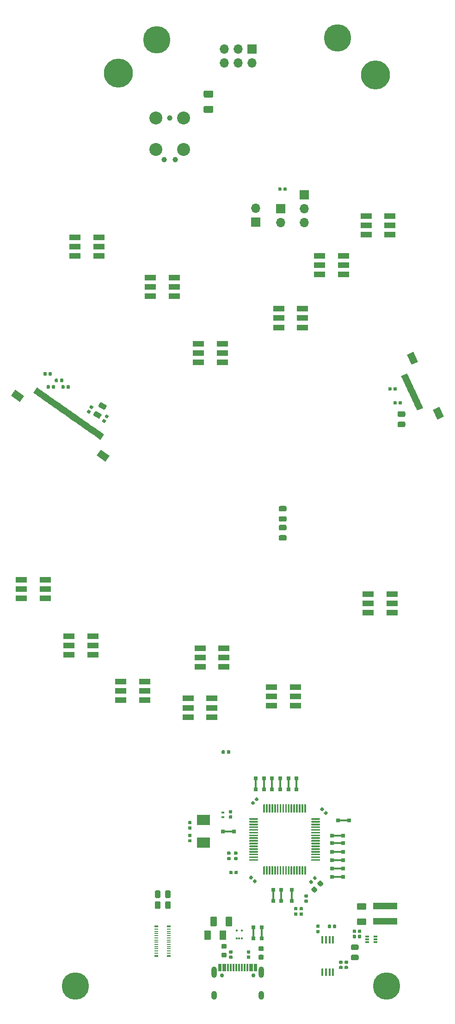
<source format=gts>
G04 #@! TF.GenerationSoftware,KiCad,Pcbnew,5.1.5-52549c5~84~ubuntu19.10.1*
G04 #@! TF.CreationDate,2020-03-20T23:31:44-07:00*
G04 #@! TF.ProjectId,hw3-jason_bourne,6877332d-6a61-4736-9f6e-5f626f75726e,rev?*
G04 #@! TF.SameCoordinates,Original*
G04 #@! TF.FileFunction,Soldermask,Top*
G04 #@! TF.FilePolarity,Negative*
%FSLAX46Y46*%
G04 Gerber Fmt 4.6, Leading zero omitted, Abs format (unit mm)*
G04 Created by KiCad (PCBNEW 5.1.5-52549c5~84~ubuntu19.10.1) date 2020-03-20 23:31:44*
%MOMM*%
%LPD*%
G04 APERTURE LIST*
%ADD10C,0.304800*%
%ADD11O,1.700000X1.700000*%
%ADD12R,1.700000X1.700000*%
%ADD13C,0.100000*%
%ADD14R,0.600000X0.400000*%
%ADD15R,0.800000X0.800000*%
%ADD16O,1.000000X1.600000*%
%ADD17C,0.750000*%
%ADD18O,1.000000X2.100000*%
%ADD19R,0.300000X1.450000*%
%ADD20R,2.150000X1.100000*%
%ADD21R,0.700000X0.400000*%
%ADD22R,0.450000X1.450000*%
%ADD23R,4.400000X1.300000*%
%ADD24C,5.000000*%
%ADD25R,2.400000X1.900000*%
%ADD26R,0.300000X0.450000*%
%ADD27R,0.800000X0.200000*%
%ADD28R,0.800000X0.400000*%
%ADD29C,2.375000*%
%ADD30C,0.990600*%
%ADD31C,5.300000*%
G04 APERTURE END LIST*
D10*
X92950000Y-202950000D02*
X92950000Y-200950000D01*
X91350000Y-202950000D02*
X91350000Y-200950000D01*
X96454000Y-196080000D02*
X96454000Y-194080000D01*
X105800000Y-185550000D02*
X107800000Y-185550000D01*
X95054000Y-196080000D02*
X95054000Y-194080000D01*
X97800000Y-173650000D02*
X97800000Y-175650000D01*
X107800000Y-187150000D02*
X105800000Y-187150000D01*
X107800000Y-188650000D02*
X105800000Y-188650000D01*
X107800000Y-190150000D02*
X105800000Y-190150000D01*
X107800000Y-191650000D02*
X105800000Y-191650000D01*
X91800000Y-173650000D02*
X91800000Y-175650000D01*
X93300000Y-173650000D02*
X93300000Y-175650000D01*
X94800000Y-173650000D02*
X94800000Y-175650000D01*
X96300000Y-173650000D02*
X96300000Y-175650000D01*
X99300000Y-173650000D02*
X99300000Y-175650000D01*
X98450000Y-196050000D02*
X98450000Y-194050000D01*
X108900000Y-181350000D02*
X106900000Y-181350000D01*
X107800000Y-184150000D02*
X105800000Y-184150000D01*
X87800000Y-183350000D02*
X85800000Y-183350000D01*
D11*
X91850000Y-69360000D03*
D12*
X91850000Y-71900000D03*
D11*
X96350000Y-71940000D03*
D12*
X96350000Y-69400000D03*
D13*
G36*
X118980142Y-108401174D02*
G01*
X119003803Y-108404684D01*
X119027007Y-108410496D01*
X119049529Y-108418554D01*
X119071153Y-108428782D01*
X119091670Y-108441079D01*
X119110883Y-108455329D01*
X119128607Y-108471393D01*
X119144671Y-108489117D01*
X119158921Y-108508330D01*
X119171218Y-108528847D01*
X119181446Y-108550471D01*
X119189504Y-108572993D01*
X119195316Y-108596197D01*
X119198826Y-108619858D01*
X119200000Y-108643750D01*
X119200000Y-109131250D01*
X119198826Y-109155142D01*
X119195316Y-109178803D01*
X119189504Y-109202007D01*
X119181446Y-109224529D01*
X119171218Y-109246153D01*
X119158921Y-109266670D01*
X119144671Y-109285883D01*
X119128607Y-109303607D01*
X119110883Y-109319671D01*
X119091670Y-109333921D01*
X119071153Y-109346218D01*
X119049529Y-109356446D01*
X119027007Y-109364504D01*
X119003803Y-109370316D01*
X118980142Y-109373826D01*
X118956250Y-109375000D01*
X118043750Y-109375000D01*
X118019858Y-109373826D01*
X117996197Y-109370316D01*
X117972993Y-109364504D01*
X117950471Y-109356446D01*
X117928847Y-109346218D01*
X117908330Y-109333921D01*
X117889117Y-109319671D01*
X117871393Y-109303607D01*
X117855329Y-109285883D01*
X117841079Y-109266670D01*
X117828782Y-109246153D01*
X117818554Y-109224529D01*
X117810496Y-109202007D01*
X117804684Y-109178803D01*
X117801174Y-109155142D01*
X117800000Y-109131250D01*
X117800000Y-108643750D01*
X117801174Y-108619858D01*
X117804684Y-108596197D01*
X117810496Y-108572993D01*
X117818554Y-108550471D01*
X117828782Y-108528847D01*
X117841079Y-108508330D01*
X117855329Y-108489117D01*
X117871393Y-108471393D01*
X117889117Y-108455329D01*
X117908330Y-108441079D01*
X117928847Y-108428782D01*
X117950471Y-108418554D01*
X117972993Y-108410496D01*
X117996197Y-108404684D01*
X118019858Y-108401174D01*
X118043750Y-108400000D01*
X118956250Y-108400000D01*
X118980142Y-108401174D01*
G37*
G36*
X118980142Y-106526174D02*
G01*
X119003803Y-106529684D01*
X119027007Y-106535496D01*
X119049529Y-106543554D01*
X119071153Y-106553782D01*
X119091670Y-106566079D01*
X119110883Y-106580329D01*
X119128607Y-106596393D01*
X119144671Y-106614117D01*
X119158921Y-106633330D01*
X119171218Y-106653847D01*
X119181446Y-106675471D01*
X119189504Y-106697993D01*
X119195316Y-106721197D01*
X119198826Y-106744858D01*
X119200000Y-106768750D01*
X119200000Y-107256250D01*
X119198826Y-107280142D01*
X119195316Y-107303803D01*
X119189504Y-107327007D01*
X119181446Y-107349529D01*
X119171218Y-107371153D01*
X119158921Y-107391670D01*
X119144671Y-107410883D01*
X119128607Y-107428607D01*
X119110883Y-107444671D01*
X119091670Y-107458921D01*
X119071153Y-107471218D01*
X119049529Y-107481446D01*
X119027007Y-107489504D01*
X119003803Y-107495316D01*
X118980142Y-107498826D01*
X118956250Y-107500000D01*
X118043750Y-107500000D01*
X118019858Y-107498826D01*
X117996197Y-107495316D01*
X117972993Y-107489504D01*
X117950471Y-107481446D01*
X117928847Y-107471218D01*
X117908330Y-107458921D01*
X117889117Y-107444671D01*
X117871393Y-107428607D01*
X117855329Y-107410883D01*
X117841079Y-107391670D01*
X117828782Y-107371153D01*
X117818554Y-107349529D01*
X117810496Y-107327007D01*
X117804684Y-107303803D01*
X117801174Y-107280142D01*
X117800000Y-107256250D01*
X117800000Y-106768750D01*
X117801174Y-106744858D01*
X117804684Y-106721197D01*
X117810496Y-106697993D01*
X117818554Y-106675471D01*
X117828782Y-106653847D01*
X117841079Y-106633330D01*
X117855329Y-106614117D01*
X117871393Y-106596393D01*
X117889117Y-106580329D01*
X117908330Y-106566079D01*
X117928847Y-106553782D01*
X117950471Y-106543554D01*
X117972993Y-106535496D01*
X117996197Y-106529684D01*
X118019858Y-106526174D01*
X118043750Y-106525000D01*
X118956250Y-106525000D01*
X118980142Y-106526174D01*
G37*
D14*
X85800000Y-180800000D03*
X85800000Y-179900000D03*
D13*
G36*
X87386958Y-179470710D02*
G01*
X87401276Y-179472834D01*
X87415317Y-179476351D01*
X87428946Y-179481228D01*
X87442031Y-179487417D01*
X87454447Y-179494858D01*
X87466073Y-179503481D01*
X87476798Y-179513202D01*
X87486519Y-179523927D01*
X87495142Y-179535553D01*
X87502583Y-179547969D01*
X87508772Y-179561054D01*
X87513649Y-179574683D01*
X87517166Y-179588724D01*
X87519290Y-179603042D01*
X87520000Y-179617500D01*
X87520000Y-179912500D01*
X87519290Y-179926958D01*
X87517166Y-179941276D01*
X87513649Y-179955317D01*
X87508772Y-179968946D01*
X87502583Y-179982031D01*
X87495142Y-179994447D01*
X87486519Y-180006073D01*
X87476798Y-180016798D01*
X87466073Y-180026519D01*
X87454447Y-180035142D01*
X87442031Y-180042583D01*
X87428946Y-180048772D01*
X87415317Y-180053649D01*
X87401276Y-180057166D01*
X87386958Y-180059290D01*
X87372500Y-180060000D01*
X87027500Y-180060000D01*
X87013042Y-180059290D01*
X86998724Y-180057166D01*
X86984683Y-180053649D01*
X86971054Y-180048772D01*
X86957969Y-180042583D01*
X86945553Y-180035142D01*
X86933927Y-180026519D01*
X86923202Y-180016798D01*
X86913481Y-180006073D01*
X86904858Y-179994447D01*
X86897417Y-179982031D01*
X86891228Y-179968946D01*
X86886351Y-179955317D01*
X86882834Y-179941276D01*
X86880710Y-179926958D01*
X86880000Y-179912500D01*
X86880000Y-179617500D01*
X86880710Y-179603042D01*
X86882834Y-179588724D01*
X86886351Y-179574683D01*
X86891228Y-179561054D01*
X86897417Y-179547969D01*
X86904858Y-179535553D01*
X86913481Y-179523927D01*
X86923202Y-179513202D01*
X86933927Y-179503481D01*
X86945553Y-179494858D01*
X86957969Y-179487417D01*
X86971054Y-179481228D01*
X86984683Y-179476351D01*
X86998724Y-179472834D01*
X87013042Y-179470710D01*
X87027500Y-179470000D01*
X87372500Y-179470000D01*
X87386958Y-179470710D01*
G37*
G36*
X87386958Y-180440710D02*
G01*
X87401276Y-180442834D01*
X87415317Y-180446351D01*
X87428946Y-180451228D01*
X87442031Y-180457417D01*
X87454447Y-180464858D01*
X87466073Y-180473481D01*
X87476798Y-180483202D01*
X87486519Y-180493927D01*
X87495142Y-180505553D01*
X87502583Y-180517969D01*
X87508772Y-180531054D01*
X87513649Y-180544683D01*
X87517166Y-180558724D01*
X87519290Y-180573042D01*
X87520000Y-180587500D01*
X87520000Y-180882500D01*
X87519290Y-180896958D01*
X87517166Y-180911276D01*
X87513649Y-180925317D01*
X87508772Y-180938946D01*
X87502583Y-180952031D01*
X87495142Y-180964447D01*
X87486519Y-180976073D01*
X87476798Y-180986798D01*
X87466073Y-180996519D01*
X87454447Y-181005142D01*
X87442031Y-181012583D01*
X87428946Y-181018772D01*
X87415317Y-181023649D01*
X87401276Y-181027166D01*
X87386958Y-181029290D01*
X87372500Y-181030000D01*
X87027500Y-181030000D01*
X87013042Y-181029290D01*
X86998724Y-181027166D01*
X86984683Y-181023649D01*
X86971054Y-181018772D01*
X86957969Y-181012583D01*
X86945553Y-181005142D01*
X86933927Y-180996519D01*
X86923202Y-180986798D01*
X86913481Y-180976073D01*
X86904858Y-180964447D01*
X86897417Y-180952031D01*
X86891228Y-180938946D01*
X86886351Y-180925317D01*
X86882834Y-180911276D01*
X86880710Y-180896958D01*
X86880000Y-180882500D01*
X86880000Y-180587500D01*
X86880710Y-180573042D01*
X86882834Y-180558724D01*
X86886351Y-180544683D01*
X86891228Y-180531054D01*
X86897417Y-180517969D01*
X86904858Y-180505553D01*
X86913481Y-180493927D01*
X86923202Y-180483202D01*
X86933927Y-180473481D01*
X86945553Y-180464858D01*
X86957969Y-180457417D01*
X86971054Y-180451228D01*
X86984683Y-180446351D01*
X86998724Y-180442834D01*
X87013042Y-180440710D01*
X87027500Y-180440000D01*
X87372500Y-180440000D01*
X87386958Y-180440710D01*
G37*
D11*
X100700000Y-71930000D03*
X100700000Y-69390000D03*
D12*
X100700000Y-66850000D03*
D13*
G36*
X83799504Y-50626204D02*
G01*
X83823773Y-50629804D01*
X83847571Y-50635765D01*
X83870671Y-50644030D01*
X83892849Y-50654520D01*
X83913893Y-50667133D01*
X83933598Y-50681747D01*
X83951777Y-50698223D01*
X83968253Y-50716402D01*
X83982867Y-50736107D01*
X83995480Y-50757151D01*
X84005970Y-50779329D01*
X84014235Y-50802429D01*
X84020196Y-50826227D01*
X84023796Y-50850496D01*
X84025000Y-50875000D01*
X84025000Y-51625000D01*
X84023796Y-51649504D01*
X84020196Y-51673773D01*
X84014235Y-51697571D01*
X84005970Y-51720671D01*
X83995480Y-51742849D01*
X83982867Y-51763893D01*
X83968253Y-51783598D01*
X83951777Y-51801777D01*
X83933598Y-51818253D01*
X83913893Y-51832867D01*
X83892849Y-51845480D01*
X83870671Y-51855970D01*
X83847571Y-51864235D01*
X83823773Y-51870196D01*
X83799504Y-51873796D01*
X83775000Y-51875000D01*
X82525000Y-51875000D01*
X82500496Y-51873796D01*
X82476227Y-51870196D01*
X82452429Y-51864235D01*
X82429329Y-51855970D01*
X82407151Y-51845480D01*
X82386107Y-51832867D01*
X82366402Y-51818253D01*
X82348223Y-51801777D01*
X82331747Y-51783598D01*
X82317133Y-51763893D01*
X82304520Y-51742849D01*
X82294030Y-51720671D01*
X82285765Y-51697571D01*
X82279804Y-51673773D01*
X82276204Y-51649504D01*
X82275000Y-51625000D01*
X82275000Y-50875000D01*
X82276204Y-50850496D01*
X82279804Y-50826227D01*
X82285765Y-50802429D01*
X82294030Y-50779329D01*
X82304520Y-50757151D01*
X82317133Y-50736107D01*
X82331747Y-50716402D01*
X82348223Y-50698223D01*
X82366402Y-50681747D01*
X82386107Y-50667133D01*
X82407151Y-50654520D01*
X82429329Y-50644030D01*
X82452429Y-50635765D01*
X82476227Y-50629804D01*
X82500496Y-50626204D01*
X82525000Y-50625000D01*
X83775000Y-50625000D01*
X83799504Y-50626204D01*
G37*
G36*
X83799504Y-47826204D02*
G01*
X83823773Y-47829804D01*
X83847571Y-47835765D01*
X83870671Y-47844030D01*
X83892849Y-47854520D01*
X83913893Y-47867133D01*
X83933598Y-47881747D01*
X83951777Y-47898223D01*
X83968253Y-47916402D01*
X83982867Y-47936107D01*
X83995480Y-47957151D01*
X84005970Y-47979329D01*
X84014235Y-48002429D01*
X84020196Y-48026227D01*
X84023796Y-48050496D01*
X84025000Y-48075000D01*
X84025000Y-48825000D01*
X84023796Y-48849504D01*
X84020196Y-48873773D01*
X84014235Y-48897571D01*
X84005970Y-48920671D01*
X83995480Y-48942849D01*
X83982867Y-48963893D01*
X83968253Y-48983598D01*
X83951777Y-49001777D01*
X83933598Y-49018253D01*
X83913893Y-49032867D01*
X83892849Y-49045480D01*
X83870671Y-49055970D01*
X83847571Y-49064235D01*
X83823773Y-49070196D01*
X83799504Y-49073796D01*
X83775000Y-49075000D01*
X82525000Y-49075000D01*
X82500496Y-49073796D01*
X82476227Y-49070196D01*
X82452429Y-49064235D01*
X82429329Y-49055970D01*
X82407151Y-49045480D01*
X82386107Y-49032867D01*
X82366402Y-49018253D01*
X82348223Y-49001777D01*
X82331747Y-48983598D01*
X82317133Y-48963893D01*
X82304520Y-48942849D01*
X82294030Y-48920671D01*
X82285765Y-48897571D01*
X82279804Y-48873773D01*
X82276204Y-48849504D01*
X82275000Y-48825000D01*
X82275000Y-48075000D01*
X82276204Y-48050496D01*
X82279804Y-48026227D01*
X82285765Y-48002429D01*
X82294030Y-47979329D01*
X82304520Y-47957151D01*
X82317133Y-47936107D01*
X82331747Y-47916402D01*
X82348223Y-47898223D01*
X82366402Y-47881747D01*
X82386107Y-47867133D01*
X82407151Y-47854520D01*
X82429329Y-47844030D01*
X82452429Y-47835765D01*
X82476227Y-47829804D01*
X82500496Y-47826204D01*
X82525000Y-47825000D01*
X83775000Y-47825000D01*
X83799504Y-47826204D01*
G37*
D15*
X92950000Y-202950000D03*
X92950000Y-200950000D03*
X91350000Y-202950000D03*
X91350000Y-200950000D03*
D13*
G36*
X62976707Y-111446950D02*
G01*
X63664999Y-110463968D01*
X64074575Y-110750756D01*
X63386283Y-111733738D01*
X62976707Y-111446950D01*
G37*
G36*
X62567131Y-111160162D02*
G01*
X63255423Y-110177180D01*
X63664999Y-110463968D01*
X62976707Y-111446950D01*
X62567131Y-111160162D01*
G37*
G36*
X62157554Y-110873374D02*
G01*
X62845846Y-109890392D01*
X63255422Y-110177180D01*
X62567130Y-111160162D01*
X62157554Y-110873374D01*
G37*
G36*
X61747978Y-110586585D02*
G01*
X62436270Y-109603603D01*
X62845846Y-109890391D01*
X62157554Y-110873373D01*
X61747978Y-110586585D01*
G37*
G36*
X61338402Y-110299797D02*
G01*
X62026694Y-109316815D01*
X62436270Y-109603603D01*
X61747978Y-110586585D01*
X61338402Y-110299797D01*
G37*
G36*
X60928826Y-110013009D02*
G01*
X61617118Y-109030027D01*
X62026694Y-109316815D01*
X61338402Y-110299797D01*
X60928826Y-110013009D01*
G37*
G36*
X60519250Y-109726221D02*
G01*
X61207542Y-108743239D01*
X61617118Y-109030027D01*
X60928826Y-110013009D01*
X60519250Y-109726221D01*
G37*
G36*
X60109674Y-109439433D02*
G01*
X60797966Y-108456451D01*
X61207542Y-108743239D01*
X60519250Y-109726221D01*
X60109674Y-109439433D01*
G37*
G36*
X59700098Y-109152644D02*
G01*
X60388390Y-108169662D01*
X60797966Y-108456450D01*
X60109674Y-109439432D01*
X59700098Y-109152644D01*
G37*
G36*
X59290522Y-108865856D02*
G01*
X59978814Y-107882874D01*
X60388390Y-108169662D01*
X59700098Y-109152644D01*
X59290522Y-108865856D01*
G37*
G36*
X58880946Y-108579068D02*
G01*
X59569238Y-107596086D01*
X59978814Y-107882874D01*
X59290522Y-108865856D01*
X58880946Y-108579068D01*
G37*
G36*
X58471370Y-108292280D02*
G01*
X59159662Y-107309298D01*
X59569238Y-107596086D01*
X58880946Y-108579068D01*
X58471370Y-108292280D01*
G37*
G36*
X58061794Y-108005492D02*
G01*
X58750086Y-107022510D01*
X59159662Y-107309298D01*
X58471370Y-108292280D01*
X58061794Y-108005492D01*
G37*
G36*
X57652218Y-107718703D02*
G01*
X58340510Y-106735721D01*
X58750086Y-107022509D01*
X58061794Y-108005491D01*
X57652218Y-107718703D01*
G37*
G36*
X57242642Y-107431915D02*
G01*
X57930934Y-106448933D01*
X58340510Y-106735721D01*
X57652218Y-107718703D01*
X57242642Y-107431915D01*
G37*
G36*
X56833066Y-107145127D02*
G01*
X57521358Y-106162145D01*
X57930934Y-106448933D01*
X57242642Y-107431915D01*
X56833066Y-107145127D01*
G37*
G36*
X56423490Y-106858339D02*
G01*
X57111782Y-105875357D01*
X57521358Y-106162145D01*
X56833066Y-107145127D01*
X56423490Y-106858339D01*
G37*
G36*
X56013914Y-106571550D02*
G01*
X56702206Y-105588568D01*
X57111782Y-105875356D01*
X56423490Y-106858338D01*
X56013914Y-106571550D01*
G37*
G36*
X55604338Y-106284762D02*
G01*
X56292630Y-105301780D01*
X56702206Y-105588568D01*
X56013914Y-106571550D01*
X55604338Y-106284762D01*
G37*
G36*
X55194762Y-105997974D02*
G01*
X55883054Y-105014992D01*
X56292630Y-105301780D01*
X55604338Y-106284762D01*
X55194762Y-105997974D01*
G37*
G36*
X54785186Y-105711186D02*
G01*
X55473478Y-104728204D01*
X55883054Y-105014992D01*
X55194762Y-105997974D01*
X54785186Y-105711186D01*
G37*
G36*
X54375610Y-105424398D02*
G01*
X55063902Y-104441416D01*
X55473478Y-104728204D01*
X54785186Y-105711186D01*
X54375610Y-105424398D01*
G37*
G36*
X53966034Y-105137609D02*
G01*
X54654326Y-104154627D01*
X55063902Y-104441415D01*
X54375610Y-105424397D01*
X53966034Y-105137609D01*
G37*
G36*
X53556458Y-104850821D02*
G01*
X54244750Y-103867839D01*
X54654326Y-104154627D01*
X53966034Y-105137609D01*
X53556458Y-104850821D01*
G37*
G36*
X53146882Y-104564033D02*
G01*
X53835174Y-103581051D01*
X54244750Y-103867839D01*
X53556458Y-104850821D01*
X53146882Y-104564033D01*
G37*
G36*
X52737306Y-104277245D02*
G01*
X53425598Y-103294263D01*
X53835174Y-103581051D01*
X53146882Y-104564033D01*
X52737306Y-104277245D01*
G37*
G36*
X52327730Y-103990456D02*
G01*
X53016022Y-103007474D01*
X53425598Y-103294262D01*
X52737306Y-104277244D01*
X52327730Y-103990456D01*
G37*
G36*
X51918154Y-103703668D02*
G01*
X52606446Y-102720686D01*
X53016022Y-103007474D01*
X52327730Y-103990456D01*
X51918154Y-103703668D01*
G37*
G36*
X51508578Y-103416880D02*
G01*
X52196870Y-102433898D01*
X52606446Y-102720686D01*
X51918154Y-103703668D01*
X51508578Y-103416880D01*
G37*
G36*
X51099002Y-103130092D02*
G01*
X51787294Y-102147110D01*
X52196870Y-102433898D01*
X51508578Y-103416880D01*
X51099002Y-103130092D01*
G37*
G36*
X47023253Y-103633352D02*
G01*
X47768903Y-102568455D01*
X49407207Y-103715608D01*
X48661557Y-104780505D01*
X47023253Y-103633352D01*
G37*
G36*
X62669057Y-114588661D02*
G01*
X63414707Y-113523764D01*
X65053011Y-114670917D01*
X64307361Y-115735814D01*
X62669057Y-114588661D01*
G37*
G36*
X111849505Y-199276205D02*
G01*
X111873774Y-199279805D01*
X111897572Y-199285766D01*
X111920672Y-199294031D01*
X111942850Y-199304521D01*
X111963894Y-199317134D01*
X111983599Y-199331748D01*
X112001778Y-199348224D01*
X112018254Y-199366403D01*
X112032868Y-199386108D01*
X112045481Y-199407152D01*
X112055971Y-199429330D01*
X112064236Y-199452430D01*
X112070197Y-199476228D01*
X112073797Y-199500497D01*
X112075001Y-199525001D01*
X112075001Y-200275001D01*
X112073797Y-200299505D01*
X112070197Y-200323774D01*
X112064236Y-200347572D01*
X112055971Y-200370672D01*
X112045481Y-200392850D01*
X112032868Y-200413894D01*
X112018254Y-200433599D01*
X112001778Y-200451778D01*
X111983599Y-200468254D01*
X111963894Y-200482868D01*
X111942850Y-200495481D01*
X111920672Y-200505971D01*
X111897572Y-200514236D01*
X111873774Y-200520197D01*
X111849505Y-200523797D01*
X111825001Y-200525001D01*
X110575001Y-200525001D01*
X110550497Y-200523797D01*
X110526228Y-200520197D01*
X110502430Y-200514236D01*
X110479330Y-200505971D01*
X110457152Y-200495481D01*
X110436108Y-200482868D01*
X110416403Y-200468254D01*
X110398224Y-200451778D01*
X110381748Y-200433599D01*
X110367134Y-200413894D01*
X110354521Y-200392850D01*
X110344031Y-200370672D01*
X110335766Y-200347572D01*
X110329805Y-200323774D01*
X110326205Y-200299505D01*
X110325001Y-200275001D01*
X110325001Y-199525001D01*
X110326205Y-199500497D01*
X110329805Y-199476228D01*
X110335766Y-199452430D01*
X110344031Y-199429330D01*
X110354521Y-199407152D01*
X110367134Y-199386108D01*
X110381748Y-199366403D01*
X110398224Y-199348224D01*
X110416403Y-199331748D01*
X110436108Y-199317134D01*
X110457152Y-199304521D01*
X110479330Y-199294031D01*
X110502430Y-199285766D01*
X110526228Y-199279805D01*
X110550497Y-199276205D01*
X110575001Y-199275001D01*
X111825001Y-199275001D01*
X111849505Y-199276205D01*
G37*
G36*
X111849505Y-196476205D02*
G01*
X111873774Y-196479805D01*
X111897572Y-196485766D01*
X111920672Y-196494031D01*
X111942850Y-196504521D01*
X111963894Y-196517134D01*
X111983599Y-196531748D01*
X112001778Y-196548224D01*
X112018254Y-196566403D01*
X112032868Y-196586108D01*
X112045481Y-196607152D01*
X112055971Y-196629330D01*
X112064236Y-196652430D01*
X112070197Y-196676228D01*
X112073797Y-196700497D01*
X112075001Y-196725001D01*
X112075001Y-197475001D01*
X112073797Y-197499505D01*
X112070197Y-197523774D01*
X112064236Y-197547572D01*
X112055971Y-197570672D01*
X112045481Y-197592850D01*
X112032868Y-197613894D01*
X112018254Y-197633599D01*
X112001778Y-197651778D01*
X111983599Y-197668254D01*
X111963894Y-197682868D01*
X111942850Y-197695481D01*
X111920672Y-197705971D01*
X111897572Y-197714236D01*
X111873774Y-197720197D01*
X111849505Y-197723797D01*
X111825001Y-197725001D01*
X110575001Y-197725001D01*
X110550497Y-197723797D01*
X110526228Y-197720197D01*
X110502430Y-197714236D01*
X110479330Y-197705971D01*
X110457152Y-197695481D01*
X110436108Y-197682868D01*
X110416403Y-197668254D01*
X110398224Y-197651778D01*
X110381748Y-197633599D01*
X110367134Y-197613894D01*
X110354521Y-197592850D01*
X110344031Y-197570672D01*
X110335766Y-197547572D01*
X110329805Y-197523774D01*
X110326205Y-197499505D01*
X110325001Y-197475001D01*
X110325001Y-196725001D01*
X110326205Y-196700497D01*
X110329805Y-196676228D01*
X110335766Y-196652430D01*
X110344031Y-196629330D01*
X110354521Y-196607152D01*
X110367134Y-196586108D01*
X110381748Y-196566403D01*
X110398224Y-196548224D01*
X110416403Y-196531748D01*
X110436108Y-196517134D01*
X110457152Y-196504521D01*
X110479330Y-196494031D01*
X110502430Y-196485766D01*
X110526228Y-196479805D01*
X110550497Y-196476205D01*
X110575001Y-196475001D01*
X111825001Y-196475001D01*
X111849505Y-196476205D01*
G37*
G36*
X110026958Y-202280710D02*
G01*
X110041276Y-202282834D01*
X110055317Y-202286351D01*
X110068946Y-202291228D01*
X110082031Y-202297417D01*
X110094447Y-202304858D01*
X110106073Y-202313481D01*
X110116798Y-202323202D01*
X110126519Y-202333927D01*
X110135142Y-202345553D01*
X110142583Y-202357969D01*
X110148772Y-202371054D01*
X110153649Y-202384683D01*
X110157166Y-202398724D01*
X110159290Y-202413042D01*
X110160000Y-202427500D01*
X110160000Y-202772500D01*
X110159290Y-202786958D01*
X110157166Y-202801276D01*
X110153649Y-202815317D01*
X110148772Y-202828946D01*
X110142583Y-202842031D01*
X110135142Y-202854447D01*
X110126519Y-202866073D01*
X110116798Y-202876798D01*
X110106073Y-202886519D01*
X110094447Y-202895142D01*
X110082031Y-202902583D01*
X110068946Y-202908772D01*
X110055317Y-202913649D01*
X110041276Y-202917166D01*
X110026958Y-202919290D01*
X110012500Y-202920000D01*
X109717500Y-202920000D01*
X109703042Y-202919290D01*
X109688724Y-202917166D01*
X109674683Y-202913649D01*
X109661054Y-202908772D01*
X109647969Y-202902583D01*
X109635553Y-202895142D01*
X109623927Y-202886519D01*
X109613202Y-202876798D01*
X109603481Y-202866073D01*
X109594858Y-202854447D01*
X109587417Y-202842031D01*
X109581228Y-202828946D01*
X109576351Y-202815317D01*
X109572834Y-202801276D01*
X109570710Y-202786958D01*
X109570000Y-202772500D01*
X109570000Y-202427500D01*
X109570710Y-202413042D01*
X109572834Y-202398724D01*
X109576351Y-202384683D01*
X109581228Y-202371054D01*
X109587417Y-202357969D01*
X109594858Y-202345553D01*
X109603481Y-202333927D01*
X109613202Y-202323202D01*
X109623927Y-202313481D01*
X109635553Y-202304858D01*
X109647969Y-202297417D01*
X109661054Y-202291228D01*
X109674683Y-202286351D01*
X109688724Y-202282834D01*
X109703042Y-202280710D01*
X109717500Y-202280000D01*
X110012500Y-202280000D01*
X110026958Y-202280710D01*
G37*
G36*
X110996958Y-202280710D02*
G01*
X111011276Y-202282834D01*
X111025317Y-202286351D01*
X111038946Y-202291228D01*
X111052031Y-202297417D01*
X111064447Y-202304858D01*
X111076073Y-202313481D01*
X111086798Y-202323202D01*
X111096519Y-202333927D01*
X111105142Y-202345553D01*
X111112583Y-202357969D01*
X111118772Y-202371054D01*
X111123649Y-202384683D01*
X111127166Y-202398724D01*
X111129290Y-202413042D01*
X111130000Y-202427500D01*
X111130000Y-202772500D01*
X111129290Y-202786958D01*
X111127166Y-202801276D01*
X111123649Y-202815317D01*
X111118772Y-202828946D01*
X111112583Y-202842031D01*
X111105142Y-202854447D01*
X111096519Y-202866073D01*
X111086798Y-202876798D01*
X111076073Y-202886519D01*
X111064447Y-202895142D01*
X111052031Y-202902583D01*
X111038946Y-202908772D01*
X111025317Y-202913649D01*
X111011276Y-202917166D01*
X110996958Y-202919290D01*
X110982500Y-202920000D01*
X110687500Y-202920000D01*
X110673042Y-202919290D01*
X110658724Y-202917166D01*
X110644683Y-202913649D01*
X110631054Y-202908772D01*
X110617969Y-202902583D01*
X110605553Y-202895142D01*
X110593927Y-202886519D01*
X110583202Y-202876798D01*
X110573481Y-202866073D01*
X110564858Y-202854447D01*
X110557417Y-202842031D01*
X110551228Y-202828946D01*
X110546351Y-202815317D01*
X110542834Y-202801276D01*
X110540710Y-202786958D01*
X110540000Y-202772500D01*
X110540000Y-202427500D01*
X110540710Y-202413042D01*
X110542834Y-202398724D01*
X110546351Y-202384683D01*
X110551228Y-202371054D01*
X110557417Y-202357969D01*
X110564858Y-202345553D01*
X110573481Y-202333927D01*
X110583202Y-202323202D01*
X110593927Y-202313481D01*
X110605553Y-202304858D01*
X110617969Y-202297417D01*
X110631054Y-202291228D01*
X110644683Y-202286351D01*
X110658724Y-202282834D01*
X110673042Y-202280710D01*
X110687500Y-202280000D01*
X110982500Y-202280000D01*
X110996958Y-202280710D01*
G37*
G36*
X110996958Y-201330710D02*
G01*
X111011276Y-201332834D01*
X111025317Y-201336351D01*
X111038946Y-201341228D01*
X111052031Y-201347417D01*
X111064447Y-201354858D01*
X111076073Y-201363481D01*
X111086798Y-201373202D01*
X111096519Y-201383927D01*
X111105142Y-201395553D01*
X111112583Y-201407969D01*
X111118772Y-201421054D01*
X111123649Y-201434683D01*
X111127166Y-201448724D01*
X111129290Y-201463042D01*
X111130000Y-201477500D01*
X111130000Y-201822500D01*
X111129290Y-201836958D01*
X111127166Y-201851276D01*
X111123649Y-201865317D01*
X111118772Y-201878946D01*
X111112583Y-201892031D01*
X111105142Y-201904447D01*
X111096519Y-201916073D01*
X111086798Y-201926798D01*
X111076073Y-201936519D01*
X111064447Y-201945142D01*
X111052031Y-201952583D01*
X111038946Y-201958772D01*
X111025317Y-201963649D01*
X111011276Y-201967166D01*
X110996958Y-201969290D01*
X110982500Y-201970000D01*
X110687500Y-201970000D01*
X110673042Y-201969290D01*
X110658724Y-201967166D01*
X110644683Y-201963649D01*
X110631054Y-201958772D01*
X110617969Y-201952583D01*
X110605553Y-201945142D01*
X110593927Y-201936519D01*
X110583202Y-201926798D01*
X110573481Y-201916073D01*
X110564858Y-201904447D01*
X110557417Y-201892031D01*
X110551228Y-201878946D01*
X110546351Y-201865317D01*
X110542834Y-201851276D01*
X110540710Y-201836958D01*
X110540000Y-201822500D01*
X110540000Y-201477500D01*
X110540710Y-201463042D01*
X110542834Y-201448724D01*
X110546351Y-201434683D01*
X110551228Y-201421054D01*
X110557417Y-201407969D01*
X110564858Y-201395553D01*
X110573481Y-201383927D01*
X110583202Y-201373202D01*
X110593927Y-201363481D01*
X110605553Y-201354858D01*
X110617969Y-201347417D01*
X110631054Y-201341228D01*
X110644683Y-201336351D01*
X110658724Y-201332834D01*
X110673042Y-201330710D01*
X110687500Y-201330000D01*
X110982500Y-201330000D01*
X110996958Y-201330710D01*
G37*
G36*
X110026958Y-201330710D02*
G01*
X110041276Y-201332834D01*
X110055317Y-201336351D01*
X110068946Y-201341228D01*
X110082031Y-201347417D01*
X110094447Y-201354858D01*
X110106073Y-201363481D01*
X110116798Y-201373202D01*
X110126519Y-201383927D01*
X110135142Y-201395553D01*
X110142583Y-201407969D01*
X110148772Y-201421054D01*
X110153649Y-201434683D01*
X110157166Y-201448724D01*
X110159290Y-201463042D01*
X110160000Y-201477500D01*
X110160000Y-201822500D01*
X110159290Y-201836958D01*
X110157166Y-201851276D01*
X110153649Y-201865317D01*
X110148772Y-201878946D01*
X110142583Y-201892031D01*
X110135142Y-201904447D01*
X110126519Y-201916073D01*
X110116798Y-201926798D01*
X110106073Y-201936519D01*
X110094447Y-201945142D01*
X110082031Y-201952583D01*
X110068946Y-201958772D01*
X110055317Y-201963649D01*
X110041276Y-201967166D01*
X110026958Y-201969290D01*
X110012500Y-201970000D01*
X109717500Y-201970000D01*
X109703042Y-201969290D01*
X109688724Y-201967166D01*
X109674683Y-201963649D01*
X109661054Y-201958772D01*
X109647969Y-201952583D01*
X109635553Y-201945142D01*
X109623927Y-201936519D01*
X109613202Y-201926798D01*
X109603481Y-201916073D01*
X109594858Y-201904447D01*
X109587417Y-201892031D01*
X109581228Y-201878946D01*
X109576351Y-201865317D01*
X109572834Y-201851276D01*
X109570710Y-201836958D01*
X109570000Y-201822500D01*
X109570000Y-201477500D01*
X109570710Y-201463042D01*
X109572834Y-201448724D01*
X109576351Y-201434683D01*
X109581228Y-201421054D01*
X109587417Y-201407969D01*
X109594858Y-201395553D01*
X109603481Y-201383927D01*
X109613202Y-201373202D01*
X109623927Y-201363481D01*
X109635553Y-201354858D01*
X109647969Y-201347417D01*
X109661054Y-201341228D01*
X109674683Y-201336351D01*
X109688724Y-201332834D01*
X109703042Y-201330710D01*
X109717500Y-201330000D01*
X110012500Y-201330000D01*
X110026958Y-201330710D01*
G37*
G36*
X107578238Y-207987235D02*
G01*
X107592556Y-207989359D01*
X107606597Y-207992876D01*
X107620226Y-207997753D01*
X107633311Y-208003942D01*
X107645727Y-208011383D01*
X107657353Y-208020006D01*
X107668078Y-208029727D01*
X107677799Y-208040452D01*
X107686422Y-208052078D01*
X107693863Y-208064494D01*
X107700052Y-208077579D01*
X107704929Y-208091208D01*
X107708446Y-208105249D01*
X107710570Y-208119567D01*
X107711280Y-208134025D01*
X107711280Y-208429025D01*
X107710570Y-208443483D01*
X107708446Y-208457801D01*
X107704929Y-208471842D01*
X107700052Y-208485471D01*
X107693863Y-208498556D01*
X107686422Y-208510972D01*
X107677799Y-208522598D01*
X107668078Y-208533323D01*
X107657353Y-208543044D01*
X107645727Y-208551667D01*
X107633311Y-208559108D01*
X107620226Y-208565297D01*
X107606597Y-208570174D01*
X107592556Y-208573691D01*
X107578238Y-208575815D01*
X107563780Y-208576525D01*
X107218780Y-208576525D01*
X107204322Y-208575815D01*
X107190004Y-208573691D01*
X107175963Y-208570174D01*
X107162334Y-208565297D01*
X107149249Y-208559108D01*
X107136833Y-208551667D01*
X107125207Y-208543044D01*
X107114482Y-208533323D01*
X107104761Y-208522598D01*
X107096138Y-208510972D01*
X107088697Y-208498556D01*
X107082508Y-208485471D01*
X107077631Y-208471842D01*
X107074114Y-208457801D01*
X107071990Y-208443483D01*
X107071280Y-208429025D01*
X107071280Y-208134025D01*
X107071990Y-208119567D01*
X107074114Y-208105249D01*
X107077631Y-208091208D01*
X107082508Y-208077579D01*
X107088697Y-208064494D01*
X107096138Y-208052078D01*
X107104761Y-208040452D01*
X107114482Y-208029727D01*
X107125207Y-208020006D01*
X107136833Y-208011383D01*
X107149249Y-208003942D01*
X107162334Y-207997753D01*
X107175963Y-207992876D01*
X107190004Y-207989359D01*
X107204322Y-207987235D01*
X107218780Y-207986525D01*
X107563780Y-207986525D01*
X107578238Y-207987235D01*
G37*
G36*
X107578238Y-207017235D02*
G01*
X107592556Y-207019359D01*
X107606597Y-207022876D01*
X107620226Y-207027753D01*
X107633311Y-207033942D01*
X107645727Y-207041383D01*
X107657353Y-207050006D01*
X107668078Y-207059727D01*
X107677799Y-207070452D01*
X107686422Y-207082078D01*
X107693863Y-207094494D01*
X107700052Y-207107579D01*
X107704929Y-207121208D01*
X107708446Y-207135249D01*
X107710570Y-207149567D01*
X107711280Y-207164025D01*
X107711280Y-207459025D01*
X107710570Y-207473483D01*
X107708446Y-207487801D01*
X107704929Y-207501842D01*
X107700052Y-207515471D01*
X107693863Y-207528556D01*
X107686422Y-207540972D01*
X107677799Y-207552598D01*
X107668078Y-207563323D01*
X107657353Y-207573044D01*
X107645727Y-207581667D01*
X107633311Y-207589108D01*
X107620226Y-207595297D01*
X107606597Y-207600174D01*
X107592556Y-207603691D01*
X107578238Y-207605815D01*
X107563780Y-207606525D01*
X107218780Y-207606525D01*
X107204322Y-207605815D01*
X107190004Y-207603691D01*
X107175963Y-207600174D01*
X107162334Y-207595297D01*
X107149249Y-207589108D01*
X107136833Y-207581667D01*
X107125207Y-207573044D01*
X107114482Y-207563323D01*
X107104761Y-207552598D01*
X107096138Y-207540972D01*
X107088697Y-207528556D01*
X107082508Y-207515471D01*
X107077631Y-207501842D01*
X107074114Y-207487801D01*
X107071990Y-207473483D01*
X107071280Y-207459025D01*
X107071280Y-207164025D01*
X107071990Y-207149567D01*
X107074114Y-207135249D01*
X107077631Y-207121208D01*
X107082508Y-207107579D01*
X107088697Y-207094494D01*
X107096138Y-207082078D01*
X107104761Y-207070452D01*
X107114482Y-207059727D01*
X107125207Y-207050006D01*
X107136833Y-207041383D01*
X107149249Y-207033942D01*
X107162334Y-207027753D01*
X107175963Y-207022876D01*
X107190004Y-207019359D01*
X107204322Y-207017235D01*
X107218780Y-207016525D01*
X107563780Y-207016525D01*
X107578238Y-207017235D01*
G37*
G36*
X108578239Y-207987238D02*
G01*
X108592557Y-207989362D01*
X108606598Y-207992879D01*
X108620227Y-207997756D01*
X108633312Y-208003945D01*
X108645728Y-208011386D01*
X108657354Y-208020009D01*
X108668079Y-208029730D01*
X108677800Y-208040455D01*
X108686423Y-208052081D01*
X108693864Y-208064497D01*
X108700053Y-208077582D01*
X108704930Y-208091211D01*
X108708447Y-208105252D01*
X108710571Y-208119570D01*
X108711281Y-208134028D01*
X108711281Y-208429028D01*
X108710571Y-208443486D01*
X108708447Y-208457804D01*
X108704930Y-208471845D01*
X108700053Y-208485474D01*
X108693864Y-208498559D01*
X108686423Y-208510975D01*
X108677800Y-208522601D01*
X108668079Y-208533326D01*
X108657354Y-208543047D01*
X108645728Y-208551670D01*
X108633312Y-208559111D01*
X108620227Y-208565300D01*
X108606598Y-208570177D01*
X108592557Y-208573694D01*
X108578239Y-208575818D01*
X108563781Y-208576528D01*
X108218781Y-208576528D01*
X108204323Y-208575818D01*
X108190005Y-208573694D01*
X108175964Y-208570177D01*
X108162335Y-208565300D01*
X108149250Y-208559111D01*
X108136834Y-208551670D01*
X108125208Y-208543047D01*
X108114483Y-208533326D01*
X108104762Y-208522601D01*
X108096139Y-208510975D01*
X108088698Y-208498559D01*
X108082509Y-208485474D01*
X108077632Y-208471845D01*
X108074115Y-208457804D01*
X108071991Y-208443486D01*
X108071281Y-208429028D01*
X108071281Y-208134028D01*
X108071991Y-208119570D01*
X108074115Y-208105252D01*
X108077632Y-208091211D01*
X108082509Y-208077582D01*
X108088698Y-208064497D01*
X108096139Y-208052081D01*
X108104762Y-208040455D01*
X108114483Y-208029730D01*
X108125208Y-208020009D01*
X108136834Y-208011386D01*
X108149250Y-208003945D01*
X108162335Y-207997756D01*
X108175964Y-207992879D01*
X108190005Y-207989362D01*
X108204323Y-207987238D01*
X108218781Y-207986528D01*
X108563781Y-207986528D01*
X108578239Y-207987238D01*
G37*
G36*
X108578239Y-207017238D02*
G01*
X108592557Y-207019362D01*
X108606598Y-207022879D01*
X108620227Y-207027756D01*
X108633312Y-207033945D01*
X108645728Y-207041386D01*
X108657354Y-207050009D01*
X108668079Y-207059730D01*
X108677800Y-207070455D01*
X108686423Y-207082081D01*
X108693864Y-207094497D01*
X108700053Y-207107582D01*
X108704930Y-207121211D01*
X108708447Y-207135252D01*
X108710571Y-207149570D01*
X108711281Y-207164028D01*
X108711281Y-207459028D01*
X108710571Y-207473486D01*
X108708447Y-207487804D01*
X108704930Y-207501845D01*
X108700053Y-207515474D01*
X108693864Y-207528559D01*
X108686423Y-207540975D01*
X108677800Y-207552601D01*
X108668079Y-207563326D01*
X108657354Y-207573047D01*
X108645728Y-207581670D01*
X108633312Y-207589111D01*
X108620227Y-207595300D01*
X108606598Y-207600177D01*
X108592557Y-207603694D01*
X108578239Y-207605818D01*
X108563781Y-207606528D01*
X108218781Y-207606528D01*
X108204323Y-207605818D01*
X108190005Y-207603694D01*
X108175964Y-207600177D01*
X108162335Y-207595300D01*
X108149250Y-207589111D01*
X108136834Y-207581670D01*
X108125208Y-207573047D01*
X108114483Y-207563326D01*
X108104762Y-207552601D01*
X108096139Y-207540975D01*
X108088698Y-207528559D01*
X108082509Y-207515474D01*
X108077632Y-207501845D01*
X108074115Y-207487804D01*
X108071991Y-207473486D01*
X108071281Y-207459028D01*
X108071281Y-207164028D01*
X108071991Y-207149570D01*
X108074115Y-207135252D01*
X108077632Y-207121211D01*
X108082509Y-207107582D01*
X108088698Y-207094497D01*
X108096139Y-207082081D01*
X108104762Y-207070455D01*
X108114483Y-207059730D01*
X108125208Y-207050009D01*
X108136834Y-207041386D01*
X108149250Y-207033945D01*
X108162335Y-207027756D01*
X108175964Y-207022879D01*
X108190005Y-207019362D01*
X108204323Y-207017238D01*
X108218781Y-207016528D01*
X108563781Y-207016528D01*
X108578239Y-207017238D01*
G37*
G36*
X61201113Y-106209795D02*
G01*
X61215355Y-106212386D01*
X61229273Y-106216361D01*
X61242735Y-106221681D01*
X61255611Y-106228294D01*
X61554389Y-106400794D01*
X61566555Y-106408638D01*
X61577893Y-106417637D01*
X61588294Y-106427703D01*
X61597659Y-106438741D01*
X61605896Y-106450643D01*
X61612928Y-106463296D01*
X61618685Y-106476576D01*
X61623113Y-106490357D01*
X61626169Y-106504506D01*
X61627823Y-106518886D01*
X61628060Y-106533359D01*
X61626877Y-106547786D01*
X61624286Y-106562027D01*
X61620311Y-106575945D01*
X61614991Y-106589407D01*
X61608378Y-106602283D01*
X61460878Y-106857761D01*
X61453034Y-106869926D01*
X61444035Y-106881264D01*
X61433969Y-106891666D01*
X61422931Y-106901031D01*
X61411029Y-106909268D01*
X61398377Y-106916300D01*
X61385096Y-106922057D01*
X61371315Y-106926485D01*
X61357166Y-106929541D01*
X61342786Y-106931195D01*
X61328313Y-106931432D01*
X61313887Y-106930249D01*
X61299645Y-106927658D01*
X61285727Y-106923683D01*
X61272265Y-106918363D01*
X61259389Y-106911750D01*
X60960611Y-106739250D01*
X60948445Y-106731406D01*
X60937107Y-106722407D01*
X60926706Y-106712341D01*
X60917341Y-106701303D01*
X60909104Y-106689401D01*
X60902072Y-106676748D01*
X60896315Y-106663468D01*
X60891887Y-106649687D01*
X60888831Y-106635538D01*
X60887177Y-106621158D01*
X60886940Y-106606685D01*
X60888123Y-106592258D01*
X60890714Y-106578017D01*
X60894689Y-106564099D01*
X60900009Y-106550637D01*
X60906622Y-106537761D01*
X61054122Y-106282283D01*
X61061966Y-106270118D01*
X61070965Y-106258780D01*
X61081031Y-106248378D01*
X61092069Y-106239013D01*
X61103971Y-106230776D01*
X61116623Y-106223744D01*
X61129904Y-106217987D01*
X61143685Y-106213559D01*
X61157834Y-106210503D01*
X61172214Y-106208849D01*
X61186687Y-106208612D01*
X61201113Y-106209795D01*
G37*
G36*
X61686113Y-105369751D02*
G01*
X61700355Y-105372342D01*
X61714273Y-105376317D01*
X61727735Y-105381637D01*
X61740611Y-105388250D01*
X62039389Y-105560750D01*
X62051555Y-105568594D01*
X62062893Y-105577593D01*
X62073294Y-105587659D01*
X62082659Y-105598697D01*
X62090896Y-105610599D01*
X62097928Y-105623252D01*
X62103685Y-105636532D01*
X62108113Y-105650313D01*
X62111169Y-105664462D01*
X62112823Y-105678842D01*
X62113060Y-105693315D01*
X62111877Y-105707742D01*
X62109286Y-105721983D01*
X62105311Y-105735901D01*
X62099991Y-105749363D01*
X62093378Y-105762239D01*
X61945878Y-106017717D01*
X61938034Y-106029882D01*
X61929035Y-106041220D01*
X61918969Y-106051622D01*
X61907931Y-106060987D01*
X61896029Y-106069224D01*
X61883377Y-106076256D01*
X61870096Y-106082013D01*
X61856315Y-106086441D01*
X61842166Y-106089497D01*
X61827786Y-106091151D01*
X61813313Y-106091388D01*
X61798887Y-106090205D01*
X61784645Y-106087614D01*
X61770727Y-106083639D01*
X61757265Y-106078319D01*
X61744389Y-106071706D01*
X61445611Y-105899206D01*
X61433445Y-105891362D01*
X61422107Y-105882363D01*
X61411706Y-105872297D01*
X61402341Y-105861259D01*
X61394104Y-105849357D01*
X61387072Y-105836704D01*
X61381315Y-105823424D01*
X61376887Y-105809643D01*
X61373831Y-105795494D01*
X61372177Y-105781114D01*
X61371940Y-105766641D01*
X61373123Y-105752214D01*
X61375714Y-105737973D01*
X61379689Y-105724055D01*
X61385009Y-105710593D01*
X61391622Y-105697717D01*
X61539122Y-105442239D01*
X61546966Y-105430074D01*
X61555965Y-105418736D01*
X61566031Y-105408334D01*
X61577069Y-105398969D01*
X61588971Y-105390732D01*
X61601623Y-105383700D01*
X61614904Y-105377943D01*
X61628685Y-105373515D01*
X61642834Y-105370459D01*
X61657214Y-105368805D01*
X61671687Y-105368568D01*
X61686113Y-105369751D01*
G37*
G36*
X97346958Y-65530710D02*
G01*
X97361276Y-65532834D01*
X97375317Y-65536351D01*
X97388946Y-65541228D01*
X97402031Y-65547417D01*
X97414447Y-65554858D01*
X97426073Y-65563481D01*
X97436798Y-65573202D01*
X97446519Y-65583927D01*
X97455142Y-65595553D01*
X97462583Y-65607969D01*
X97468772Y-65621054D01*
X97473649Y-65634683D01*
X97477166Y-65648724D01*
X97479290Y-65663042D01*
X97480000Y-65677500D01*
X97480000Y-66022500D01*
X97479290Y-66036958D01*
X97477166Y-66051276D01*
X97473649Y-66065317D01*
X97468772Y-66078946D01*
X97462583Y-66092031D01*
X97455142Y-66104447D01*
X97446519Y-66116073D01*
X97436798Y-66126798D01*
X97426073Y-66136519D01*
X97414447Y-66145142D01*
X97402031Y-66152583D01*
X97388946Y-66158772D01*
X97375317Y-66163649D01*
X97361276Y-66167166D01*
X97346958Y-66169290D01*
X97332500Y-66170000D01*
X97037500Y-66170000D01*
X97023042Y-66169290D01*
X97008724Y-66167166D01*
X96994683Y-66163649D01*
X96981054Y-66158772D01*
X96967969Y-66152583D01*
X96955553Y-66145142D01*
X96943927Y-66136519D01*
X96933202Y-66126798D01*
X96923481Y-66116073D01*
X96914858Y-66104447D01*
X96907417Y-66092031D01*
X96901228Y-66078946D01*
X96896351Y-66065317D01*
X96892834Y-66051276D01*
X96890710Y-66036958D01*
X96890000Y-66022500D01*
X96890000Y-65677500D01*
X96890710Y-65663042D01*
X96892834Y-65648724D01*
X96896351Y-65634683D01*
X96901228Y-65621054D01*
X96907417Y-65607969D01*
X96914858Y-65595553D01*
X96923481Y-65583927D01*
X96933202Y-65573202D01*
X96943927Y-65563481D01*
X96955553Y-65554858D01*
X96967969Y-65547417D01*
X96981054Y-65541228D01*
X96994683Y-65536351D01*
X97008724Y-65532834D01*
X97023042Y-65530710D01*
X97037500Y-65530000D01*
X97332500Y-65530000D01*
X97346958Y-65530710D01*
G37*
G36*
X96376958Y-65530710D02*
G01*
X96391276Y-65532834D01*
X96405317Y-65536351D01*
X96418946Y-65541228D01*
X96432031Y-65547417D01*
X96444447Y-65554858D01*
X96456073Y-65563481D01*
X96466798Y-65573202D01*
X96476519Y-65583927D01*
X96485142Y-65595553D01*
X96492583Y-65607969D01*
X96498772Y-65621054D01*
X96503649Y-65634683D01*
X96507166Y-65648724D01*
X96509290Y-65663042D01*
X96510000Y-65677500D01*
X96510000Y-66022500D01*
X96509290Y-66036958D01*
X96507166Y-66051276D01*
X96503649Y-66065317D01*
X96498772Y-66078946D01*
X96492583Y-66092031D01*
X96485142Y-66104447D01*
X96476519Y-66116073D01*
X96466798Y-66126798D01*
X96456073Y-66136519D01*
X96444447Y-66145142D01*
X96432031Y-66152583D01*
X96418946Y-66158772D01*
X96405317Y-66163649D01*
X96391276Y-66167166D01*
X96376958Y-66169290D01*
X96362500Y-66170000D01*
X96067500Y-66170000D01*
X96053042Y-66169290D01*
X96038724Y-66167166D01*
X96024683Y-66163649D01*
X96011054Y-66158772D01*
X95997969Y-66152583D01*
X95985553Y-66145142D01*
X95973927Y-66136519D01*
X95963202Y-66126798D01*
X95953481Y-66116073D01*
X95944858Y-66104447D01*
X95937417Y-66092031D01*
X95931228Y-66078946D01*
X95926351Y-66065317D01*
X95922834Y-66051276D01*
X95920710Y-66036958D01*
X95920000Y-66022500D01*
X95920000Y-65677500D01*
X95920710Y-65663042D01*
X95922834Y-65648724D01*
X95926351Y-65634683D01*
X95931228Y-65621054D01*
X95937417Y-65607969D01*
X95944858Y-65595553D01*
X95953481Y-65583927D01*
X95963202Y-65573202D01*
X95973927Y-65563481D01*
X95985553Y-65554858D01*
X95997969Y-65547417D01*
X96011054Y-65541228D01*
X96024683Y-65536351D01*
X96038724Y-65532834D01*
X96053042Y-65530710D01*
X96067500Y-65530000D01*
X96362500Y-65530000D01*
X96376958Y-65530710D01*
G37*
G36*
X100336958Y-197220710D02*
G01*
X100351276Y-197222834D01*
X100365317Y-197226351D01*
X100378946Y-197231228D01*
X100392031Y-197237417D01*
X100404447Y-197244858D01*
X100416073Y-197253481D01*
X100426798Y-197263202D01*
X100436519Y-197273927D01*
X100445142Y-197285553D01*
X100452583Y-197297969D01*
X100458772Y-197311054D01*
X100463649Y-197324683D01*
X100467166Y-197338724D01*
X100469290Y-197353042D01*
X100470000Y-197367500D01*
X100470000Y-197662500D01*
X100469290Y-197676958D01*
X100467166Y-197691276D01*
X100463649Y-197705317D01*
X100458772Y-197718946D01*
X100452583Y-197732031D01*
X100445142Y-197744447D01*
X100436519Y-197756073D01*
X100426798Y-197766798D01*
X100416073Y-197776519D01*
X100404447Y-197785142D01*
X100392031Y-197792583D01*
X100378946Y-197798772D01*
X100365317Y-197803649D01*
X100351276Y-197807166D01*
X100336958Y-197809290D01*
X100322500Y-197810000D01*
X99977500Y-197810000D01*
X99963042Y-197809290D01*
X99948724Y-197807166D01*
X99934683Y-197803649D01*
X99921054Y-197798772D01*
X99907969Y-197792583D01*
X99895553Y-197785142D01*
X99883927Y-197776519D01*
X99873202Y-197766798D01*
X99863481Y-197756073D01*
X99854858Y-197744447D01*
X99847417Y-197732031D01*
X99841228Y-197718946D01*
X99836351Y-197705317D01*
X99832834Y-197691276D01*
X99830710Y-197676958D01*
X99830000Y-197662500D01*
X99830000Y-197367500D01*
X99830710Y-197353042D01*
X99832834Y-197338724D01*
X99836351Y-197324683D01*
X99841228Y-197311054D01*
X99847417Y-197297969D01*
X99854858Y-197285553D01*
X99863481Y-197273927D01*
X99873202Y-197263202D01*
X99883927Y-197253481D01*
X99895553Y-197244858D01*
X99907969Y-197237417D01*
X99921054Y-197231228D01*
X99934683Y-197226351D01*
X99948724Y-197222834D01*
X99963042Y-197220710D01*
X99977500Y-197220000D01*
X100322500Y-197220000D01*
X100336958Y-197220710D01*
G37*
G36*
X100336958Y-198190710D02*
G01*
X100351276Y-198192834D01*
X100365317Y-198196351D01*
X100378946Y-198201228D01*
X100392031Y-198207417D01*
X100404447Y-198214858D01*
X100416073Y-198223481D01*
X100426798Y-198233202D01*
X100436519Y-198243927D01*
X100445142Y-198255553D01*
X100452583Y-198267969D01*
X100458772Y-198281054D01*
X100463649Y-198294683D01*
X100467166Y-198308724D01*
X100469290Y-198323042D01*
X100470000Y-198337500D01*
X100470000Y-198632500D01*
X100469290Y-198646958D01*
X100467166Y-198661276D01*
X100463649Y-198675317D01*
X100458772Y-198688946D01*
X100452583Y-198702031D01*
X100445142Y-198714447D01*
X100436519Y-198726073D01*
X100426798Y-198736798D01*
X100416073Y-198746519D01*
X100404447Y-198755142D01*
X100392031Y-198762583D01*
X100378946Y-198768772D01*
X100365317Y-198773649D01*
X100351276Y-198777166D01*
X100336958Y-198779290D01*
X100322500Y-198780000D01*
X99977500Y-198780000D01*
X99963042Y-198779290D01*
X99948724Y-198777166D01*
X99934683Y-198773649D01*
X99921054Y-198768772D01*
X99907969Y-198762583D01*
X99895553Y-198755142D01*
X99883927Y-198746519D01*
X99873202Y-198736798D01*
X99863481Y-198726073D01*
X99854858Y-198714447D01*
X99847417Y-198702031D01*
X99841228Y-198688946D01*
X99836351Y-198675317D01*
X99832834Y-198661276D01*
X99830710Y-198646958D01*
X99830000Y-198632500D01*
X99830000Y-198337500D01*
X99830710Y-198323042D01*
X99832834Y-198308724D01*
X99836351Y-198294683D01*
X99841228Y-198281054D01*
X99847417Y-198267969D01*
X99854858Y-198255553D01*
X99863481Y-198243927D01*
X99873202Y-198233202D01*
X99883927Y-198223481D01*
X99895553Y-198214858D01*
X99907969Y-198207417D01*
X99921054Y-198201228D01*
X99934683Y-198196351D01*
X99948724Y-198192834D01*
X99963042Y-198190710D01*
X99977500Y-198190000D01*
X100322500Y-198190000D01*
X100336958Y-198190710D01*
G37*
G36*
X99336961Y-198190710D02*
G01*
X99351279Y-198192834D01*
X99365320Y-198196351D01*
X99378949Y-198201228D01*
X99392034Y-198207417D01*
X99404450Y-198214858D01*
X99416076Y-198223481D01*
X99426801Y-198233202D01*
X99436522Y-198243927D01*
X99445145Y-198255553D01*
X99452586Y-198267969D01*
X99458775Y-198281054D01*
X99463652Y-198294683D01*
X99467169Y-198308724D01*
X99469293Y-198323042D01*
X99470003Y-198337500D01*
X99470003Y-198632500D01*
X99469293Y-198646958D01*
X99467169Y-198661276D01*
X99463652Y-198675317D01*
X99458775Y-198688946D01*
X99452586Y-198702031D01*
X99445145Y-198714447D01*
X99436522Y-198726073D01*
X99426801Y-198736798D01*
X99416076Y-198746519D01*
X99404450Y-198755142D01*
X99392034Y-198762583D01*
X99378949Y-198768772D01*
X99365320Y-198773649D01*
X99351279Y-198777166D01*
X99336961Y-198779290D01*
X99322503Y-198780000D01*
X98977503Y-198780000D01*
X98963045Y-198779290D01*
X98948727Y-198777166D01*
X98934686Y-198773649D01*
X98921057Y-198768772D01*
X98907972Y-198762583D01*
X98895556Y-198755142D01*
X98883930Y-198746519D01*
X98873205Y-198736798D01*
X98863484Y-198726073D01*
X98854861Y-198714447D01*
X98847420Y-198702031D01*
X98841231Y-198688946D01*
X98836354Y-198675317D01*
X98832837Y-198661276D01*
X98830713Y-198646958D01*
X98830003Y-198632500D01*
X98830003Y-198337500D01*
X98830713Y-198323042D01*
X98832837Y-198308724D01*
X98836354Y-198294683D01*
X98841231Y-198281054D01*
X98847420Y-198267969D01*
X98854861Y-198255553D01*
X98863484Y-198243927D01*
X98873205Y-198233202D01*
X98883930Y-198223481D01*
X98895556Y-198214858D01*
X98907972Y-198207417D01*
X98921057Y-198201228D01*
X98934686Y-198196351D01*
X98948727Y-198192834D01*
X98963045Y-198190710D01*
X98977503Y-198190000D01*
X99322503Y-198190000D01*
X99336961Y-198190710D01*
G37*
G36*
X99336961Y-197220710D02*
G01*
X99351279Y-197222834D01*
X99365320Y-197226351D01*
X99378949Y-197231228D01*
X99392034Y-197237417D01*
X99404450Y-197244858D01*
X99416076Y-197253481D01*
X99426801Y-197263202D01*
X99436522Y-197273927D01*
X99445145Y-197285553D01*
X99452586Y-197297969D01*
X99458775Y-197311054D01*
X99463652Y-197324683D01*
X99467169Y-197338724D01*
X99469293Y-197353042D01*
X99470003Y-197367500D01*
X99470003Y-197662500D01*
X99469293Y-197676958D01*
X99467169Y-197691276D01*
X99463652Y-197705317D01*
X99458775Y-197718946D01*
X99452586Y-197732031D01*
X99445145Y-197744447D01*
X99436522Y-197756073D01*
X99426801Y-197766798D01*
X99416076Y-197776519D01*
X99404450Y-197785142D01*
X99392034Y-197792583D01*
X99378949Y-197798772D01*
X99365320Y-197803649D01*
X99351279Y-197807166D01*
X99336961Y-197809290D01*
X99322503Y-197810000D01*
X98977503Y-197810000D01*
X98963045Y-197809290D01*
X98948727Y-197807166D01*
X98934686Y-197803649D01*
X98921057Y-197798772D01*
X98907972Y-197792583D01*
X98895556Y-197785142D01*
X98883930Y-197776519D01*
X98873205Y-197766798D01*
X98863484Y-197756073D01*
X98854861Y-197744447D01*
X98847420Y-197732031D01*
X98841231Y-197718946D01*
X98836354Y-197705317D01*
X98832837Y-197691276D01*
X98830713Y-197676958D01*
X98830003Y-197662500D01*
X98830003Y-197367500D01*
X98830713Y-197353042D01*
X98832837Y-197338724D01*
X98836354Y-197324683D01*
X98841231Y-197311054D01*
X98847420Y-197297969D01*
X98854861Y-197285553D01*
X98863484Y-197273927D01*
X98873205Y-197263202D01*
X98883930Y-197253481D01*
X98895556Y-197244858D01*
X98907972Y-197237417D01*
X98921057Y-197231228D01*
X98934686Y-197226351D01*
X98948727Y-197222834D01*
X98963045Y-197220710D01*
X98977503Y-197220000D01*
X99322503Y-197220000D01*
X99336961Y-197220710D01*
G37*
G36*
X90686958Y-206090710D02*
G01*
X90701276Y-206092834D01*
X90715317Y-206096351D01*
X90728946Y-206101228D01*
X90742031Y-206107417D01*
X90754447Y-206114858D01*
X90766073Y-206123481D01*
X90776798Y-206133202D01*
X90786519Y-206143927D01*
X90795142Y-206155553D01*
X90802583Y-206167969D01*
X90808772Y-206181054D01*
X90813649Y-206194683D01*
X90817166Y-206208724D01*
X90819290Y-206223042D01*
X90820000Y-206237500D01*
X90820000Y-206532500D01*
X90819290Y-206546958D01*
X90817166Y-206561276D01*
X90813649Y-206575317D01*
X90808772Y-206588946D01*
X90802583Y-206602031D01*
X90795142Y-206614447D01*
X90786519Y-206626073D01*
X90776798Y-206636798D01*
X90766073Y-206646519D01*
X90754447Y-206655142D01*
X90742031Y-206662583D01*
X90728946Y-206668772D01*
X90715317Y-206673649D01*
X90701276Y-206677166D01*
X90686958Y-206679290D01*
X90672500Y-206680000D01*
X90327500Y-206680000D01*
X90313042Y-206679290D01*
X90298724Y-206677166D01*
X90284683Y-206673649D01*
X90271054Y-206668772D01*
X90257969Y-206662583D01*
X90245553Y-206655142D01*
X90233927Y-206646519D01*
X90223202Y-206636798D01*
X90213481Y-206626073D01*
X90204858Y-206614447D01*
X90197417Y-206602031D01*
X90191228Y-206588946D01*
X90186351Y-206575317D01*
X90182834Y-206561276D01*
X90180710Y-206546958D01*
X90180000Y-206532500D01*
X90180000Y-206237500D01*
X90180710Y-206223042D01*
X90182834Y-206208724D01*
X90186351Y-206194683D01*
X90191228Y-206181054D01*
X90197417Y-206167969D01*
X90204858Y-206155553D01*
X90213481Y-206143927D01*
X90223202Y-206133202D01*
X90233927Y-206123481D01*
X90245553Y-206114858D01*
X90257969Y-206107417D01*
X90271054Y-206101228D01*
X90284683Y-206096351D01*
X90298724Y-206092834D01*
X90313042Y-206090710D01*
X90327500Y-206090000D01*
X90672500Y-206090000D01*
X90686958Y-206090710D01*
G37*
G36*
X90686958Y-205120710D02*
G01*
X90701276Y-205122834D01*
X90715317Y-205126351D01*
X90728946Y-205131228D01*
X90742031Y-205137417D01*
X90754447Y-205144858D01*
X90766073Y-205153481D01*
X90776798Y-205163202D01*
X90786519Y-205173927D01*
X90795142Y-205185553D01*
X90802583Y-205197969D01*
X90808772Y-205211054D01*
X90813649Y-205224683D01*
X90817166Y-205238724D01*
X90819290Y-205253042D01*
X90820000Y-205267500D01*
X90820000Y-205562500D01*
X90819290Y-205576958D01*
X90817166Y-205591276D01*
X90813649Y-205605317D01*
X90808772Y-205618946D01*
X90802583Y-205632031D01*
X90795142Y-205644447D01*
X90786519Y-205656073D01*
X90776798Y-205666798D01*
X90766073Y-205676519D01*
X90754447Y-205685142D01*
X90742031Y-205692583D01*
X90728946Y-205698772D01*
X90715317Y-205703649D01*
X90701276Y-205707166D01*
X90686958Y-205709290D01*
X90672500Y-205710000D01*
X90327500Y-205710000D01*
X90313042Y-205709290D01*
X90298724Y-205707166D01*
X90284683Y-205703649D01*
X90271054Y-205698772D01*
X90257969Y-205692583D01*
X90245553Y-205685142D01*
X90233927Y-205676519D01*
X90223202Y-205666798D01*
X90213481Y-205656073D01*
X90204858Y-205644447D01*
X90197417Y-205632031D01*
X90191228Y-205618946D01*
X90186351Y-205605317D01*
X90182834Y-205591276D01*
X90180710Y-205576958D01*
X90180000Y-205562500D01*
X90180000Y-205267500D01*
X90180710Y-205253042D01*
X90182834Y-205238724D01*
X90186351Y-205224683D01*
X90191228Y-205211054D01*
X90197417Y-205197969D01*
X90204858Y-205185553D01*
X90213481Y-205173927D01*
X90223202Y-205163202D01*
X90233927Y-205153481D01*
X90245553Y-205144858D01*
X90257969Y-205137417D01*
X90271054Y-205131228D01*
X90284683Y-205126351D01*
X90298724Y-205122834D01*
X90313042Y-205120710D01*
X90327500Y-205120000D01*
X90672500Y-205120000D01*
X90686958Y-205120710D01*
G37*
G36*
X87436958Y-206090710D02*
G01*
X87451276Y-206092834D01*
X87465317Y-206096351D01*
X87478946Y-206101228D01*
X87492031Y-206107417D01*
X87504447Y-206114858D01*
X87516073Y-206123481D01*
X87526798Y-206133202D01*
X87536519Y-206143927D01*
X87545142Y-206155553D01*
X87552583Y-206167969D01*
X87558772Y-206181054D01*
X87563649Y-206194683D01*
X87567166Y-206208724D01*
X87569290Y-206223042D01*
X87570000Y-206237500D01*
X87570000Y-206532500D01*
X87569290Y-206546958D01*
X87567166Y-206561276D01*
X87563649Y-206575317D01*
X87558772Y-206588946D01*
X87552583Y-206602031D01*
X87545142Y-206614447D01*
X87536519Y-206626073D01*
X87526798Y-206636798D01*
X87516073Y-206646519D01*
X87504447Y-206655142D01*
X87492031Y-206662583D01*
X87478946Y-206668772D01*
X87465317Y-206673649D01*
X87451276Y-206677166D01*
X87436958Y-206679290D01*
X87422500Y-206680000D01*
X87077500Y-206680000D01*
X87063042Y-206679290D01*
X87048724Y-206677166D01*
X87034683Y-206673649D01*
X87021054Y-206668772D01*
X87007969Y-206662583D01*
X86995553Y-206655142D01*
X86983927Y-206646519D01*
X86973202Y-206636798D01*
X86963481Y-206626073D01*
X86954858Y-206614447D01*
X86947417Y-206602031D01*
X86941228Y-206588946D01*
X86936351Y-206575317D01*
X86932834Y-206561276D01*
X86930710Y-206546958D01*
X86930000Y-206532500D01*
X86930000Y-206237500D01*
X86930710Y-206223042D01*
X86932834Y-206208724D01*
X86936351Y-206194683D01*
X86941228Y-206181054D01*
X86947417Y-206167969D01*
X86954858Y-206155553D01*
X86963481Y-206143927D01*
X86973202Y-206133202D01*
X86983927Y-206123481D01*
X86995553Y-206114858D01*
X87007969Y-206107417D01*
X87021054Y-206101228D01*
X87034683Y-206096351D01*
X87048724Y-206092834D01*
X87063042Y-206090710D01*
X87077500Y-206090000D01*
X87422500Y-206090000D01*
X87436958Y-206090710D01*
G37*
G36*
X87436958Y-205120710D02*
G01*
X87451276Y-205122834D01*
X87465317Y-205126351D01*
X87478946Y-205131228D01*
X87492031Y-205137417D01*
X87504447Y-205144858D01*
X87516073Y-205153481D01*
X87526798Y-205163202D01*
X87536519Y-205173927D01*
X87545142Y-205185553D01*
X87552583Y-205197969D01*
X87558772Y-205211054D01*
X87563649Y-205224683D01*
X87567166Y-205238724D01*
X87569290Y-205253042D01*
X87570000Y-205267500D01*
X87570000Y-205562500D01*
X87569290Y-205576958D01*
X87567166Y-205591276D01*
X87563649Y-205605317D01*
X87558772Y-205618946D01*
X87552583Y-205632031D01*
X87545142Y-205644447D01*
X87536519Y-205656073D01*
X87526798Y-205666798D01*
X87516073Y-205676519D01*
X87504447Y-205685142D01*
X87492031Y-205692583D01*
X87478946Y-205698772D01*
X87465317Y-205703649D01*
X87451276Y-205707166D01*
X87436958Y-205709290D01*
X87422500Y-205710000D01*
X87077500Y-205710000D01*
X87063042Y-205709290D01*
X87048724Y-205707166D01*
X87034683Y-205703649D01*
X87021054Y-205698772D01*
X87007969Y-205692583D01*
X86995553Y-205685142D01*
X86983927Y-205676519D01*
X86973202Y-205666798D01*
X86963481Y-205656073D01*
X86954858Y-205644447D01*
X86947417Y-205632031D01*
X86941228Y-205618946D01*
X86936351Y-205605317D01*
X86932834Y-205591276D01*
X86930710Y-205576958D01*
X86930000Y-205562500D01*
X86930000Y-205267500D01*
X86930710Y-205253042D01*
X86932834Y-205238724D01*
X86936351Y-205224683D01*
X86941228Y-205211054D01*
X86947417Y-205197969D01*
X86954858Y-205185553D01*
X86963481Y-205173927D01*
X86973202Y-205163202D01*
X86983927Y-205153481D01*
X86995553Y-205144858D01*
X87007969Y-205137417D01*
X87021054Y-205131228D01*
X87034683Y-205126351D01*
X87048724Y-205122834D01*
X87063042Y-205120710D01*
X87077500Y-205120000D01*
X87422500Y-205120000D01*
X87436958Y-205120710D01*
G37*
G36*
X88396958Y-190580710D02*
G01*
X88411276Y-190582834D01*
X88425317Y-190586351D01*
X88438946Y-190591228D01*
X88452031Y-190597417D01*
X88464447Y-190604858D01*
X88476073Y-190613481D01*
X88486798Y-190623202D01*
X88496519Y-190633927D01*
X88505142Y-190645553D01*
X88512583Y-190657969D01*
X88518772Y-190671054D01*
X88523649Y-190684683D01*
X88527166Y-190698724D01*
X88529290Y-190713042D01*
X88530000Y-190727500D01*
X88530000Y-191072500D01*
X88529290Y-191086958D01*
X88527166Y-191101276D01*
X88523649Y-191115317D01*
X88518772Y-191128946D01*
X88512583Y-191142031D01*
X88505142Y-191154447D01*
X88496519Y-191166073D01*
X88486798Y-191176798D01*
X88476073Y-191186519D01*
X88464447Y-191195142D01*
X88452031Y-191202583D01*
X88438946Y-191208772D01*
X88425317Y-191213649D01*
X88411276Y-191217166D01*
X88396958Y-191219290D01*
X88382500Y-191220000D01*
X88087500Y-191220000D01*
X88073042Y-191219290D01*
X88058724Y-191217166D01*
X88044683Y-191213649D01*
X88031054Y-191208772D01*
X88017969Y-191202583D01*
X88005553Y-191195142D01*
X87993927Y-191186519D01*
X87983202Y-191176798D01*
X87973481Y-191166073D01*
X87964858Y-191154447D01*
X87957417Y-191142031D01*
X87951228Y-191128946D01*
X87946351Y-191115317D01*
X87942834Y-191101276D01*
X87940710Y-191086958D01*
X87940000Y-191072500D01*
X87940000Y-190727500D01*
X87940710Y-190713042D01*
X87942834Y-190698724D01*
X87946351Y-190684683D01*
X87951228Y-190671054D01*
X87957417Y-190657969D01*
X87964858Y-190645553D01*
X87973481Y-190633927D01*
X87983202Y-190623202D01*
X87993927Y-190613481D01*
X88005553Y-190604858D01*
X88017969Y-190597417D01*
X88031054Y-190591228D01*
X88044683Y-190586351D01*
X88058724Y-190582834D01*
X88073042Y-190580710D01*
X88087500Y-190580000D01*
X88382500Y-190580000D01*
X88396958Y-190580710D01*
G37*
G36*
X87426958Y-190580710D02*
G01*
X87441276Y-190582834D01*
X87455317Y-190586351D01*
X87468946Y-190591228D01*
X87482031Y-190597417D01*
X87494447Y-190604858D01*
X87506073Y-190613481D01*
X87516798Y-190623202D01*
X87526519Y-190633927D01*
X87535142Y-190645553D01*
X87542583Y-190657969D01*
X87548772Y-190671054D01*
X87553649Y-190684683D01*
X87557166Y-190698724D01*
X87559290Y-190713042D01*
X87560000Y-190727500D01*
X87560000Y-191072500D01*
X87559290Y-191086958D01*
X87557166Y-191101276D01*
X87553649Y-191115317D01*
X87548772Y-191128946D01*
X87542583Y-191142031D01*
X87535142Y-191154447D01*
X87526519Y-191166073D01*
X87516798Y-191176798D01*
X87506073Y-191186519D01*
X87494447Y-191195142D01*
X87482031Y-191202583D01*
X87468946Y-191208772D01*
X87455317Y-191213649D01*
X87441276Y-191217166D01*
X87426958Y-191219290D01*
X87412500Y-191220000D01*
X87117500Y-191220000D01*
X87103042Y-191219290D01*
X87088724Y-191217166D01*
X87074683Y-191213649D01*
X87061054Y-191208772D01*
X87047969Y-191202583D01*
X87035553Y-191195142D01*
X87023927Y-191186519D01*
X87013202Y-191176798D01*
X87003481Y-191166073D01*
X86994858Y-191154447D01*
X86987417Y-191142031D01*
X86981228Y-191128946D01*
X86976351Y-191115317D01*
X86972834Y-191101276D01*
X86970710Y-191086958D01*
X86970000Y-191072500D01*
X86970000Y-190727500D01*
X86970710Y-190713042D01*
X86972834Y-190698724D01*
X86976351Y-190684683D01*
X86981228Y-190671054D01*
X86987417Y-190657969D01*
X86994858Y-190645553D01*
X87003481Y-190633927D01*
X87013202Y-190623202D01*
X87023927Y-190613481D01*
X87035553Y-190604858D01*
X87047969Y-190597417D01*
X87061054Y-190591228D01*
X87074683Y-190586351D01*
X87088724Y-190582834D01*
X87103042Y-190580710D01*
X87117500Y-190580000D01*
X87412500Y-190580000D01*
X87426958Y-190580710D01*
G37*
G36*
X117476958Y-104630710D02*
G01*
X117491276Y-104632834D01*
X117505317Y-104636351D01*
X117518946Y-104641228D01*
X117532031Y-104647417D01*
X117544447Y-104654858D01*
X117556073Y-104663481D01*
X117566798Y-104673202D01*
X117576519Y-104683927D01*
X117585142Y-104695553D01*
X117592583Y-104707969D01*
X117598772Y-104721054D01*
X117603649Y-104734683D01*
X117607166Y-104748724D01*
X117609290Y-104763042D01*
X117610000Y-104777500D01*
X117610000Y-105122500D01*
X117609290Y-105136958D01*
X117607166Y-105151276D01*
X117603649Y-105165317D01*
X117598772Y-105178946D01*
X117592583Y-105192031D01*
X117585142Y-105204447D01*
X117576519Y-105216073D01*
X117566798Y-105226798D01*
X117556073Y-105236519D01*
X117544447Y-105245142D01*
X117532031Y-105252583D01*
X117518946Y-105258772D01*
X117505317Y-105263649D01*
X117491276Y-105267166D01*
X117476958Y-105269290D01*
X117462500Y-105270000D01*
X117167500Y-105270000D01*
X117153042Y-105269290D01*
X117138724Y-105267166D01*
X117124683Y-105263649D01*
X117111054Y-105258772D01*
X117097969Y-105252583D01*
X117085553Y-105245142D01*
X117073927Y-105236519D01*
X117063202Y-105226798D01*
X117053481Y-105216073D01*
X117044858Y-105204447D01*
X117037417Y-105192031D01*
X117031228Y-105178946D01*
X117026351Y-105165317D01*
X117022834Y-105151276D01*
X117020710Y-105136958D01*
X117020000Y-105122500D01*
X117020000Y-104777500D01*
X117020710Y-104763042D01*
X117022834Y-104748724D01*
X117026351Y-104734683D01*
X117031228Y-104721054D01*
X117037417Y-104707969D01*
X117044858Y-104695553D01*
X117053481Y-104683927D01*
X117063202Y-104673202D01*
X117073927Y-104663481D01*
X117085553Y-104654858D01*
X117097969Y-104647417D01*
X117111054Y-104641228D01*
X117124683Y-104636351D01*
X117138724Y-104632834D01*
X117153042Y-104630710D01*
X117167500Y-104630000D01*
X117462500Y-104630000D01*
X117476958Y-104630710D01*
G37*
G36*
X118446958Y-104630710D02*
G01*
X118461276Y-104632834D01*
X118475317Y-104636351D01*
X118488946Y-104641228D01*
X118502031Y-104647417D01*
X118514447Y-104654858D01*
X118526073Y-104663481D01*
X118536798Y-104673202D01*
X118546519Y-104683927D01*
X118555142Y-104695553D01*
X118562583Y-104707969D01*
X118568772Y-104721054D01*
X118573649Y-104734683D01*
X118577166Y-104748724D01*
X118579290Y-104763042D01*
X118580000Y-104777500D01*
X118580000Y-105122500D01*
X118579290Y-105136958D01*
X118577166Y-105151276D01*
X118573649Y-105165317D01*
X118568772Y-105178946D01*
X118562583Y-105192031D01*
X118555142Y-105204447D01*
X118546519Y-105216073D01*
X118536798Y-105226798D01*
X118526073Y-105236519D01*
X118514447Y-105245142D01*
X118502031Y-105252583D01*
X118488946Y-105258772D01*
X118475317Y-105263649D01*
X118461276Y-105267166D01*
X118446958Y-105269290D01*
X118432500Y-105270000D01*
X118137500Y-105270000D01*
X118123042Y-105269290D01*
X118108724Y-105267166D01*
X118094683Y-105263649D01*
X118081054Y-105258772D01*
X118067969Y-105252583D01*
X118055553Y-105245142D01*
X118043927Y-105236519D01*
X118033202Y-105226798D01*
X118023481Y-105216073D01*
X118014858Y-105204447D01*
X118007417Y-105192031D01*
X118001228Y-105178946D01*
X117996351Y-105165317D01*
X117992834Y-105151276D01*
X117990710Y-105136958D01*
X117990000Y-105122500D01*
X117990000Y-104777500D01*
X117990710Y-104763042D01*
X117992834Y-104748724D01*
X117996351Y-104734683D01*
X118001228Y-104721054D01*
X118007417Y-104707969D01*
X118014858Y-104695553D01*
X118023481Y-104683927D01*
X118033202Y-104673202D01*
X118043927Y-104663481D01*
X118055553Y-104654858D01*
X118067969Y-104647417D01*
X118081054Y-104641228D01*
X118094683Y-104636351D01*
X118108724Y-104632834D01*
X118123042Y-104630710D01*
X118137500Y-104630000D01*
X118432500Y-104630000D01*
X118446958Y-104630710D01*
G37*
D16*
X92820000Y-213345000D03*
D17*
X85610000Y-209695000D03*
D18*
X92820000Y-209165000D03*
X84180000Y-209165000D03*
D16*
X84180000Y-213345000D03*
D17*
X91390000Y-209695000D03*
D19*
X91900000Y-208250000D03*
X91600000Y-208250000D03*
X91100000Y-208250000D03*
X90800000Y-208250000D03*
X85100000Y-208250000D03*
X85400000Y-208250000D03*
X85900000Y-208250000D03*
X86200000Y-208250000D03*
X89750000Y-208250000D03*
X88750000Y-208250000D03*
X90250000Y-208250000D03*
X89250000Y-208250000D03*
X86750000Y-208250000D03*
X87250000Y-208250000D03*
X87750000Y-208250000D03*
X88250000Y-208250000D03*
D13*
G36*
X74130143Y-196151174D02*
G01*
X74153804Y-196154684D01*
X74177008Y-196160496D01*
X74199530Y-196168554D01*
X74221154Y-196178782D01*
X74241671Y-196191079D01*
X74260884Y-196205329D01*
X74278608Y-196221393D01*
X74294672Y-196239117D01*
X74308922Y-196258330D01*
X74321219Y-196278847D01*
X74331447Y-196300471D01*
X74339505Y-196322993D01*
X74345317Y-196346197D01*
X74348827Y-196369858D01*
X74350001Y-196393750D01*
X74350001Y-197306250D01*
X74348827Y-197330142D01*
X74345317Y-197353803D01*
X74339505Y-197377007D01*
X74331447Y-197399529D01*
X74321219Y-197421153D01*
X74308922Y-197441670D01*
X74294672Y-197460883D01*
X74278608Y-197478607D01*
X74260884Y-197494671D01*
X74241671Y-197508921D01*
X74221154Y-197521218D01*
X74199530Y-197531446D01*
X74177008Y-197539504D01*
X74153804Y-197545316D01*
X74130143Y-197548826D01*
X74106251Y-197550000D01*
X73618751Y-197550000D01*
X73594859Y-197548826D01*
X73571198Y-197545316D01*
X73547994Y-197539504D01*
X73525472Y-197531446D01*
X73503848Y-197521218D01*
X73483331Y-197508921D01*
X73464118Y-197494671D01*
X73446394Y-197478607D01*
X73430330Y-197460883D01*
X73416080Y-197441670D01*
X73403783Y-197421153D01*
X73393555Y-197399529D01*
X73385497Y-197377007D01*
X73379685Y-197353803D01*
X73376175Y-197330142D01*
X73375001Y-197306250D01*
X73375001Y-196393750D01*
X73376175Y-196369858D01*
X73379685Y-196346197D01*
X73385497Y-196322993D01*
X73393555Y-196300471D01*
X73403783Y-196278847D01*
X73416080Y-196258330D01*
X73430330Y-196239117D01*
X73446394Y-196221393D01*
X73464118Y-196205329D01*
X73483331Y-196191079D01*
X73503848Y-196178782D01*
X73525472Y-196168554D01*
X73547994Y-196160496D01*
X73571198Y-196154684D01*
X73594859Y-196151174D01*
X73618751Y-196150000D01*
X74106251Y-196150000D01*
X74130143Y-196151174D01*
G37*
G36*
X76005143Y-196151174D02*
G01*
X76028804Y-196154684D01*
X76052008Y-196160496D01*
X76074530Y-196168554D01*
X76096154Y-196178782D01*
X76116671Y-196191079D01*
X76135884Y-196205329D01*
X76153608Y-196221393D01*
X76169672Y-196239117D01*
X76183922Y-196258330D01*
X76196219Y-196278847D01*
X76206447Y-196300471D01*
X76214505Y-196322993D01*
X76220317Y-196346197D01*
X76223827Y-196369858D01*
X76225001Y-196393750D01*
X76225001Y-197306250D01*
X76223827Y-197330142D01*
X76220317Y-197353803D01*
X76214505Y-197377007D01*
X76206447Y-197399529D01*
X76196219Y-197421153D01*
X76183922Y-197441670D01*
X76169672Y-197460883D01*
X76153608Y-197478607D01*
X76135884Y-197494671D01*
X76116671Y-197508921D01*
X76096154Y-197521218D01*
X76074530Y-197531446D01*
X76052008Y-197539504D01*
X76028804Y-197545316D01*
X76005143Y-197548826D01*
X75981251Y-197550000D01*
X75493751Y-197550000D01*
X75469859Y-197548826D01*
X75446198Y-197545316D01*
X75422994Y-197539504D01*
X75400472Y-197531446D01*
X75378848Y-197521218D01*
X75358331Y-197508921D01*
X75339118Y-197494671D01*
X75321394Y-197478607D01*
X75305330Y-197460883D01*
X75291080Y-197441670D01*
X75278783Y-197421153D01*
X75268555Y-197399529D01*
X75260497Y-197377007D01*
X75254685Y-197353803D01*
X75251175Y-197330142D01*
X75250001Y-197306250D01*
X75250001Y-196393750D01*
X75251175Y-196369858D01*
X75254685Y-196346197D01*
X75260497Y-196322993D01*
X75268555Y-196300471D01*
X75278783Y-196278847D01*
X75291080Y-196258330D01*
X75305330Y-196239117D01*
X75321394Y-196221393D01*
X75339118Y-196205329D01*
X75358331Y-196191079D01*
X75378848Y-196178782D01*
X75400472Y-196168554D01*
X75422994Y-196160496D01*
X75446198Y-196154684D01*
X75469859Y-196151174D01*
X75493751Y-196150000D01*
X75981251Y-196150000D01*
X76005143Y-196151174D01*
G37*
D20*
X116775000Y-139950000D03*
X116775000Y-141650000D03*
X116775000Y-143350000D03*
X112425000Y-143350000D03*
X112425000Y-141650000D03*
X112425000Y-139950000D03*
X116375000Y-70750000D03*
X116375000Y-72450000D03*
X116375000Y-74150000D03*
X112025000Y-74150000D03*
X112025000Y-72450000D03*
X112025000Y-70750000D03*
X99075000Y-156950000D03*
X99075000Y-158650000D03*
X99075000Y-160350000D03*
X94725000Y-160350000D03*
X94725000Y-158650000D03*
X94725000Y-156950000D03*
X107875000Y-78050000D03*
X107875000Y-79750000D03*
X107875000Y-81450000D03*
X103525000Y-81450000D03*
X103525000Y-79750000D03*
X103525000Y-78050000D03*
X85975000Y-149850000D03*
X85975000Y-151550000D03*
X85975000Y-153250000D03*
X81625000Y-153250000D03*
X81625000Y-151550000D03*
X81625000Y-149850000D03*
X100375000Y-87750000D03*
X100375000Y-89450000D03*
X100375000Y-91150000D03*
X96025000Y-91150000D03*
X96025000Y-89450000D03*
X96025000Y-87750000D03*
X83775000Y-159050000D03*
X83775000Y-160750000D03*
X83775000Y-162450000D03*
X79425000Y-162450000D03*
X79425000Y-160750000D03*
X79425000Y-159050000D03*
X85675000Y-94150000D03*
X85675000Y-95850000D03*
X85675000Y-97550000D03*
X81325000Y-97550000D03*
X81325000Y-95850000D03*
X81325000Y-94150000D03*
X71475000Y-155950000D03*
X71475000Y-157650000D03*
X71475000Y-159350000D03*
X67125000Y-159350000D03*
X67125000Y-157650000D03*
X67125000Y-155950000D03*
X76875000Y-82050000D03*
X76875000Y-83750000D03*
X76875000Y-85450000D03*
X72525000Y-85450000D03*
X72525000Y-83750000D03*
X72525000Y-82050000D03*
X61975000Y-147650000D03*
X61975000Y-149350000D03*
X61975000Y-151050000D03*
X57625000Y-151050000D03*
X57625000Y-149350000D03*
X57625000Y-147650000D03*
X63075000Y-74650000D03*
X63075000Y-76350000D03*
X63075000Y-78050000D03*
X58725000Y-78050000D03*
X58725000Y-76350000D03*
X58725000Y-74650000D03*
X53275000Y-137350000D03*
X53275000Y-139050000D03*
X53275000Y-140750000D03*
X48925000Y-140750000D03*
X48925000Y-139050000D03*
X48925000Y-137350000D03*
D13*
G36*
X122469794Y-105879815D02*
G01*
X121382225Y-106386957D01*
X121170916Y-105933803D01*
X122258485Y-105426661D01*
X122469794Y-105879815D01*
G37*
G36*
X122258485Y-105426662D02*
G01*
X121170916Y-105933804D01*
X120959607Y-105480650D01*
X122047176Y-104973508D01*
X122258485Y-105426662D01*
G37*
G36*
X122047176Y-104973508D02*
G01*
X120959607Y-105480650D01*
X120748298Y-105027496D01*
X121835867Y-104520354D01*
X122047176Y-104973508D01*
G37*
G36*
X121835867Y-104520354D02*
G01*
X120748298Y-105027496D01*
X120536989Y-104574342D01*
X121624558Y-104067200D01*
X121835867Y-104520354D01*
G37*
G36*
X121560064Y-97421838D02*
G01*
X120381864Y-97971242D01*
X119536628Y-96158626D01*
X120714828Y-95609222D01*
X121560064Y-97421838D01*
G37*
G36*
X126251126Y-107481854D02*
G01*
X125072926Y-108031258D01*
X124227690Y-106218642D01*
X125405890Y-105669238D01*
X126251126Y-107481854D01*
G37*
G36*
X119934085Y-100441969D02*
G01*
X118846516Y-100949111D01*
X118635207Y-100495957D01*
X119722776Y-99988815D01*
X119934085Y-100441969D01*
G37*
G36*
X120145394Y-100895123D02*
G01*
X119057825Y-101402265D01*
X118846516Y-100949111D01*
X119934085Y-100441969D01*
X120145394Y-100895123D01*
G37*
G36*
X120356703Y-101348277D02*
G01*
X119269134Y-101855419D01*
X119057825Y-101402265D01*
X120145394Y-100895123D01*
X120356703Y-101348277D01*
G37*
G36*
X119722776Y-99988815D02*
G01*
X118635207Y-100495957D01*
X118423898Y-100042803D01*
X119511467Y-99535661D01*
X119722776Y-99988815D01*
G37*
G36*
X120568012Y-101801430D02*
G01*
X119480443Y-102308572D01*
X119269134Y-101855418D01*
X120356703Y-101348276D01*
X120568012Y-101801430D01*
G37*
G36*
X121624558Y-104067200D02*
G01*
X120536989Y-104574342D01*
X120325680Y-104121188D01*
X121413249Y-103614046D01*
X121624558Y-104067200D01*
G37*
G36*
X121201940Y-103160892D02*
G01*
X120114371Y-103668034D01*
X119903062Y-103214880D01*
X120990631Y-102707738D01*
X121201940Y-103160892D01*
G37*
G36*
X121413249Y-103614046D02*
G01*
X120325680Y-104121188D01*
X120114371Y-103668034D01*
X121201940Y-103160892D01*
X121413249Y-103614046D01*
G37*
G36*
X120990631Y-102707738D02*
G01*
X119903062Y-103214880D01*
X119691753Y-102761726D01*
X120779322Y-102254584D01*
X120990631Y-102707738D01*
G37*
G36*
X120779321Y-102254584D02*
G01*
X119691752Y-102761726D01*
X119480443Y-102308572D01*
X120568012Y-101801430D01*
X120779321Y-102254584D01*
G37*
D15*
X96454000Y-196080000D03*
X96454000Y-194080000D03*
D13*
G36*
X74130142Y-194151174D02*
G01*
X74153803Y-194154684D01*
X74177007Y-194160496D01*
X74199529Y-194168554D01*
X74221153Y-194178782D01*
X74241670Y-194191079D01*
X74260883Y-194205329D01*
X74278607Y-194221393D01*
X74294671Y-194239117D01*
X74308921Y-194258330D01*
X74321218Y-194278847D01*
X74331446Y-194300471D01*
X74339504Y-194322993D01*
X74345316Y-194346197D01*
X74348826Y-194369858D01*
X74350000Y-194393750D01*
X74350000Y-195306250D01*
X74348826Y-195330142D01*
X74345316Y-195353803D01*
X74339504Y-195377007D01*
X74331446Y-195399529D01*
X74321218Y-195421153D01*
X74308921Y-195441670D01*
X74294671Y-195460883D01*
X74278607Y-195478607D01*
X74260883Y-195494671D01*
X74241670Y-195508921D01*
X74221153Y-195521218D01*
X74199529Y-195531446D01*
X74177007Y-195539504D01*
X74153803Y-195545316D01*
X74130142Y-195548826D01*
X74106250Y-195550000D01*
X73618750Y-195550000D01*
X73594858Y-195548826D01*
X73571197Y-195545316D01*
X73547993Y-195539504D01*
X73525471Y-195531446D01*
X73503847Y-195521218D01*
X73483330Y-195508921D01*
X73464117Y-195494671D01*
X73446393Y-195478607D01*
X73430329Y-195460883D01*
X73416079Y-195441670D01*
X73403782Y-195421153D01*
X73393554Y-195399529D01*
X73385496Y-195377007D01*
X73379684Y-195353803D01*
X73376174Y-195330142D01*
X73375000Y-195306250D01*
X73375000Y-194393750D01*
X73376174Y-194369858D01*
X73379684Y-194346197D01*
X73385496Y-194322993D01*
X73393554Y-194300471D01*
X73403782Y-194278847D01*
X73416079Y-194258330D01*
X73430329Y-194239117D01*
X73446393Y-194221393D01*
X73464117Y-194205329D01*
X73483330Y-194191079D01*
X73503847Y-194178782D01*
X73525471Y-194168554D01*
X73547993Y-194160496D01*
X73571197Y-194154684D01*
X73594858Y-194151174D01*
X73618750Y-194150000D01*
X74106250Y-194150000D01*
X74130142Y-194151174D01*
G37*
G36*
X76005142Y-194151174D02*
G01*
X76028803Y-194154684D01*
X76052007Y-194160496D01*
X76074529Y-194168554D01*
X76096153Y-194178782D01*
X76116670Y-194191079D01*
X76135883Y-194205329D01*
X76153607Y-194221393D01*
X76169671Y-194239117D01*
X76183921Y-194258330D01*
X76196218Y-194278847D01*
X76206446Y-194300471D01*
X76214504Y-194322993D01*
X76220316Y-194346197D01*
X76223826Y-194369858D01*
X76225000Y-194393750D01*
X76225000Y-195306250D01*
X76223826Y-195330142D01*
X76220316Y-195353803D01*
X76214504Y-195377007D01*
X76206446Y-195399529D01*
X76196218Y-195421153D01*
X76183921Y-195441670D01*
X76169671Y-195460883D01*
X76153607Y-195478607D01*
X76135883Y-195494671D01*
X76116670Y-195508921D01*
X76096153Y-195521218D01*
X76074529Y-195531446D01*
X76052007Y-195539504D01*
X76028803Y-195545316D01*
X76005142Y-195548826D01*
X75981250Y-195550000D01*
X75493750Y-195550000D01*
X75469858Y-195548826D01*
X75446197Y-195545316D01*
X75422993Y-195539504D01*
X75400471Y-195531446D01*
X75378847Y-195521218D01*
X75358330Y-195508921D01*
X75339117Y-195494671D01*
X75321393Y-195478607D01*
X75305329Y-195460883D01*
X75291079Y-195441670D01*
X75278782Y-195421153D01*
X75268554Y-195399529D01*
X75260496Y-195377007D01*
X75254684Y-195353803D01*
X75251174Y-195330142D01*
X75250000Y-195306250D01*
X75250000Y-194393750D01*
X75251174Y-194369858D01*
X75254684Y-194346197D01*
X75260496Y-194322993D01*
X75268554Y-194300471D01*
X75278782Y-194278847D01*
X75291079Y-194258330D01*
X75305329Y-194239117D01*
X75321393Y-194221393D01*
X75339117Y-194205329D01*
X75358330Y-194191079D01*
X75378847Y-194178782D01*
X75400471Y-194168554D01*
X75422993Y-194160496D01*
X75446197Y-194154684D01*
X75469858Y-194151174D01*
X75493750Y-194150000D01*
X75981250Y-194150000D01*
X76005142Y-194151174D01*
G37*
D15*
X107800000Y-185550000D03*
X105800000Y-185550000D03*
D13*
G36*
X97230142Y-129163674D02*
G01*
X97253803Y-129167184D01*
X97277007Y-129172996D01*
X97299529Y-129181054D01*
X97321153Y-129191282D01*
X97341670Y-129203579D01*
X97360883Y-129217829D01*
X97378607Y-129233893D01*
X97394671Y-129251617D01*
X97408921Y-129270830D01*
X97421218Y-129291347D01*
X97431446Y-129312971D01*
X97439504Y-129335493D01*
X97445316Y-129358697D01*
X97448826Y-129382358D01*
X97450000Y-129406250D01*
X97450000Y-129893750D01*
X97448826Y-129917642D01*
X97445316Y-129941303D01*
X97439504Y-129964507D01*
X97431446Y-129987029D01*
X97421218Y-130008653D01*
X97408921Y-130029170D01*
X97394671Y-130048383D01*
X97378607Y-130066107D01*
X97360883Y-130082171D01*
X97341670Y-130096421D01*
X97321153Y-130108718D01*
X97299529Y-130118946D01*
X97277007Y-130127004D01*
X97253803Y-130132816D01*
X97230142Y-130136326D01*
X97206250Y-130137500D01*
X96293750Y-130137500D01*
X96269858Y-130136326D01*
X96246197Y-130132816D01*
X96222993Y-130127004D01*
X96200471Y-130118946D01*
X96178847Y-130108718D01*
X96158330Y-130096421D01*
X96139117Y-130082171D01*
X96121393Y-130066107D01*
X96105329Y-130048383D01*
X96091079Y-130029170D01*
X96078782Y-130008653D01*
X96068554Y-129987029D01*
X96060496Y-129964507D01*
X96054684Y-129941303D01*
X96051174Y-129917642D01*
X96050000Y-129893750D01*
X96050000Y-129406250D01*
X96051174Y-129382358D01*
X96054684Y-129358697D01*
X96060496Y-129335493D01*
X96068554Y-129312971D01*
X96078782Y-129291347D01*
X96091079Y-129270830D01*
X96105329Y-129251617D01*
X96121393Y-129233893D01*
X96139117Y-129217829D01*
X96158330Y-129203579D01*
X96178847Y-129191282D01*
X96200471Y-129181054D01*
X96222993Y-129172996D01*
X96246197Y-129167184D01*
X96269858Y-129163674D01*
X96293750Y-129162500D01*
X97206250Y-129162500D01*
X97230142Y-129163674D01*
G37*
G36*
X97230142Y-127288674D02*
G01*
X97253803Y-127292184D01*
X97277007Y-127297996D01*
X97299529Y-127306054D01*
X97321153Y-127316282D01*
X97341670Y-127328579D01*
X97360883Y-127342829D01*
X97378607Y-127358893D01*
X97394671Y-127376617D01*
X97408921Y-127395830D01*
X97421218Y-127416347D01*
X97431446Y-127437971D01*
X97439504Y-127460493D01*
X97445316Y-127483697D01*
X97448826Y-127507358D01*
X97450000Y-127531250D01*
X97450000Y-128018750D01*
X97448826Y-128042642D01*
X97445316Y-128066303D01*
X97439504Y-128089507D01*
X97431446Y-128112029D01*
X97421218Y-128133653D01*
X97408921Y-128154170D01*
X97394671Y-128173383D01*
X97378607Y-128191107D01*
X97360883Y-128207171D01*
X97341670Y-128221421D01*
X97321153Y-128233718D01*
X97299529Y-128243946D01*
X97277007Y-128252004D01*
X97253803Y-128257816D01*
X97230142Y-128261326D01*
X97206250Y-128262500D01*
X96293750Y-128262500D01*
X96269858Y-128261326D01*
X96246197Y-128257816D01*
X96222993Y-128252004D01*
X96200471Y-128243946D01*
X96178847Y-128233718D01*
X96158330Y-128221421D01*
X96139117Y-128207171D01*
X96121393Y-128191107D01*
X96105329Y-128173383D01*
X96091079Y-128154170D01*
X96078782Y-128133653D01*
X96068554Y-128112029D01*
X96060496Y-128089507D01*
X96054684Y-128066303D01*
X96051174Y-128042642D01*
X96050000Y-128018750D01*
X96050000Y-127531250D01*
X96051174Y-127507358D01*
X96054684Y-127483697D01*
X96060496Y-127460493D01*
X96068554Y-127437971D01*
X96078782Y-127416347D01*
X96091079Y-127395830D01*
X96105329Y-127376617D01*
X96121393Y-127358893D01*
X96139117Y-127342829D01*
X96158330Y-127328579D01*
X96178847Y-127316282D01*
X96200471Y-127306054D01*
X96222993Y-127297996D01*
X96246197Y-127292184D01*
X96269858Y-127288674D01*
X96293750Y-127287500D01*
X97206250Y-127287500D01*
X97230142Y-127288674D01*
G37*
G36*
X97230142Y-125701174D02*
G01*
X97253803Y-125704684D01*
X97277007Y-125710496D01*
X97299529Y-125718554D01*
X97321153Y-125728782D01*
X97341670Y-125741079D01*
X97360883Y-125755329D01*
X97378607Y-125771393D01*
X97394671Y-125789117D01*
X97408921Y-125808330D01*
X97421218Y-125828847D01*
X97431446Y-125850471D01*
X97439504Y-125872993D01*
X97445316Y-125896197D01*
X97448826Y-125919858D01*
X97450000Y-125943750D01*
X97450000Y-126431250D01*
X97448826Y-126455142D01*
X97445316Y-126478803D01*
X97439504Y-126502007D01*
X97431446Y-126524529D01*
X97421218Y-126546153D01*
X97408921Y-126566670D01*
X97394671Y-126585883D01*
X97378607Y-126603607D01*
X97360883Y-126619671D01*
X97341670Y-126633921D01*
X97321153Y-126646218D01*
X97299529Y-126656446D01*
X97277007Y-126664504D01*
X97253803Y-126670316D01*
X97230142Y-126673826D01*
X97206250Y-126675000D01*
X96293750Y-126675000D01*
X96269858Y-126673826D01*
X96246197Y-126670316D01*
X96222993Y-126664504D01*
X96200471Y-126656446D01*
X96178847Y-126646218D01*
X96158330Y-126633921D01*
X96139117Y-126619671D01*
X96121393Y-126603607D01*
X96105329Y-126585883D01*
X96091079Y-126566670D01*
X96078782Y-126546153D01*
X96068554Y-126524529D01*
X96060496Y-126502007D01*
X96054684Y-126478803D01*
X96051174Y-126455142D01*
X96050000Y-126431250D01*
X96050000Y-125943750D01*
X96051174Y-125919858D01*
X96054684Y-125896197D01*
X96060496Y-125872993D01*
X96068554Y-125850471D01*
X96078782Y-125828847D01*
X96091079Y-125808330D01*
X96105329Y-125789117D01*
X96121393Y-125771393D01*
X96139117Y-125755329D01*
X96158330Y-125741079D01*
X96178847Y-125728782D01*
X96200471Y-125718554D01*
X96222993Y-125710496D01*
X96246197Y-125704684D01*
X96269858Y-125701174D01*
X96293750Y-125700000D01*
X97206250Y-125700000D01*
X97230142Y-125701174D01*
G37*
G36*
X97230142Y-123826174D02*
G01*
X97253803Y-123829684D01*
X97277007Y-123835496D01*
X97299529Y-123843554D01*
X97321153Y-123853782D01*
X97341670Y-123866079D01*
X97360883Y-123880329D01*
X97378607Y-123896393D01*
X97394671Y-123914117D01*
X97408921Y-123933330D01*
X97421218Y-123953847D01*
X97431446Y-123975471D01*
X97439504Y-123997993D01*
X97445316Y-124021197D01*
X97448826Y-124044858D01*
X97450000Y-124068750D01*
X97450000Y-124556250D01*
X97448826Y-124580142D01*
X97445316Y-124603803D01*
X97439504Y-124627007D01*
X97431446Y-124649529D01*
X97421218Y-124671153D01*
X97408921Y-124691670D01*
X97394671Y-124710883D01*
X97378607Y-124728607D01*
X97360883Y-124744671D01*
X97341670Y-124758921D01*
X97321153Y-124771218D01*
X97299529Y-124781446D01*
X97277007Y-124789504D01*
X97253803Y-124795316D01*
X97230142Y-124798826D01*
X97206250Y-124800000D01*
X96293750Y-124800000D01*
X96269858Y-124798826D01*
X96246197Y-124795316D01*
X96222993Y-124789504D01*
X96200471Y-124781446D01*
X96178847Y-124771218D01*
X96158330Y-124758921D01*
X96139117Y-124744671D01*
X96121393Y-124728607D01*
X96105329Y-124710883D01*
X96091079Y-124691670D01*
X96078782Y-124671153D01*
X96068554Y-124649529D01*
X96060496Y-124627007D01*
X96054684Y-124603803D01*
X96051174Y-124580142D01*
X96050000Y-124556250D01*
X96050000Y-124068750D01*
X96051174Y-124044858D01*
X96054684Y-124021197D01*
X96060496Y-123997993D01*
X96068554Y-123975471D01*
X96078782Y-123953847D01*
X96091079Y-123933330D01*
X96105329Y-123914117D01*
X96121393Y-123896393D01*
X96139117Y-123880329D01*
X96158330Y-123866079D01*
X96178847Y-123853782D01*
X96200471Y-123843554D01*
X96222993Y-123835496D01*
X96246197Y-123829684D01*
X96269858Y-123826174D01*
X96293750Y-123825000D01*
X97206250Y-123825000D01*
X97230142Y-123826174D01*
G37*
D15*
X95054000Y-196080000D03*
X95054000Y-194080000D03*
X97800000Y-173650000D03*
X97800000Y-175650000D03*
X107800000Y-187150000D03*
X105800000Y-187150000D03*
X107800000Y-188650000D03*
X105800000Y-188650000D03*
X107800000Y-190150000D03*
X105800000Y-190150000D03*
X107800000Y-191650000D03*
X105800000Y-191650000D03*
X91800000Y-175650000D03*
X91800000Y-173650000D03*
X93300000Y-175650000D03*
X93300000Y-173650000D03*
X94800000Y-173650000D03*
X94800000Y-175650000D03*
X96300000Y-173650000D03*
X96300000Y-175650000D03*
X99300000Y-173650000D03*
X99300000Y-175650000D03*
X98450000Y-196050000D03*
X98450000Y-194050000D03*
X108900000Y-181350000D03*
X106900000Y-181350000D03*
X107800000Y-184150000D03*
X105800000Y-184150000D03*
X85800000Y-183350000D03*
X87800000Y-183350000D03*
D21*
X113700000Y-203100000D03*
X113700000Y-203600000D03*
X112200000Y-203100000D03*
X113700000Y-202600000D03*
X112200000Y-203600000D03*
X112200000Y-202600000D03*
D22*
X104016280Y-203196527D03*
X104666280Y-203196527D03*
X105316280Y-203196527D03*
X105966280Y-203196527D03*
X105966280Y-209096527D03*
X105316280Y-209096527D03*
X104666280Y-209096527D03*
X104016280Y-209096527D03*
D23*
X115500000Y-196999999D03*
X115500000Y-199799999D03*
D13*
G36*
X110430142Y-205951174D02*
G01*
X110453803Y-205954684D01*
X110477007Y-205960496D01*
X110499529Y-205968554D01*
X110521153Y-205978782D01*
X110541670Y-205991079D01*
X110560883Y-206005329D01*
X110578607Y-206021393D01*
X110594671Y-206039117D01*
X110608921Y-206058330D01*
X110621218Y-206078847D01*
X110631446Y-206100471D01*
X110639504Y-206122993D01*
X110645316Y-206146197D01*
X110648826Y-206169858D01*
X110650000Y-206193750D01*
X110650000Y-206681250D01*
X110648826Y-206705142D01*
X110645316Y-206728803D01*
X110639504Y-206752007D01*
X110631446Y-206774529D01*
X110621218Y-206796153D01*
X110608921Y-206816670D01*
X110594671Y-206835883D01*
X110578607Y-206853607D01*
X110560883Y-206869671D01*
X110541670Y-206883921D01*
X110521153Y-206896218D01*
X110499529Y-206906446D01*
X110477007Y-206914504D01*
X110453803Y-206920316D01*
X110430142Y-206923826D01*
X110406250Y-206925000D01*
X109493750Y-206925000D01*
X109469858Y-206923826D01*
X109446197Y-206920316D01*
X109422993Y-206914504D01*
X109400471Y-206906446D01*
X109378847Y-206896218D01*
X109358330Y-206883921D01*
X109339117Y-206869671D01*
X109321393Y-206853607D01*
X109305329Y-206835883D01*
X109291079Y-206816670D01*
X109278782Y-206796153D01*
X109268554Y-206774529D01*
X109260496Y-206752007D01*
X109254684Y-206728803D01*
X109251174Y-206705142D01*
X109250000Y-206681250D01*
X109250000Y-206193750D01*
X109251174Y-206169858D01*
X109254684Y-206146197D01*
X109260496Y-206122993D01*
X109268554Y-206100471D01*
X109278782Y-206078847D01*
X109291079Y-206058330D01*
X109305329Y-206039117D01*
X109321393Y-206021393D01*
X109339117Y-206005329D01*
X109358330Y-205991079D01*
X109378847Y-205978782D01*
X109400471Y-205968554D01*
X109422993Y-205960496D01*
X109446197Y-205954684D01*
X109469858Y-205951174D01*
X109493750Y-205950000D01*
X110406250Y-205950000D01*
X110430142Y-205951174D01*
G37*
G36*
X110430142Y-204076174D02*
G01*
X110453803Y-204079684D01*
X110477007Y-204085496D01*
X110499529Y-204093554D01*
X110521153Y-204103782D01*
X110541670Y-204116079D01*
X110560883Y-204130329D01*
X110578607Y-204146393D01*
X110594671Y-204164117D01*
X110608921Y-204183330D01*
X110621218Y-204203847D01*
X110631446Y-204225471D01*
X110639504Y-204247993D01*
X110645316Y-204271197D01*
X110648826Y-204294858D01*
X110650000Y-204318750D01*
X110650000Y-204806250D01*
X110648826Y-204830142D01*
X110645316Y-204853803D01*
X110639504Y-204877007D01*
X110631446Y-204899529D01*
X110621218Y-204921153D01*
X110608921Y-204941670D01*
X110594671Y-204960883D01*
X110578607Y-204978607D01*
X110560883Y-204994671D01*
X110541670Y-205008921D01*
X110521153Y-205021218D01*
X110499529Y-205031446D01*
X110477007Y-205039504D01*
X110453803Y-205045316D01*
X110430142Y-205048826D01*
X110406250Y-205050000D01*
X109493750Y-205050000D01*
X109469858Y-205048826D01*
X109446197Y-205045316D01*
X109422993Y-205039504D01*
X109400471Y-205031446D01*
X109378847Y-205021218D01*
X109358330Y-205008921D01*
X109339117Y-204994671D01*
X109321393Y-204978607D01*
X109305329Y-204960883D01*
X109291079Y-204941670D01*
X109278782Y-204921153D01*
X109268554Y-204899529D01*
X109260496Y-204877007D01*
X109254684Y-204853803D01*
X109251174Y-204830142D01*
X109250000Y-204806250D01*
X109250000Y-204318750D01*
X109251174Y-204294858D01*
X109254684Y-204271197D01*
X109260496Y-204247993D01*
X109268554Y-204225471D01*
X109278782Y-204203847D01*
X109291079Y-204183330D01*
X109305329Y-204164117D01*
X109321393Y-204146393D01*
X109339117Y-204130329D01*
X109358330Y-204116079D01*
X109378847Y-204103782D01*
X109400471Y-204093554D01*
X109422993Y-204085496D01*
X109446197Y-204079684D01*
X109469858Y-204076174D01*
X109493750Y-204075000D01*
X110406250Y-204075000D01*
X110430142Y-204076174D01*
G37*
G36*
X106423236Y-200427237D02*
G01*
X106437554Y-200429361D01*
X106451595Y-200432878D01*
X106465224Y-200437755D01*
X106478309Y-200443944D01*
X106490725Y-200451385D01*
X106502351Y-200460008D01*
X106513076Y-200469729D01*
X106522797Y-200480454D01*
X106531420Y-200492080D01*
X106538861Y-200504496D01*
X106545050Y-200517581D01*
X106549927Y-200531210D01*
X106553444Y-200545251D01*
X106555568Y-200559569D01*
X106556278Y-200574027D01*
X106556278Y-200919027D01*
X106555568Y-200933485D01*
X106553444Y-200947803D01*
X106549927Y-200961844D01*
X106545050Y-200975473D01*
X106538861Y-200988558D01*
X106531420Y-201000974D01*
X106522797Y-201012600D01*
X106513076Y-201023325D01*
X106502351Y-201033046D01*
X106490725Y-201041669D01*
X106478309Y-201049110D01*
X106465224Y-201055299D01*
X106451595Y-201060176D01*
X106437554Y-201063693D01*
X106423236Y-201065817D01*
X106408778Y-201066527D01*
X106113778Y-201066527D01*
X106099320Y-201065817D01*
X106085002Y-201063693D01*
X106070961Y-201060176D01*
X106057332Y-201055299D01*
X106044247Y-201049110D01*
X106031831Y-201041669D01*
X106020205Y-201033046D01*
X106009480Y-201023325D01*
X105999759Y-201012600D01*
X105991136Y-201000974D01*
X105983695Y-200988558D01*
X105977506Y-200975473D01*
X105972629Y-200961844D01*
X105969112Y-200947803D01*
X105966988Y-200933485D01*
X105966278Y-200919027D01*
X105966278Y-200574027D01*
X105966988Y-200559569D01*
X105969112Y-200545251D01*
X105972629Y-200531210D01*
X105977506Y-200517581D01*
X105983695Y-200504496D01*
X105991136Y-200492080D01*
X105999759Y-200480454D01*
X106009480Y-200469729D01*
X106020205Y-200460008D01*
X106031831Y-200451385D01*
X106044247Y-200443944D01*
X106057332Y-200437755D01*
X106070961Y-200432878D01*
X106085002Y-200429361D01*
X106099320Y-200427237D01*
X106113778Y-200426527D01*
X106408778Y-200426527D01*
X106423236Y-200427237D01*
G37*
G36*
X105453236Y-200427237D02*
G01*
X105467554Y-200429361D01*
X105481595Y-200432878D01*
X105495224Y-200437755D01*
X105508309Y-200443944D01*
X105520725Y-200451385D01*
X105532351Y-200460008D01*
X105543076Y-200469729D01*
X105552797Y-200480454D01*
X105561420Y-200492080D01*
X105568861Y-200504496D01*
X105575050Y-200517581D01*
X105579927Y-200531210D01*
X105583444Y-200545251D01*
X105585568Y-200559569D01*
X105586278Y-200574027D01*
X105586278Y-200919027D01*
X105585568Y-200933485D01*
X105583444Y-200947803D01*
X105579927Y-200961844D01*
X105575050Y-200975473D01*
X105568861Y-200988558D01*
X105561420Y-201000974D01*
X105552797Y-201012600D01*
X105543076Y-201023325D01*
X105532351Y-201033046D01*
X105520725Y-201041669D01*
X105508309Y-201049110D01*
X105495224Y-201055299D01*
X105481595Y-201060176D01*
X105467554Y-201063693D01*
X105453236Y-201065817D01*
X105438778Y-201066527D01*
X105143778Y-201066527D01*
X105129320Y-201065817D01*
X105115002Y-201063693D01*
X105100961Y-201060176D01*
X105087332Y-201055299D01*
X105074247Y-201049110D01*
X105061831Y-201041669D01*
X105050205Y-201033046D01*
X105039480Y-201023325D01*
X105029759Y-201012600D01*
X105021136Y-201000974D01*
X105013695Y-200988558D01*
X105007506Y-200975473D01*
X105002629Y-200961844D01*
X104999112Y-200947803D01*
X104996988Y-200933485D01*
X104996278Y-200919027D01*
X104996278Y-200574027D01*
X104996988Y-200559569D01*
X104999112Y-200545251D01*
X105002629Y-200531210D01*
X105007506Y-200517581D01*
X105013695Y-200504496D01*
X105021136Y-200492080D01*
X105029759Y-200480454D01*
X105039480Y-200469729D01*
X105050205Y-200460008D01*
X105061831Y-200451385D01*
X105074247Y-200443944D01*
X105087332Y-200437755D01*
X105100961Y-200432878D01*
X105115002Y-200429361D01*
X105129320Y-200427237D01*
X105143778Y-200426527D01*
X105438778Y-200426527D01*
X105453236Y-200427237D01*
G37*
G36*
X103386958Y-200420710D02*
G01*
X103401276Y-200422834D01*
X103415317Y-200426351D01*
X103428946Y-200431228D01*
X103442031Y-200437417D01*
X103454447Y-200444858D01*
X103466073Y-200453481D01*
X103476798Y-200463202D01*
X103486519Y-200473927D01*
X103495142Y-200485553D01*
X103502583Y-200497969D01*
X103508772Y-200511054D01*
X103513649Y-200524683D01*
X103517166Y-200538724D01*
X103519290Y-200553042D01*
X103520000Y-200567500D01*
X103520000Y-200862500D01*
X103519290Y-200876958D01*
X103517166Y-200891276D01*
X103513649Y-200905317D01*
X103508772Y-200918946D01*
X103502583Y-200932031D01*
X103495142Y-200944447D01*
X103486519Y-200956073D01*
X103476798Y-200966798D01*
X103466073Y-200976519D01*
X103454447Y-200985142D01*
X103442031Y-200992583D01*
X103428946Y-200998772D01*
X103415317Y-201003649D01*
X103401276Y-201007166D01*
X103386958Y-201009290D01*
X103372500Y-201010000D01*
X103027500Y-201010000D01*
X103013042Y-201009290D01*
X102998724Y-201007166D01*
X102984683Y-201003649D01*
X102971054Y-200998772D01*
X102957969Y-200992583D01*
X102945553Y-200985142D01*
X102933927Y-200976519D01*
X102923202Y-200966798D01*
X102913481Y-200956073D01*
X102904858Y-200944447D01*
X102897417Y-200932031D01*
X102891228Y-200918946D01*
X102886351Y-200905317D01*
X102882834Y-200891276D01*
X102880710Y-200876958D01*
X102880000Y-200862500D01*
X102880000Y-200567500D01*
X102880710Y-200553042D01*
X102882834Y-200538724D01*
X102886351Y-200524683D01*
X102891228Y-200511054D01*
X102897417Y-200497969D01*
X102904858Y-200485553D01*
X102913481Y-200473927D01*
X102923202Y-200463202D01*
X102933927Y-200453481D01*
X102945553Y-200444858D01*
X102957969Y-200437417D01*
X102971054Y-200431228D01*
X102984683Y-200426351D01*
X102998724Y-200422834D01*
X103013042Y-200420710D01*
X103027500Y-200420000D01*
X103372500Y-200420000D01*
X103386958Y-200420710D01*
G37*
G36*
X103386958Y-201390710D02*
G01*
X103401276Y-201392834D01*
X103415317Y-201396351D01*
X103428946Y-201401228D01*
X103442031Y-201407417D01*
X103454447Y-201414858D01*
X103466073Y-201423481D01*
X103476798Y-201433202D01*
X103486519Y-201443927D01*
X103495142Y-201455553D01*
X103502583Y-201467969D01*
X103508772Y-201481054D01*
X103513649Y-201494683D01*
X103517166Y-201508724D01*
X103519290Y-201523042D01*
X103520000Y-201537500D01*
X103520000Y-201832500D01*
X103519290Y-201846958D01*
X103517166Y-201861276D01*
X103513649Y-201875317D01*
X103508772Y-201888946D01*
X103502583Y-201902031D01*
X103495142Y-201914447D01*
X103486519Y-201926073D01*
X103476798Y-201936798D01*
X103466073Y-201946519D01*
X103454447Y-201955142D01*
X103442031Y-201962583D01*
X103428946Y-201968772D01*
X103415317Y-201973649D01*
X103401276Y-201977166D01*
X103386958Y-201979290D01*
X103372500Y-201980000D01*
X103027500Y-201980000D01*
X103013042Y-201979290D01*
X102998724Y-201977166D01*
X102984683Y-201973649D01*
X102971054Y-201968772D01*
X102957969Y-201962583D01*
X102945553Y-201955142D01*
X102933927Y-201946519D01*
X102923202Y-201936798D01*
X102913481Y-201926073D01*
X102904858Y-201914447D01*
X102897417Y-201902031D01*
X102891228Y-201888946D01*
X102886351Y-201875317D01*
X102882834Y-201861276D01*
X102880710Y-201846958D01*
X102880000Y-201832500D01*
X102880000Y-201537500D01*
X102880710Y-201523042D01*
X102882834Y-201508724D01*
X102886351Y-201494683D01*
X102891228Y-201481054D01*
X102897417Y-201467969D01*
X102904858Y-201455553D01*
X102913481Y-201443927D01*
X102923202Y-201433202D01*
X102933927Y-201423481D01*
X102945553Y-201414858D01*
X102957969Y-201407417D01*
X102971054Y-201401228D01*
X102984683Y-201396351D01*
X102998724Y-201392834D01*
X103013042Y-201390710D01*
X103027500Y-201390000D01*
X103372500Y-201390000D01*
X103386958Y-201390710D01*
G37*
G36*
X64001113Y-107909795D02*
G01*
X64015355Y-107912386D01*
X64029273Y-107916361D01*
X64042735Y-107921681D01*
X64055611Y-107928294D01*
X64354389Y-108100794D01*
X64366555Y-108108638D01*
X64377893Y-108117637D01*
X64388294Y-108127703D01*
X64397659Y-108138741D01*
X64405896Y-108150643D01*
X64412928Y-108163296D01*
X64418685Y-108176576D01*
X64423113Y-108190357D01*
X64426169Y-108204506D01*
X64427823Y-108218886D01*
X64428060Y-108233359D01*
X64426877Y-108247786D01*
X64424286Y-108262027D01*
X64420311Y-108275945D01*
X64414991Y-108289407D01*
X64408378Y-108302283D01*
X64260878Y-108557761D01*
X64253034Y-108569926D01*
X64244035Y-108581264D01*
X64233969Y-108591666D01*
X64222931Y-108601031D01*
X64211029Y-108609268D01*
X64198377Y-108616300D01*
X64185096Y-108622057D01*
X64171315Y-108626485D01*
X64157166Y-108629541D01*
X64142786Y-108631195D01*
X64128313Y-108631432D01*
X64113887Y-108630249D01*
X64099645Y-108627658D01*
X64085727Y-108623683D01*
X64072265Y-108618363D01*
X64059389Y-108611750D01*
X63760611Y-108439250D01*
X63748445Y-108431406D01*
X63737107Y-108422407D01*
X63726706Y-108412341D01*
X63717341Y-108401303D01*
X63709104Y-108389401D01*
X63702072Y-108376748D01*
X63696315Y-108363468D01*
X63691887Y-108349687D01*
X63688831Y-108335538D01*
X63687177Y-108321158D01*
X63686940Y-108306685D01*
X63688123Y-108292258D01*
X63690714Y-108278017D01*
X63694689Y-108264099D01*
X63700009Y-108250637D01*
X63706622Y-108237761D01*
X63854122Y-107982283D01*
X63861966Y-107970118D01*
X63870965Y-107958780D01*
X63881031Y-107948378D01*
X63892069Y-107939013D01*
X63903971Y-107930776D01*
X63916623Y-107923744D01*
X63929904Y-107917987D01*
X63943685Y-107913559D01*
X63957834Y-107910503D01*
X63972214Y-107908849D01*
X63986687Y-107908612D01*
X64001113Y-107909795D01*
G37*
G36*
X64486113Y-107069751D02*
G01*
X64500355Y-107072342D01*
X64514273Y-107076317D01*
X64527735Y-107081637D01*
X64540611Y-107088250D01*
X64839389Y-107260750D01*
X64851555Y-107268594D01*
X64862893Y-107277593D01*
X64873294Y-107287659D01*
X64882659Y-107298697D01*
X64890896Y-107310599D01*
X64897928Y-107323252D01*
X64903685Y-107336532D01*
X64908113Y-107350313D01*
X64911169Y-107364462D01*
X64912823Y-107378842D01*
X64913060Y-107393315D01*
X64911877Y-107407742D01*
X64909286Y-107421983D01*
X64905311Y-107435901D01*
X64899991Y-107449363D01*
X64893378Y-107462239D01*
X64745878Y-107717717D01*
X64738034Y-107729882D01*
X64729035Y-107741220D01*
X64718969Y-107751622D01*
X64707931Y-107760987D01*
X64696029Y-107769224D01*
X64683377Y-107776256D01*
X64670096Y-107782013D01*
X64656315Y-107786441D01*
X64642166Y-107789497D01*
X64627786Y-107791151D01*
X64613313Y-107791388D01*
X64598887Y-107790205D01*
X64584645Y-107787614D01*
X64570727Y-107783639D01*
X64557265Y-107778319D01*
X64544389Y-107771706D01*
X64245611Y-107599206D01*
X64233445Y-107591362D01*
X64222107Y-107582363D01*
X64211706Y-107572297D01*
X64202341Y-107561259D01*
X64194104Y-107549357D01*
X64187072Y-107536704D01*
X64181315Y-107523424D01*
X64176887Y-107509643D01*
X64173831Y-107495494D01*
X64172177Y-107481114D01*
X64171940Y-107466641D01*
X64173123Y-107452214D01*
X64175714Y-107437973D01*
X64179689Y-107424055D01*
X64185009Y-107410593D01*
X64191622Y-107397717D01*
X64339122Y-107142239D01*
X64346966Y-107130074D01*
X64355965Y-107118736D01*
X64366031Y-107108334D01*
X64377069Y-107098969D01*
X64388971Y-107090732D01*
X64401623Y-107083700D01*
X64414904Y-107077943D01*
X64428685Y-107073515D01*
X64442834Y-107070459D01*
X64457214Y-107068805D01*
X64471687Y-107068568D01*
X64486113Y-107069751D01*
G37*
G36*
X54346958Y-99330710D02*
G01*
X54361276Y-99332834D01*
X54375317Y-99336351D01*
X54388946Y-99341228D01*
X54402031Y-99347417D01*
X54414447Y-99354858D01*
X54426073Y-99363481D01*
X54436798Y-99373202D01*
X54446519Y-99383927D01*
X54455142Y-99395553D01*
X54462583Y-99407969D01*
X54468772Y-99421054D01*
X54473649Y-99434683D01*
X54477166Y-99448724D01*
X54479290Y-99463042D01*
X54480000Y-99477500D01*
X54480000Y-99822500D01*
X54479290Y-99836958D01*
X54477166Y-99851276D01*
X54473649Y-99865317D01*
X54468772Y-99878946D01*
X54462583Y-99892031D01*
X54455142Y-99904447D01*
X54446519Y-99916073D01*
X54436798Y-99926798D01*
X54426073Y-99936519D01*
X54414447Y-99945142D01*
X54402031Y-99952583D01*
X54388946Y-99958772D01*
X54375317Y-99963649D01*
X54361276Y-99967166D01*
X54346958Y-99969290D01*
X54332500Y-99970000D01*
X54037500Y-99970000D01*
X54023042Y-99969290D01*
X54008724Y-99967166D01*
X53994683Y-99963649D01*
X53981054Y-99958772D01*
X53967969Y-99952583D01*
X53955553Y-99945142D01*
X53943927Y-99936519D01*
X53933202Y-99926798D01*
X53923481Y-99916073D01*
X53914858Y-99904447D01*
X53907417Y-99892031D01*
X53901228Y-99878946D01*
X53896351Y-99865317D01*
X53892834Y-99851276D01*
X53890710Y-99836958D01*
X53890000Y-99822500D01*
X53890000Y-99477500D01*
X53890710Y-99463042D01*
X53892834Y-99448724D01*
X53896351Y-99434683D01*
X53901228Y-99421054D01*
X53907417Y-99407969D01*
X53914858Y-99395553D01*
X53923481Y-99383927D01*
X53933202Y-99373202D01*
X53943927Y-99363481D01*
X53955553Y-99354858D01*
X53967969Y-99347417D01*
X53981054Y-99341228D01*
X53994683Y-99336351D01*
X54008724Y-99332834D01*
X54023042Y-99330710D01*
X54037500Y-99330000D01*
X54332500Y-99330000D01*
X54346958Y-99330710D01*
G37*
G36*
X53376958Y-99330710D02*
G01*
X53391276Y-99332834D01*
X53405317Y-99336351D01*
X53418946Y-99341228D01*
X53432031Y-99347417D01*
X53444447Y-99354858D01*
X53456073Y-99363481D01*
X53466798Y-99373202D01*
X53476519Y-99383927D01*
X53485142Y-99395553D01*
X53492583Y-99407969D01*
X53498772Y-99421054D01*
X53503649Y-99434683D01*
X53507166Y-99448724D01*
X53509290Y-99463042D01*
X53510000Y-99477500D01*
X53510000Y-99822500D01*
X53509290Y-99836958D01*
X53507166Y-99851276D01*
X53503649Y-99865317D01*
X53498772Y-99878946D01*
X53492583Y-99892031D01*
X53485142Y-99904447D01*
X53476519Y-99916073D01*
X53466798Y-99926798D01*
X53456073Y-99936519D01*
X53444447Y-99945142D01*
X53432031Y-99952583D01*
X53418946Y-99958772D01*
X53405317Y-99963649D01*
X53391276Y-99967166D01*
X53376958Y-99969290D01*
X53362500Y-99970000D01*
X53067500Y-99970000D01*
X53053042Y-99969290D01*
X53038724Y-99967166D01*
X53024683Y-99963649D01*
X53011054Y-99958772D01*
X52997969Y-99952583D01*
X52985553Y-99945142D01*
X52973927Y-99936519D01*
X52963202Y-99926798D01*
X52953481Y-99916073D01*
X52944858Y-99904447D01*
X52937417Y-99892031D01*
X52931228Y-99878946D01*
X52926351Y-99865317D01*
X52922834Y-99851276D01*
X52920710Y-99836958D01*
X52920000Y-99822500D01*
X52920000Y-99477500D01*
X52920710Y-99463042D01*
X52922834Y-99448724D01*
X52926351Y-99434683D01*
X52931228Y-99421054D01*
X52937417Y-99407969D01*
X52944858Y-99395553D01*
X52953481Y-99383927D01*
X52963202Y-99373202D01*
X52973927Y-99363481D01*
X52985553Y-99354858D01*
X52997969Y-99347417D01*
X53011054Y-99341228D01*
X53024683Y-99336351D01*
X53038724Y-99332834D01*
X53053042Y-99330710D01*
X53067500Y-99330000D01*
X53362500Y-99330000D01*
X53376958Y-99330710D01*
G37*
G36*
X63527317Y-104857217D02*
G01*
X63550851Y-104861499D01*
X63573852Y-104868068D01*
X63596098Y-104876859D01*
X63617376Y-104887788D01*
X64407624Y-105344038D01*
X64427728Y-105357001D01*
X64446465Y-105371871D01*
X64463653Y-105388506D01*
X64479129Y-105406746D01*
X64492742Y-105426415D01*
X64504362Y-105447324D01*
X64513876Y-105469271D01*
X64521193Y-105492045D01*
X64526243Y-105515426D01*
X64528977Y-105539190D01*
X64529368Y-105563107D01*
X64527414Y-105586948D01*
X64523132Y-105610482D01*
X64516563Y-105633483D01*
X64507772Y-105655729D01*
X64496843Y-105677007D01*
X64253093Y-106099195D01*
X64240130Y-106119299D01*
X64225260Y-106138035D01*
X64208625Y-106155224D01*
X64190385Y-106170700D01*
X64170716Y-106184313D01*
X64149807Y-106195933D01*
X64127860Y-106205447D01*
X64105086Y-106212764D01*
X64081705Y-106217814D01*
X64057941Y-106220548D01*
X64034024Y-106220939D01*
X64010183Y-106218985D01*
X63986649Y-106214703D01*
X63963648Y-106208134D01*
X63941402Y-106199343D01*
X63920124Y-106188414D01*
X63129876Y-105732164D01*
X63109772Y-105719201D01*
X63091035Y-105704331D01*
X63073847Y-105687696D01*
X63058371Y-105669456D01*
X63044758Y-105649787D01*
X63033138Y-105628878D01*
X63023624Y-105606931D01*
X63016307Y-105584157D01*
X63011257Y-105560776D01*
X63008523Y-105537012D01*
X63008132Y-105513095D01*
X63010086Y-105489254D01*
X63014368Y-105465720D01*
X63020937Y-105442719D01*
X63029728Y-105420473D01*
X63040657Y-105399195D01*
X63284407Y-104977007D01*
X63297370Y-104956903D01*
X63312240Y-104938167D01*
X63328875Y-104920978D01*
X63347115Y-104905502D01*
X63366784Y-104891889D01*
X63387693Y-104880269D01*
X63409640Y-104870755D01*
X63432414Y-104863438D01*
X63455795Y-104858388D01*
X63479559Y-104855654D01*
X63503476Y-104855263D01*
X63527317Y-104857217D01*
G37*
G36*
X62589817Y-106481015D02*
G01*
X62613351Y-106485297D01*
X62636352Y-106491866D01*
X62658598Y-106500657D01*
X62679876Y-106511586D01*
X63470124Y-106967836D01*
X63490228Y-106980799D01*
X63508965Y-106995669D01*
X63526153Y-107012304D01*
X63541629Y-107030544D01*
X63555242Y-107050213D01*
X63566862Y-107071122D01*
X63576376Y-107093069D01*
X63583693Y-107115843D01*
X63588743Y-107139224D01*
X63591477Y-107162988D01*
X63591868Y-107186905D01*
X63589914Y-107210746D01*
X63585632Y-107234280D01*
X63579063Y-107257281D01*
X63570272Y-107279527D01*
X63559343Y-107300805D01*
X63315593Y-107722993D01*
X63302630Y-107743097D01*
X63287760Y-107761833D01*
X63271125Y-107779022D01*
X63252885Y-107794498D01*
X63233216Y-107808111D01*
X63212307Y-107819731D01*
X63190360Y-107829245D01*
X63167586Y-107836562D01*
X63144205Y-107841612D01*
X63120441Y-107844346D01*
X63096524Y-107844737D01*
X63072683Y-107842783D01*
X63049149Y-107838501D01*
X63026148Y-107831932D01*
X63003902Y-107823141D01*
X62982624Y-107812212D01*
X62192376Y-107355962D01*
X62172272Y-107342999D01*
X62153535Y-107328129D01*
X62136347Y-107311494D01*
X62120871Y-107293254D01*
X62107258Y-107273585D01*
X62095638Y-107252676D01*
X62086124Y-107230729D01*
X62078807Y-107207955D01*
X62073757Y-107184574D01*
X62071023Y-107160810D01*
X62070632Y-107136893D01*
X62072586Y-107113052D01*
X62076868Y-107089518D01*
X62083437Y-107066517D01*
X62092228Y-107044271D01*
X62103157Y-107022993D01*
X62346907Y-106600805D01*
X62359870Y-106580701D01*
X62374740Y-106561965D01*
X62391375Y-106544776D01*
X62409615Y-106529300D01*
X62429284Y-106515687D01*
X62450193Y-106504067D01*
X62472140Y-106494553D01*
X62494914Y-106487236D01*
X62518295Y-106482186D01*
X62542059Y-106479452D01*
X62565976Y-106479061D01*
X62589817Y-106481015D01*
G37*
G36*
X56446958Y-100530710D02*
G01*
X56461276Y-100532834D01*
X56475317Y-100536351D01*
X56488946Y-100541228D01*
X56502031Y-100547417D01*
X56514447Y-100554858D01*
X56526073Y-100563481D01*
X56536798Y-100573202D01*
X56546519Y-100583927D01*
X56555142Y-100595553D01*
X56562583Y-100607969D01*
X56568772Y-100621054D01*
X56573649Y-100634683D01*
X56577166Y-100648724D01*
X56579290Y-100663042D01*
X56580000Y-100677500D01*
X56580000Y-101022500D01*
X56579290Y-101036958D01*
X56577166Y-101051276D01*
X56573649Y-101065317D01*
X56568772Y-101078946D01*
X56562583Y-101092031D01*
X56555142Y-101104447D01*
X56546519Y-101116073D01*
X56536798Y-101126798D01*
X56526073Y-101136519D01*
X56514447Y-101145142D01*
X56502031Y-101152583D01*
X56488946Y-101158772D01*
X56475317Y-101163649D01*
X56461276Y-101167166D01*
X56446958Y-101169290D01*
X56432500Y-101170000D01*
X56137500Y-101170000D01*
X56123042Y-101169290D01*
X56108724Y-101167166D01*
X56094683Y-101163649D01*
X56081054Y-101158772D01*
X56067969Y-101152583D01*
X56055553Y-101145142D01*
X56043927Y-101136519D01*
X56033202Y-101126798D01*
X56023481Y-101116073D01*
X56014858Y-101104447D01*
X56007417Y-101092031D01*
X56001228Y-101078946D01*
X55996351Y-101065317D01*
X55992834Y-101051276D01*
X55990710Y-101036958D01*
X55990000Y-101022500D01*
X55990000Y-100677500D01*
X55990710Y-100663042D01*
X55992834Y-100648724D01*
X55996351Y-100634683D01*
X56001228Y-100621054D01*
X56007417Y-100607969D01*
X56014858Y-100595553D01*
X56023481Y-100583927D01*
X56033202Y-100573202D01*
X56043927Y-100563481D01*
X56055553Y-100554858D01*
X56067969Y-100547417D01*
X56081054Y-100541228D01*
X56094683Y-100536351D01*
X56108724Y-100532834D01*
X56123042Y-100530710D01*
X56137500Y-100530000D01*
X56432500Y-100530000D01*
X56446958Y-100530710D01*
G37*
G36*
X55476958Y-100530710D02*
G01*
X55491276Y-100532834D01*
X55505317Y-100536351D01*
X55518946Y-100541228D01*
X55532031Y-100547417D01*
X55544447Y-100554858D01*
X55556073Y-100563481D01*
X55566798Y-100573202D01*
X55576519Y-100583927D01*
X55585142Y-100595553D01*
X55592583Y-100607969D01*
X55598772Y-100621054D01*
X55603649Y-100634683D01*
X55607166Y-100648724D01*
X55609290Y-100663042D01*
X55610000Y-100677500D01*
X55610000Y-101022500D01*
X55609290Y-101036958D01*
X55607166Y-101051276D01*
X55603649Y-101065317D01*
X55598772Y-101078946D01*
X55592583Y-101092031D01*
X55585142Y-101104447D01*
X55576519Y-101116073D01*
X55566798Y-101126798D01*
X55556073Y-101136519D01*
X55544447Y-101145142D01*
X55532031Y-101152583D01*
X55518946Y-101158772D01*
X55505317Y-101163649D01*
X55491276Y-101167166D01*
X55476958Y-101169290D01*
X55462500Y-101170000D01*
X55167500Y-101170000D01*
X55153042Y-101169290D01*
X55138724Y-101167166D01*
X55124683Y-101163649D01*
X55111054Y-101158772D01*
X55097969Y-101152583D01*
X55085553Y-101145142D01*
X55073927Y-101136519D01*
X55063202Y-101126798D01*
X55053481Y-101116073D01*
X55044858Y-101104447D01*
X55037417Y-101092031D01*
X55031228Y-101078946D01*
X55026351Y-101065317D01*
X55022834Y-101051276D01*
X55020710Y-101036958D01*
X55020000Y-101022500D01*
X55020000Y-100677500D01*
X55020710Y-100663042D01*
X55022834Y-100648724D01*
X55026351Y-100634683D01*
X55031228Y-100621054D01*
X55037417Y-100607969D01*
X55044858Y-100595553D01*
X55053481Y-100583927D01*
X55063202Y-100573202D01*
X55073927Y-100563481D01*
X55085553Y-100554858D01*
X55097969Y-100547417D01*
X55111054Y-100541228D01*
X55124683Y-100536351D01*
X55138724Y-100532834D01*
X55153042Y-100530710D01*
X55167500Y-100530000D01*
X55462500Y-100530000D01*
X55476958Y-100530710D01*
G37*
G36*
X54946958Y-101730710D02*
G01*
X54961276Y-101732834D01*
X54975317Y-101736351D01*
X54988946Y-101741228D01*
X55002031Y-101747417D01*
X55014447Y-101754858D01*
X55026073Y-101763481D01*
X55036798Y-101773202D01*
X55046519Y-101783927D01*
X55055142Y-101795553D01*
X55062583Y-101807969D01*
X55068772Y-101821054D01*
X55073649Y-101834683D01*
X55077166Y-101848724D01*
X55079290Y-101863042D01*
X55080000Y-101877500D01*
X55080000Y-102222500D01*
X55079290Y-102236958D01*
X55077166Y-102251276D01*
X55073649Y-102265317D01*
X55068772Y-102278946D01*
X55062583Y-102292031D01*
X55055142Y-102304447D01*
X55046519Y-102316073D01*
X55036798Y-102326798D01*
X55026073Y-102336519D01*
X55014447Y-102345142D01*
X55002031Y-102352583D01*
X54988946Y-102358772D01*
X54975317Y-102363649D01*
X54961276Y-102367166D01*
X54946958Y-102369290D01*
X54932500Y-102370000D01*
X54637500Y-102370000D01*
X54623042Y-102369290D01*
X54608724Y-102367166D01*
X54594683Y-102363649D01*
X54581054Y-102358772D01*
X54567969Y-102352583D01*
X54555553Y-102345142D01*
X54543927Y-102336519D01*
X54533202Y-102326798D01*
X54523481Y-102316073D01*
X54514858Y-102304447D01*
X54507417Y-102292031D01*
X54501228Y-102278946D01*
X54496351Y-102265317D01*
X54492834Y-102251276D01*
X54490710Y-102236958D01*
X54490000Y-102222500D01*
X54490000Y-101877500D01*
X54490710Y-101863042D01*
X54492834Y-101848724D01*
X54496351Y-101834683D01*
X54501228Y-101821054D01*
X54507417Y-101807969D01*
X54514858Y-101795553D01*
X54523481Y-101783927D01*
X54533202Y-101773202D01*
X54543927Y-101763481D01*
X54555553Y-101754858D01*
X54567969Y-101747417D01*
X54581054Y-101741228D01*
X54594683Y-101736351D01*
X54608724Y-101732834D01*
X54623042Y-101730710D01*
X54637500Y-101730000D01*
X54932500Y-101730000D01*
X54946958Y-101730710D01*
G37*
G36*
X53976958Y-101730710D02*
G01*
X53991276Y-101732834D01*
X54005317Y-101736351D01*
X54018946Y-101741228D01*
X54032031Y-101747417D01*
X54044447Y-101754858D01*
X54056073Y-101763481D01*
X54066798Y-101773202D01*
X54076519Y-101783927D01*
X54085142Y-101795553D01*
X54092583Y-101807969D01*
X54098772Y-101821054D01*
X54103649Y-101834683D01*
X54107166Y-101848724D01*
X54109290Y-101863042D01*
X54110000Y-101877500D01*
X54110000Y-102222500D01*
X54109290Y-102236958D01*
X54107166Y-102251276D01*
X54103649Y-102265317D01*
X54098772Y-102278946D01*
X54092583Y-102292031D01*
X54085142Y-102304447D01*
X54076519Y-102316073D01*
X54066798Y-102326798D01*
X54056073Y-102336519D01*
X54044447Y-102345142D01*
X54032031Y-102352583D01*
X54018946Y-102358772D01*
X54005317Y-102363649D01*
X53991276Y-102367166D01*
X53976958Y-102369290D01*
X53962500Y-102370000D01*
X53667500Y-102370000D01*
X53653042Y-102369290D01*
X53638724Y-102367166D01*
X53624683Y-102363649D01*
X53611054Y-102358772D01*
X53597969Y-102352583D01*
X53585553Y-102345142D01*
X53573927Y-102336519D01*
X53563202Y-102326798D01*
X53553481Y-102316073D01*
X53544858Y-102304447D01*
X53537417Y-102292031D01*
X53531228Y-102278946D01*
X53526351Y-102265317D01*
X53522834Y-102251276D01*
X53520710Y-102236958D01*
X53520000Y-102222500D01*
X53520000Y-101877500D01*
X53520710Y-101863042D01*
X53522834Y-101848724D01*
X53526351Y-101834683D01*
X53531228Y-101821054D01*
X53537417Y-101807969D01*
X53544858Y-101795553D01*
X53553481Y-101783927D01*
X53563202Y-101773202D01*
X53573927Y-101763481D01*
X53585553Y-101754858D01*
X53597969Y-101747417D01*
X53611054Y-101741228D01*
X53624683Y-101736351D01*
X53638724Y-101732834D01*
X53653042Y-101730710D01*
X53667500Y-101730000D01*
X53962500Y-101730000D01*
X53976958Y-101730710D01*
G37*
G36*
X57646958Y-101730710D02*
G01*
X57661276Y-101732834D01*
X57675317Y-101736351D01*
X57688946Y-101741228D01*
X57702031Y-101747417D01*
X57714447Y-101754858D01*
X57726073Y-101763481D01*
X57736798Y-101773202D01*
X57746519Y-101783927D01*
X57755142Y-101795553D01*
X57762583Y-101807969D01*
X57768772Y-101821054D01*
X57773649Y-101834683D01*
X57777166Y-101848724D01*
X57779290Y-101863042D01*
X57780000Y-101877500D01*
X57780000Y-102222500D01*
X57779290Y-102236958D01*
X57777166Y-102251276D01*
X57773649Y-102265317D01*
X57768772Y-102278946D01*
X57762583Y-102292031D01*
X57755142Y-102304447D01*
X57746519Y-102316073D01*
X57736798Y-102326798D01*
X57726073Y-102336519D01*
X57714447Y-102345142D01*
X57702031Y-102352583D01*
X57688946Y-102358772D01*
X57675317Y-102363649D01*
X57661276Y-102367166D01*
X57646958Y-102369290D01*
X57632500Y-102370000D01*
X57337500Y-102370000D01*
X57323042Y-102369290D01*
X57308724Y-102367166D01*
X57294683Y-102363649D01*
X57281054Y-102358772D01*
X57267969Y-102352583D01*
X57255553Y-102345142D01*
X57243927Y-102336519D01*
X57233202Y-102326798D01*
X57223481Y-102316073D01*
X57214858Y-102304447D01*
X57207417Y-102292031D01*
X57201228Y-102278946D01*
X57196351Y-102265317D01*
X57192834Y-102251276D01*
X57190710Y-102236958D01*
X57190000Y-102222500D01*
X57190000Y-101877500D01*
X57190710Y-101863042D01*
X57192834Y-101848724D01*
X57196351Y-101834683D01*
X57201228Y-101821054D01*
X57207417Y-101807969D01*
X57214858Y-101795553D01*
X57223481Y-101783927D01*
X57233202Y-101773202D01*
X57243927Y-101763481D01*
X57255553Y-101754858D01*
X57267969Y-101747417D01*
X57281054Y-101741228D01*
X57294683Y-101736351D01*
X57308724Y-101732834D01*
X57323042Y-101730710D01*
X57337500Y-101730000D01*
X57632500Y-101730000D01*
X57646958Y-101730710D01*
G37*
G36*
X56676958Y-101730710D02*
G01*
X56691276Y-101732834D01*
X56705317Y-101736351D01*
X56718946Y-101741228D01*
X56732031Y-101747417D01*
X56744447Y-101754858D01*
X56756073Y-101763481D01*
X56766798Y-101773202D01*
X56776519Y-101783927D01*
X56785142Y-101795553D01*
X56792583Y-101807969D01*
X56798772Y-101821054D01*
X56803649Y-101834683D01*
X56807166Y-101848724D01*
X56809290Y-101863042D01*
X56810000Y-101877500D01*
X56810000Y-102222500D01*
X56809290Y-102236958D01*
X56807166Y-102251276D01*
X56803649Y-102265317D01*
X56798772Y-102278946D01*
X56792583Y-102292031D01*
X56785142Y-102304447D01*
X56776519Y-102316073D01*
X56766798Y-102326798D01*
X56756073Y-102336519D01*
X56744447Y-102345142D01*
X56732031Y-102352583D01*
X56718946Y-102358772D01*
X56705317Y-102363649D01*
X56691276Y-102367166D01*
X56676958Y-102369290D01*
X56662500Y-102370000D01*
X56367500Y-102370000D01*
X56353042Y-102369290D01*
X56338724Y-102367166D01*
X56324683Y-102363649D01*
X56311054Y-102358772D01*
X56297969Y-102352583D01*
X56285553Y-102345142D01*
X56273927Y-102336519D01*
X56263202Y-102326798D01*
X56253481Y-102316073D01*
X56244858Y-102304447D01*
X56237417Y-102292031D01*
X56231228Y-102278946D01*
X56226351Y-102265317D01*
X56222834Y-102251276D01*
X56220710Y-102236958D01*
X56220000Y-102222500D01*
X56220000Y-101877500D01*
X56220710Y-101863042D01*
X56222834Y-101848724D01*
X56226351Y-101834683D01*
X56231228Y-101821054D01*
X56237417Y-101807969D01*
X56244858Y-101795553D01*
X56253481Y-101783927D01*
X56263202Y-101773202D01*
X56273927Y-101763481D01*
X56285553Y-101754858D01*
X56297969Y-101747417D01*
X56311054Y-101741228D01*
X56324683Y-101736351D01*
X56338724Y-101732834D01*
X56353042Y-101730710D01*
X56367500Y-101730000D01*
X56662500Y-101730000D01*
X56676958Y-101730710D01*
G37*
G36*
X102538077Y-193453274D02*
G01*
X102559312Y-193456424D01*
X102580136Y-193461640D01*
X102600348Y-193468872D01*
X102619754Y-193478051D01*
X102638167Y-193489087D01*
X102655410Y-193501875D01*
X102671316Y-193516291D01*
X103033709Y-193878684D01*
X103048125Y-193894590D01*
X103060913Y-193911833D01*
X103071949Y-193930246D01*
X103081128Y-193949652D01*
X103088360Y-193969864D01*
X103093576Y-193990688D01*
X103096726Y-194011923D01*
X103097779Y-194033364D01*
X103096726Y-194054805D01*
X103093576Y-194076040D01*
X103088360Y-194096864D01*
X103081128Y-194117076D01*
X103071949Y-194136482D01*
X103060913Y-194154895D01*
X103048125Y-194172138D01*
X103033709Y-194188044D01*
X102724350Y-194497403D01*
X102708444Y-194511819D01*
X102691201Y-194524607D01*
X102672788Y-194535643D01*
X102653382Y-194544822D01*
X102633170Y-194552054D01*
X102612346Y-194557270D01*
X102591111Y-194560420D01*
X102569670Y-194561473D01*
X102548229Y-194560420D01*
X102526994Y-194557270D01*
X102506170Y-194552054D01*
X102485958Y-194544822D01*
X102466552Y-194535643D01*
X102448139Y-194524607D01*
X102430896Y-194511819D01*
X102414990Y-194497403D01*
X102052597Y-194135010D01*
X102038181Y-194119104D01*
X102025393Y-194101861D01*
X102014357Y-194083448D01*
X102005178Y-194064042D01*
X101997946Y-194043830D01*
X101992730Y-194023006D01*
X101989580Y-194001771D01*
X101988527Y-193980330D01*
X101989580Y-193958889D01*
X101992730Y-193937654D01*
X101997946Y-193916830D01*
X102005178Y-193896618D01*
X102014357Y-193877212D01*
X102025393Y-193858799D01*
X102038181Y-193841556D01*
X102052597Y-193825650D01*
X102361956Y-193516291D01*
X102377862Y-193501875D01*
X102395105Y-193489087D01*
X102413518Y-193478051D01*
X102432924Y-193468872D01*
X102453136Y-193461640D01*
X102473960Y-193456424D01*
X102495195Y-193453274D01*
X102516636Y-193452221D01*
X102538077Y-193453274D01*
G37*
G36*
X103651771Y-192339580D02*
G01*
X103673006Y-192342730D01*
X103693830Y-192347946D01*
X103714042Y-192355178D01*
X103733448Y-192364357D01*
X103751861Y-192375393D01*
X103769104Y-192388181D01*
X103785010Y-192402597D01*
X104147403Y-192764990D01*
X104161819Y-192780896D01*
X104174607Y-192798139D01*
X104185643Y-192816552D01*
X104194822Y-192835958D01*
X104202054Y-192856170D01*
X104207270Y-192876994D01*
X104210420Y-192898229D01*
X104211473Y-192919670D01*
X104210420Y-192941111D01*
X104207270Y-192962346D01*
X104202054Y-192983170D01*
X104194822Y-193003382D01*
X104185643Y-193022788D01*
X104174607Y-193041201D01*
X104161819Y-193058444D01*
X104147403Y-193074350D01*
X103838044Y-193383709D01*
X103822138Y-193398125D01*
X103804895Y-193410913D01*
X103786482Y-193421949D01*
X103767076Y-193431128D01*
X103746864Y-193438360D01*
X103726040Y-193443576D01*
X103704805Y-193446726D01*
X103683364Y-193447779D01*
X103661923Y-193446726D01*
X103640688Y-193443576D01*
X103619864Y-193438360D01*
X103599652Y-193431128D01*
X103580246Y-193421949D01*
X103561833Y-193410913D01*
X103544590Y-193398125D01*
X103528684Y-193383709D01*
X103166291Y-193021316D01*
X103151875Y-193005410D01*
X103139087Y-192988167D01*
X103128051Y-192969754D01*
X103118872Y-192950348D01*
X103111640Y-192930136D01*
X103106424Y-192909312D01*
X103103274Y-192888077D01*
X103102221Y-192866636D01*
X103103274Y-192845195D01*
X103106424Y-192823960D01*
X103111640Y-192803136D01*
X103118872Y-192782924D01*
X103128051Y-192763518D01*
X103139087Y-192745105D01*
X103151875Y-192727862D01*
X103166291Y-192711956D01*
X103475650Y-192402597D01*
X103491556Y-192388181D01*
X103508799Y-192375393D01*
X103527212Y-192364357D01*
X103546618Y-192355178D01*
X103566830Y-192347946D01*
X103587654Y-192342730D01*
X103608889Y-192339580D01*
X103630330Y-192338527D01*
X103651771Y-192339580D01*
G37*
G36*
X86996958Y-168530710D02*
G01*
X87011276Y-168532834D01*
X87025317Y-168536351D01*
X87038946Y-168541228D01*
X87052031Y-168547417D01*
X87064447Y-168554858D01*
X87076073Y-168563481D01*
X87086798Y-168573202D01*
X87096519Y-168583927D01*
X87105142Y-168595553D01*
X87112583Y-168607969D01*
X87118772Y-168621054D01*
X87123649Y-168634683D01*
X87127166Y-168648724D01*
X87129290Y-168663042D01*
X87130000Y-168677500D01*
X87130000Y-169022500D01*
X87129290Y-169036958D01*
X87127166Y-169051276D01*
X87123649Y-169065317D01*
X87118772Y-169078946D01*
X87112583Y-169092031D01*
X87105142Y-169104447D01*
X87096519Y-169116073D01*
X87086798Y-169126798D01*
X87076073Y-169136519D01*
X87064447Y-169145142D01*
X87052031Y-169152583D01*
X87038946Y-169158772D01*
X87025317Y-169163649D01*
X87011276Y-169167166D01*
X86996958Y-169169290D01*
X86982500Y-169170000D01*
X86687500Y-169170000D01*
X86673042Y-169169290D01*
X86658724Y-169167166D01*
X86644683Y-169163649D01*
X86631054Y-169158772D01*
X86617969Y-169152583D01*
X86605553Y-169145142D01*
X86593927Y-169136519D01*
X86583202Y-169126798D01*
X86573481Y-169116073D01*
X86564858Y-169104447D01*
X86557417Y-169092031D01*
X86551228Y-169078946D01*
X86546351Y-169065317D01*
X86542834Y-169051276D01*
X86540710Y-169036958D01*
X86540000Y-169022500D01*
X86540000Y-168677500D01*
X86540710Y-168663042D01*
X86542834Y-168648724D01*
X86546351Y-168634683D01*
X86551228Y-168621054D01*
X86557417Y-168607969D01*
X86564858Y-168595553D01*
X86573481Y-168583927D01*
X86583202Y-168573202D01*
X86593927Y-168563481D01*
X86605553Y-168554858D01*
X86617969Y-168547417D01*
X86631054Y-168541228D01*
X86644683Y-168536351D01*
X86658724Y-168532834D01*
X86673042Y-168530710D01*
X86687500Y-168530000D01*
X86982500Y-168530000D01*
X86996958Y-168530710D01*
G37*
G36*
X86026958Y-168530710D02*
G01*
X86041276Y-168532834D01*
X86055317Y-168536351D01*
X86068946Y-168541228D01*
X86082031Y-168547417D01*
X86094447Y-168554858D01*
X86106073Y-168563481D01*
X86116798Y-168573202D01*
X86126519Y-168583927D01*
X86135142Y-168595553D01*
X86142583Y-168607969D01*
X86148772Y-168621054D01*
X86153649Y-168634683D01*
X86157166Y-168648724D01*
X86159290Y-168663042D01*
X86160000Y-168677500D01*
X86160000Y-169022500D01*
X86159290Y-169036958D01*
X86157166Y-169051276D01*
X86153649Y-169065317D01*
X86148772Y-169078946D01*
X86142583Y-169092031D01*
X86135142Y-169104447D01*
X86126519Y-169116073D01*
X86116798Y-169126798D01*
X86106073Y-169136519D01*
X86094447Y-169145142D01*
X86082031Y-169152583D01*
X86068946Y-169158772D01*
X86055317Y-169163649D01*
X86041276Y-169167166D01*
X86026958Y-169169290D01*
X86012500Y-169170000D01*
X85717500Y-169170000D01*
X85703042Y-169169290D01*
X85688724Y-169167166D01*
X85674683Y-169163649D01*
X85661054Y-169158772D01*
X85647969Y-169152583D01*
X85635553Y-169145142D01*
X85623927Y-169136519D01*
X85613202Y-169126798D01*
X85603481Y-169116073D01*
X85594858Y-169104447D01*
X85587417Y-169092031D01*
X85581228Y-169078946D01*
X85576351Y-169065317D01*
X85572834Y-169051276D01*
X85570710Y-169036958D01*
X85570000Y-169022500D01*
X85570000Y-168677500D01*
X85570710Y-168663042D01*
X85572834Y-168648724D01*
X85576351Y-168634683D01*
X85581228Y-168621054D01*
X85587417Y-168607969D01*
X85594858Y-168595553D01*
X85603481Y-168583927D01*
X85613202Y-168573202D01*
X85623927Y-168563481D01*
X85635553Y-168554858D01*
X85647969Y-168547417D01*
X85661054Y-168541228D01*
X85674683Y-168536351D01*
X85688724Y-168532834D01*
X85703042Y-168530710D01*
X85717500Y-168530000D01*
X86012500Y-168530000D01*
X86026958Y-168530710D01*
G37*
G36*
X104675083Y-179619883D02*
G01*
X104689401Y-179622007D01*
X104703442Y-179625524D01*
X104717071Y-179630401D01*
X104730156Y-179636590D01*
X104742572Y-179644031D01*
X104754198Y-179652654D01*
X104764923Y-179662375D01*
X104973519Y-179870971D01*
X104983240Y-179881696D01*
X104991863Y-179893322D01*
X104999304Y-179905738D01*
X105005493Y-179918823D01*
X105010370Y-179932452D01*
X105013887Y-179946493D01*
X105016011Y-179960811D01*
X105016721Y-179975269D01*
X105016011Y-179989727D01*
X105013887Y-180004045D01*
X105010370Y-180018086D01*
X105005493Y-180031715D01*
X104999304Y-180044800D01*
X104991863Y-180057216D01*
X104983240Y-180068842D01*
X104973519Y-180079567D01*
X104729567Y-180323519D01*
X104718842Y-180333240D01*
X104707216Y-180341863D01*
X104694800Y-180349304D01*
X104681715Y-180355493D01*
X104668086Y-180360370D01*
X104654045Y-180363887D01*
X104639727Y-180366011D01*
X104625269Y-180366721D01*
X104610811Y-180366011D01*
X104596493Y-180363887D01*
X104582452Y-180360370D01*
X104568823Y-180355493D01*
X104555738Y-180349304D01*
X104543322Y-180341863D01*
X104531696Y-180333240D01*
X104520971Y-180323519D01*
X104312375Y-180114923D01*
X104302654Y-180104198D01*
X104294031Y-180092572D01*
X104286590Y-180080156D01*
X104280401Y-180067071D01*
X104275524Y-180053442D01*
X104272007Y-180039401D01*
X104269883Y-180025083D01*
X104269173Y-180010625D01*
X104269883Y-179996167D01*
X104272007Y-179981849D01*
X104275524Y-179967808D01*
X104280401Y-179954179D01*
X104286590Y-179941094D01*
X104294031Y-179928678D01*
X104302654Y-179917052D01*
X104312375Y-179906327D01*
X104556327Y-179662375D01*
X104567052Y-179652654D01*
X104578678Y-179644031D01*
X104591094Y-179636590D01*
X104604179Y-179630401D01*
X104617808Y-179625524D01*
X104631849Y-179622007D01*
X104646167Y-179619883D01*
X104660625Y-179619173D01*
X104675083Y-179619883D01*
G37*
G36*
X103989189Y-178933989D02*
G01*
X104003507Y-178936113D01*
X104017548Y-178939630D01*
X104031177Y-178944507D01*
X104044262Y-178950696D01*
X104056678Y-178958137D01*
X104068304Y-178966760D01*
X104079029Y-178976481D01*
X104287625Y-179185077D01*
X104297346Y-179195802D01*
X104305969Y-179207428D01*
X104313410Y-179219844D01*
X104319599Y-179232929D01*
X104324476Y-179246558D01*
X104327993Y-179260599D01*
X104330117Y-179274917D01*
X104330827Y-179289375D01*
X104330117Y-179303833D01*
X104327993Y-179318151D01*
X104324476Y-179332192D01*
X104319599Y-179345821D01*
X104313410Y-179358906D01*
X104305969Y-179371322D01*
X104297346Y-179382948D01*
X104287625Y-179393673D01*
X104043673Y-179637625D01*
X104032948Y-179647346D01*
X104021322Y-179655969D01*
X104008906Y-179663410D01*
X103995821Y-179669599D01*
X103982192Y-179674476D01*
X103968151Y-179677993D01*
X103953833Y-179680117D01*
X103939375Y-179680827D01*
X103924917Y-179680117D01*
X103910599Y-179677993D01*
X103896558Y-179674476D01*
X103882929Y-179669599D01*
X103869844Y-179663410D01*
X103857428Y-179655969D01*
X103845802Y-179647346D01*
X103835077Y-179637625D01*
X103626481Y-179429029D01*
X103616760Y-179418304D01*
X103608137Y-179406678D01*
X103600696Y-179394262D01*
X103594507Y-179381177D01*
X103589630Y-179367548D01*
X103586113Y-179353507D01*
X103583989Y-179339189D01*
X103583279Y-179324731D01*
X103583989Y-179310273D01*
X103586113Y-179295955D01*
X103589630Y-179281914D01*
X103594507Y-179268285D01*
X103600696Y-179255200D01*
X103608137Y-179242784D01*
X103616760Y-179231158D01*
X103626481Y-179220433D01*
X103870433Y-178976481D01*
X103881158Y-178966760D01*
X103892784Y-178958137D01*
X103905200Y-178950696D01*
X103918285Y-178944507D01*
X103931914Y-178939630D01*
X103945955Y-178936113D01*
X103960273Y-178933989D01*
X103974731Y-178933279D01*
X103989189Y-178933989D01*
G37*
G36*
X79936958Y-183820710D02*
G01*
X79951276Y-183822834D01*
X79965317Y-183826351D01*
X79978946Y-183831228D01*
X79992031Y-183837417D01*
X80004447Y-183844858D01*
X80016073Y-183853481D01*
X80026798Y-183863202D01*
X80036519Y-183873927D01*
X80045142Y-183885553D01*
X80052583Y-183897969D01*
X80058772Y-183911054D01*
X80063649Y-183924683D01*
X80067166Y-183938724D01*
X80069290Y-183953042D01*
X80070000Y-183967500D01*
X80070000Y-184262500D01*
X80069290Y-184276958D01*
X80067166Y-184291276D01*
X80063649Y-184305317D01*
X80058772Y-184318946D01*
X80052583Y-184332031D01*
X80045142Y-184344447D01*
X80036519Y-184356073D01*
X80026798Y-184366798D01*
X80016073Y-184376519D01*
X80004447Y-184385142D01*
X79992031Y-184392583D01*
X79978946Y-184398772D01*
X79965317Y-184403649D01*
X79951276Y-184407166D01*
X79936958Y-184409290D01*
X79922500Y-184410000D01*
X79577500Y-184410000D01*
X79563042Y-184409290D01*
X79548724Y-184407166D01*
X79534683Y-184403649D01*
X79521054Y-184398772D01*
X79507969Y-184392583D01*
X79495553Y-184385142D01*
X79483927Y-184376519D01*
X79473202Y-184366798D01*
X79463481Y-184356073D01*
X79454858Y-184344447D01*
X79447417Y-184332031D01*
X79441228Y-184318946D01*
X79436351Y-184305317D01*
X79432834Y-184291276D01*
X79430710Y-184276958D01*
X79430000Y-184262500D01*
X79430000Y-183967500D01*
X79430710Y-183953042D01*
X79432834Y-183938724D01*
X79436351Y-183924683D01*
X79441228Y-183911054D01*
X79447417Y-183897969D01*
X79454858Y-183885553D01*
X79463481Y-183873927D01*
X79473202Y-183863202D01*
X79483927Y-183853481D01*
X79495553Y-183844858D01*
X79507969Y-183837417D01*
X79521054Y-183831228D01*
X79534683Y-183826351D01*
X79548724Y-183822834D01*
X79563042Y-183820710D01*
X79577500Y-183820000D01*
X79922500Y-183820000D01*
X79936958Y-183820710D01*
G37*
G36*
X79936958Y-184790710D02*
G01*
X79951276Y-184792834D01*
X79965317Y-184796351D01*
X79978946Y-184801228D01*
X79992031Y-184807417D01*
X80004447Y-184814858D01*
X80016073Y-184823481D01*
X80026798Y-184833202D01*
X80036519Y-184843927D01*
X80045142Y-184855553D01*
X80052583Y-184867969D01*
X80058772Y-184881054D01*
X80063649Y-184894683D01*
X80067166Y-184908724D01*
X80069290Y-184923042D01*
X80070000Y-184937500D01*
X80070000Y-185232500D01*
X80069290Y-185246958D01*
X80067166Y-185261276D01*
X80063649Y-185275317D01*
X80058772Y-185288946D01*
X80052583Y-185302031D01*
X80045142Y-185314447D01*
X80036519Y-185326073D01*
X80026798Y-185336798D01*
X80016073Y-185346519D01*
X80004447Y-185355142D01*
X79992031Y-185362583D01*
X79978946Y-185368772D01*
X79965317Y-185373649D01*
X79951276Y-185377166D01*
X79936958Y-185379290D01*
X79922500Y-185380000D01*
X79577500Y-185380000D01*
X79563042Y-185379290D01*
X79548724Y-185377166D01*
X79534683Y-185373649D01*
X79521054Y-185368772D01*
X79507969Y-185362583D01*
X79495553Y-185355142D01*
X79483927Y-185346519D01*
X79473202Y-185336798D01*
X79463481Y-185326073D01*
X79454858Y-185314447D01*
X79447417Y-185302031D01*
X79441228Y-185288946D01*
X79436351Y-185275317D01*
X79432834Y-185261276D01*
X79430710Y-185246958D01*
X79430000Y-185232500D01*
X79430000Y-184937500D01*
X79430710Y-184923042D01*
X79432834Y-184908724D01*
X79436351Y-184894683D01*
X79441228Y-184881054D01*
X79447417Y-184867969D01*
X79454858Y-184855553D01*
X79463481Y-184843927D01*
X79473202Y-184833202D01*
X79483927Y-184823481D01*
X79495553Y-184814858D01*
X79507969Y-184807417D01*
X79521054Y-184801228D01*
X79534683Y-184796351D01*
X79548724Y-184792834D01*
X79563042Y-184790710D01*
X79577500Y-184790000D01*
X79922500Y-184790000D01*
X79936958Y-184790710D01*
G37*
G36*
X79936958Y-182440710D02*
G01*
X79951276Y-182442834D01*
X79965317Y-182446351D01*
X79978946Y-182451228D01*
X79992031Y-182457417D01*
X80004447Y-182464858D01*
X80016073Y-182473481D01*
X80026798Y-182483202D01*
X80036519Y-182493927D01*
X80045142Y-182505553D01*
X80052583Y-182517969D01*
X80058772Y-182531054D01*
X80063649Y-182544683D01*
X80067166Y-182558724D01*
X80069290Y-182573042D01*
X80070000Y-182587500D01*
X80070000Y-182882500D01*
X80069290Y-182896958D01*
X80067166Y-182911276D01*
X80063649Y-182925317D01*
X80058772Y-182938946D01*
X80052583Y-182952031D01*
X80045142Y-182964447D01*
X80036519Y-182976073D01*
X80026798Y-182986798D01*
X80016073Y-182996519D01*
X80004447Y-183005142D01*
X79992031Y-183012583D01*
X79978946Y-183018772D01*
X79965317Y-183023649D01*
X79951276Y-183027166D01*
X79936958Y-183029290D01*
X79922500Y-183030000D01*
X79577500Y-183030000D01*
X79563042Y-183029290D01*
X79548724Y-183027166D01*
X79534683Y-183023649D01*
X79521054Y-183018772D01*
X79507969Y-183012583D01*
X79495553Y-183005142D01*
X79483927Y-182996519D01*
X79473202Y-182986798D01*
X79463481Y-182976073D01*
X79454858Y-182964447D01*
X79447417Y-182952031D01*
X79441228Y-182938946D01*
X79436351Y-182925317D01*
X79432834Y-182911276D01*
X79430710Y-182896958D01*
X79430000Y-182882500D01*
X79430000Y-182587500D01*
X79430710Y-182573042D01*
X79432834Y-182558724D01*
X79436351Y-182544683D01*
X79441228Y-182531054D01*
X79447417Y-182517969D01*
X79454858Y-182505553D01*
X79463481Y-182493927D01*
X79473202Y-182483202D01*
X79483927Y-182473481D01*
X79495553Y-182464858D01*
X79507969Y-182457417D01*
X79521054Y-182451228D01*
X79534683Y-182446351D01*
X79548724Y-182442834D01*
X79563042Y-182440710D01*
X79577500Y-182440000D01*
X79922500Y-182440000D01*
X79936958Y-182440710D01*
G37*
G36*
X79936958Y-181470710D02*
G01*
X79951276Y-181472834D01*
X79965317Y-181476351D01*
X79978946Y-181481228D01*
X79992031Y-181487417D01*
X80004447Y-181494858D01*
X80016073Y-181503481D01*
X80026798Y-181513202D01*
X80036519Y-181523927D01*
X80045142Y-181535553D01*
X80052583Y-181547969D01*
X80058772Y-181561054D01*
X80063649Y-181574683D01*
X80067166Y-181588724D01*
X80069290Y-181603042D01*
X80070000Y-181617500D01*
X80070000Y-181912500D01*
X80069290Y-181926958D01*
X80067166Y-181941276D01*
X80063649Y-181955317D01*
X80058772Y-181968946D01*
X80052583Y-181982031D01*
X80045142Y-181994447D01*
X80036519Y-182006073D01*
X80026798Y-182016798D01*
X80016073Y-182026519D01*
X80004447Y-182035142D01*
X79992031Y-182042583D01*
X79978946Y-182048772D01*
X79965317Y-182053649D01*
X79951276Y-182057166D01*
X79936958Y-182059290D01*
X79922500Y-182060000D01*
X79577500Y-182060000D01*
X79563042Y-182059290D01*
X79548724Y-182057166D01*
X79534683Y-182053649D01*
X79521054Y-182048772D01*
X79507969Y-182042583D01*
X79495553Y-182035142D01*
X79483927Y-182026519D01*
X79473202Y-182016798D01*
X79463481Y-182006073D01*
X79454858Y-181994447D01*
X79447417Y-181982031D01*
X79441228Y-181968946D01*
X79436351Y-181955317D01*
X79432834Y-181941276D01*
X79430710Y-181926958D01*
X79430000Y-181912500D01*
X79430000Y-181617500D01*
X79430710Y-181603042D01*
X79432834Y-181588724D01*
X79436351Y-181574683D01*
X79441228Y-181561054D01*
X79447417Y-181547969D01*
X79454858Y-181535553D01*
X79463481Y-181523927D01*
X79473202Y-181513202D01*
X79483927Y-181503481D01*
X79495553Y-181494858D01*
X79507969Y-181487417D01*
X79521054Y-181481228D01*
X79534683Y-181476351D01*
X79548724Y-181472834D01*
X79563042Y-181470710D01*
X79577500Y-181470000D01*
X79922500Y-181470000D01*
X79936958Y-181470710D01*
G37*
G36*
X90989189Y-191433989D02*
G01*
X91003507Y-191436113D01*
X91017548Y-191439630D01*
X91031177Y-191444507D01*
X91044262Y-191450696D01*
X91056678Y-191458137D01*
X91068304Y-191466760D01*
X91079029Y-191476481D01*
X91287625Y-191685077D01*
X91297346Y-191695802D01*
X91305969Y-191707428D01*
X91313410Y-191719844D01*
X91319599Y-191732929D01*
X91324476Y-191746558D01*
X91327993Y-191760599D01*
X91330117Y-191774917D01*
X91330827Y-191789375D01*
X91330117Y-191803833D01*
X91327993Y-191818151D01*
X91324476Y-191832192D01*
X91319599Y-191845821D01*
X91313410Y-191858906D01*
X91305969Y-191871322D01*
X91297346Y-191882948D01*
X91287625Y-191893673D01*
X91043673Y-192137625D01*
X91032948Y-192147346D01*
X91021322Y-192155969D01*
X91008906Y-192163410D01*
X90995821Y-192169599D01*
X90982192Y-192174476D01*
X90968151Y-192177993D01*
X90953833Y-192180117D01*
X90939375Y-192180827D01*
X90924917Y-192180117D01*
X90910599Y-192177993D01*
X90896558Y-192174476D01*
X90882929Y-192169599D01*
X90869844Y-192163410D01*
X90857428Y-192155969D01*
X90845802Y-192147346D01*
X90835077Y-192137625D01*
X90626481Y-191929029D01*
X90616760Y-191918304D01*
X90608137Y-191906678D01*
X90600696Y-191894262D01*
X90594507Y-191881177D01*
X90589630Y-191867548D01*
X90586113Y-191853507D01*
X90583989Y-191839189D01*
X90583279Y-191824731D01*
X90583989Y-191810273D01*
X90586113Y-191795955D01*
X90589630Y-191781914D01*
X90594507Y-191768285D01*
X90600696Y-191755200D01*
X90608137Y-191742784D01*
X90616760Y-191731158D01*
X90626481Y-191720433D01*
X90870433Y-191476481D01*
X90881158Y-191466760D01*
X90892784Y-191458137D01*
X90905200Y-191450696D01*
X90918285Y-191444507D01*
X90931914Y-191439630D01*
X90945955Y-191436113D01*
X90960273Y-191433989D01*
X90974731Y-191433279D01*
X90989189Y-191433989D01*
G37*
G36*
X91675083Y-192119883D02*
G01*
X91689401Y-192122007D01*
X91703442Y-192125524D01*
X91717071Y-192130401D01*
X91730156Y-192136590D01*
X91742572Y-192144031D01*
X91754198Y-192152654D01*
X91764923Y-192162375D01*
X91973519Y-192370971D01*
X91983240Y-192381696D01*
X91991863Y-192393322D01*
X91999304Y-192405738D01*
X92005493Y-192418823D01*
X92010370Y-192432452D01*
X92013887Y-192446493D01*
X92016011Y-192460811D01*
X92016721Y-192475269D01*
X92016011Y-192489727D01*
X92013887Y-192504045D01*
X92010370Y-192518086D01*
X92005493Y-192531715D01*
X91999304Y-192544800D01*
X91991863Y-192557216D01*
X91983240Y-192568842D01*
X91973519Y-192579567D01*
X91729567Y-192823519D01*
X91718842Y-192833240D01*
X91707216Y-192841863D01*
X91694800Y-192849304D01*
X91681715Y-192855493D01*
X91668086Y-192860370D01*
X91654045Y-192863887D01*
X91639727Y-192866011D01*
X91625269Y-192866721D01*
X91610811Y-192866011D01*
X91596493Y-192863887D01*
X91582452Y-192860370D01*
X91568823Y-192855493D01*
X91555738Y-192849304D01*
X91543322Y-192841863D01*
X91531696Y-192833240D01*
X91520971Y-192823519D01*
X91312375Y-192614923D01*
X91302654Y-192604198D01*
X91294031Y-192592572D01*
X91286590Y-192580156D01*
X91280401Y-192567071D01*
X91275524Y-192553442D01*
X91272007Y-192539401D01*
X91269883Y-192525083D01*
X91269173Y-192510625D01*
X91269883Y-192496167D01*
X91272007Y-192481849D01*
X91275524Y-192467808D01*
X91280401Y-192454179D01*
X91286590Y-192441094D01*
X91294031Y-192428678D01*
X91302654Y-192417052D01*
X91312375Y-192406327D01*
X91556327Y-192162375D01*
X91567052Y-192152654D01*
X91578678Y-192144031D01*
X91591094Y-192136590D01*
X91604179Y-192130401D01*
X91617808Y-192125524D01*
X91631849Y-192122007D01*
X91646167Y-192119883D01*
X91660625Y-192119173D01*
X91675083Y-192119883D01*
G37*
G36*
X101953833Y-192219883D02*
G01*
X101968151Y-192222007D01*
X101982192Y-192225524D01*
X101995821Y-192230401D01*
X102008906Y-192236590D01*
X102021322Y-192244031D01*
X102032948Y-192252654D01*
X102043673Y-192262375D01*
X102287625Y-192506327D01*
X102297346Y-192517052D01*
X102305969Y-192528678D01*
X102313410Y-192541094D01*
X102319599Y-192554179D01*
X102324476Y-192567808D01*
X102327993Y-192581849D01*
X102330117Y-192596167D01*
X102330827Y-192610625D01*
X102330117Y-192625083D01*
X102327993Y-192639401D01*
X102324476Y-192653442D01*
X102319599Y-192667071D01*
X102313410Y-192680156D01*
X102305969Y-192692572D01*
X102297346Y-192704198D01*
X102287625Y-192714923D01*
X102079029Y-192923519D01*
X102068304Y-192933240D01*
X102056678Y-192941863D01*
X102044262Y-192949304D01*
X102031177Y-192955493D01*
X102017548Y-192960370D01*
X102003507Y-192963887D01*
X101989189Y-192966011D01*
X101974731Y-192966721D01*
X101960273Y-192966011D01*
X101945955Y-192963887D01*
X101931914Y-192960370D01*
X101918285Y-192955493D01*
X101905200Y-192949304D01*
X101892784Y-192941863D01*
X101881158Y-192933240D01*
X101870433Y-192923519D01*
X101626481Y-192679567D01*
X101616760Y-192668842D01*
X101608137Y-192657216D01*
X101600696Y-192644800D01*
X101594507Y-192631715D01*
X101589630Y-192618086D01*
X101586113Y-192604045D01*
X101583989Y-192589727D01*
X101583279Y-192575269D01*
X101583989Y-192560811D01*
X101586113Y-192546493D01*
X101589630Y-192532452D01*
X101594507Y-192518823D01*
X101600696Y-192505738D01*
X101608137Y-192493322D01*
X101616760Y-192481696D01*
X101626481Y-192470971D01*
X101835077Y-192262375D01*
X101845802Y-192252654D01*
X101857428Y-192244031D01*
X101869844Y-192236590D01*
X101882929Y-192230401D01*
X101896558Y-192225524D01*
X101910599Y-192222007D01*
X101924917Y-192219883D01*
X101939375Y-192219173D01*
X101953833Y-192219883D01*
G37*
G36*
X102639727Y-191533989D02*
G01*
X102654045Y-191536113D01*
X102668086Y-191539630D01*
X102681715Y-191544507D01*
X102694800Y-191550696D01*
X102707216Y-191558137D01*
X102718842Y-191566760D01*
X102729567Y-191576481D01*
X102973519Y-191820433D01*
X102983240Y-191831158D01*
X102991863Y-191842784D01*
X102999304Y-191855200D01*
X103005493Y-191868285D01*
X103010370Y-191881914D01*
X103013887Y-191895955D01*
X103016011Y-191910273D01*
X103016721Y-191924731D01*
X103016011Y-191939189D01*
X103013887Y-191953507D01*
X103010370Y-191967548D01*
X103005493Y-191981177D01*
X102999304Y-191994262D01*
X102991863Y-192006678D01*
X102983240Y-192018304D01*
X102973519Y-192029029D01*
X102764923Y-192237625D01*
X102754198Y-192247346D01*
X102742572Y-192255969D01*
X102730156Y-192263410D01*
X102717071Y-192269599D01*
X102703442Y-192274476D01*
X102689401Y-192277993D01*
X102675083Y-192280117D01*
X102660625Y-192280827D01*
X102646167Y-192280117D01*
X102631849Y-192277993D01*
X102617808Y-192274476D01*
X102604179Y-192269599D01*
X102591094Y-192263410D01*
X102578678Y-192255969D01*
X102567052Y-192247346D01*
X102556327Y-192237625D01*
X102312375Y-191993673D01*
X102302654Y-191982948D01*
X102294031Y-191971322D01*
X102286590Y-191958906D01*
X102280401Y-191945821D01*
X102275524Y-191932192D01*
X102272007Y-191918151D01*
X102269883Y-191903833D01*
X102269173Y-191889375D01*
X102269883Y-191874917D01*
X102272007Y-191860599D01*
X102275524Y-191846558D01*
X102280401Y-191832929D01*
X102286590Y-191819844D01*
X102294031Y-191807428D01*
X102302654Y-191795802D01*
X102312375Y-191785077D01*
X102520971Y-191576481D01*
X102531696Y-191566760D01*
X102543322Y-191558137D01*
X102555738Y-191550696D01*
X102568823Y-191544507D01*
X102582452Y-191539630D01*
X102596493Y-191536113D01*
X102610811Y-191533989D01*
X102625269Y-191533279D01*
X102639727Y-191533989D01*
G37*
G36*
X91982674Y-177091042D02*
G01*
X91996992Y-177093166D01*
X92011033Y-177096683D01*
X92024662Y-177101560D01*
X92037747Y-177107749D01*
X92050163Y-177115190D01*
X92061789Y-177123813D01*
X92072514Y-177133534D01*
X92316466Y-177377486D01*
X92326187Y-177388211D01*
X92334810Y-177399837D01*
X92342251Y-177412253D01*
X92348440Y-177425338D01*
X92353317Y-177438967D01*
X92356834Y-177453008D01*
X92358958Y-177467326D01*
X92359668Y-177481784D01*
X92358958Y-177496242D01*
X92356834Y-177510560D01*
X92353317Y-177524601D01*
X92348440Y-177538230D01*
X92342251Y-177551315D01*
X92334810Y-177563731D01*
X92326187Y-177575357D01*
X92316466Y-177586082D01*
X92107870Y-177794678D01*
X92097145Y-177804399D01*
X92085519Y-177813022D01*
X92073103Y-177820463D01*
X92060018Y-177826652D01*
X92046389Y-177831529D01*
X92032348Y-177835046D01*
X92018030Y-177837170D01*
X92003572Y-177837880D01*
X91989114Y-177837170D01*
X91974796Y-177835046D01*
X91960755Y-177831529D01*
X91947126Y-177826652D01*
X91934041Y-177820463D01*
X91921625Y-177813022D01*
X91909999Y-177804399D01*
X91899274Y-177794678D01*
X91655322Y-177550726D01*
X91645601Y-177540001D01*
X91636978Y-177528375D01*
X91629537Y-177515959D01*
X91623348Y-177502874D01*
X91618471Y-177489245D01*
X91614954Y-177475204D01*
X91612830Y-177460886D01*
X91612120Y-177446428D01*
X91612830Y-177431970D01*
X91614954Y-177417652D01*
X91618471Y-177403611D01*
X91623348Y-177389982D01*
X91629537Y-177376897D01*
X91636978Y-177364481D01*
X91645601Y-177352855D01*
X91655322Y-177342130D01*
X91863918Y-177133534D01*
X91874643Y-177123813D01*
X91886269Y-177115190D01*
X91898685Y-177107749D01*
X91911770Y-177101560D01*
X91925399Y-177096683D01*
X91939440Y-177093166D01*
X91953758Y-177091042D01*
X91968216Y-177090332D01*
X91982674Y-177091042D01*
G37*
G36*
X91296780Y-177776936D02*
G01*
X91311098Y-177779060D01*
X91325139Y-177782577D01*
X91338768Y-177787454D01*
X91351853Y-177793643D01*
X91364269Y-177801084D01*
X91375895Y-177809707D01*
X91386620Y-177819428D01*
X91630572Y-178063380D01*
X91640293Y-178074105D01*
X91648916Y-178085731D01*
X91656357Y-178098147D01*
X91662546Y-178111232D01*
X91667423Y-178124861D01*
X91670940Y-178138902D01*
X91673064Y-178153220D01*
X91673774Y-178167678D01*
X91673064Y-178182136D01*
X91670940Y-178196454D01*
X91667423Y-178210495D01*
X91662546Y-178224124D01*
X91656357Y-178237209D01*
X91648916Y-178249625D01*
X91640293Y-178261251D01*
X91630572Y-178271976D01*
X91421976Y-178480572D01*
X91411251Y-178490293D01*
X91399625Y-178498916D01*
X91387209Y-178506357D01*
X91374124Y-178512546D01*
X91360495Y-178517423D01*
X91346454Y-178520940D01*
X91332136Y-178523064D01*
X91317678Y-178523774D01*
X91303220Y-178523064D01*
X91288902Y-178520940D01*
X91274861Y-178517423D01*
X91261232Y-178512546D01*
X91248147Y-178506357D01*
X91235731Y-178498916D01*
X91224105Y-178490293D01*
X91213380Y-178480572D01*
X90969428Y-178236620D01*
X90959707Y-178225895D01*
X90951084Y-178214269D01*
X90943643Y-178201853D01*
X90937454Y-178188768D01*
X90932577Y-178175139D01*
X90929060Y-178161098D01*
X90926936Y-178146780D01*
X90926226Y-178132322D01*
X90926936Y-178117864D01*
X90929060Y-178103546D01*
X90932577Y-178089505D01*
X90937454Y-178075876D01*
X90943643Y-178062791D01*
X90951084Y-178050375D01*
X90959707Y-178038749D01*
X90969428Y-178028024D01*
X91178024Y-177819428D01*
X91188749Y-177809707D01*
X91200375Y-177801084D01*
X91212791Y-177793643D01*
X91225876Y-177787454D01*
X91239505Y-177782577D01*
X91253546Y-177779060D01*
X91267864Y-177776936D01*
X91282322Y-177776226D01*
X91296780Y-177776936D01*
G37*
G36*
X116526958Y-102080710D02*
G01*
X116541276Y-102082834D01*
X116555317Y-102086351D01*
X116568946Y-102091228D01*
X116582031Y-102097417D01*
X116594447Y-102104858D01*
X116606073Y-102113481D01*
X116616798Y-102123202D01*
X116626519Y-102133927D01*
X116635142Y-102145553D01*
X116642583Y-102157969D01*
X116648772Y-102171054D01*
X116653649Y-102184683D01*
X116657166Y-102198724D01*
X116659290Y-102213042D01*
X116660000Y-102227500D01*
X116660000Y-102572500D01*
X116659290Y-102586958D01*
X116657166Y-102601276D01*
X116653649Y-102615317D01*
X116648772Y-102628946D01*
X116642583Y-102642031D01*
X116635142Y-102654447D01*
X116626519Y-102666073D01*
X116616798Y-102676798D01*
X116606073Y-102686519D01*
X116594447Y-102695142D01*
X116582031Y-102702583D01*
X116568946Y-102708772D01*
X116555317Y-102713649D01*
X116541276Y-102717166D01*
X116526958Y-102719290D01*
X116512500Y-102720000D01*
X116217500Y-102720000D01*
X116203042Y-102719290D01*
X116188724Y-102717166D01*
X116174683Y-102713649D01*
X116161054Y-102708772D01*
X116147969Y-102702583D01*
X116135553Y-102695142D01*
X116123927Y-102686519D01*
X116113202Y-102676798D01*
X116103481Y-102666073D01*
X116094858Y-102654447D01*
X116087417Y-102642031D01*
X116081228Y-102628946D01*
X116076351Y-102615317D01*
X116072834Y-102601276D01*
X116070710Y-102586958D01*
X116070000Y-102572500D01*
X116070000Y-102227500D01*
X116070710Y-102213042D01*
X116072834Y-102198724D01*
X116076351Y-102184683D01*
X116081228Y-102171054D01*
X116087417Y-102157969D01*
X116094858Y-102145553D01*
X116103481Y-102133927D01*
X116113202Y-102123202D01*
X116123927Y-102113481D01*
X116135553Y-102104858D01*
X116147969Y-102097417D01*
X116161054Y-102091228D01*
X116174683Y-102086351D01*
X116188724Y-102082834D01*
X116203042Y-102080710D01*
X116217500Y-102080000D01*
X116512500Y-102080000D01*
X116526958Y-102080710D01*
G37*
G36*
X117496958Y-102080710D02*
G01*
X117511276Y-102082834D01*
X117525317Y-102086351D01*
X117538946Y-102091228D01*
X117552031Y-102097417D01*
X117564447Y-102104858D01*
X117576073Y-102113481D01*
X117586798Y-102123202D01*
X117596519Y-102133927D01*
X117605142Y-102145553D01*
X117612583Y-102157969D01*
X117618772Y-102171054D01*
X117623649Y-102184683D01*
X117627166Y-102198724D01*
X117629290Y-102213042D01*
X117630000Y-102227500D01*
X117630000Y-102572500D01*
X117629290Y-102586958D01*
X117627166Y-102601276D01*
X117623649Y-102615317D01*
X117618772Y-102628946D01*
X117612583Y-102642031D01*
X117605142Y-102654447D01*
X117596519Y-102666073D01*
X117586798Y-102676798D01*
X117576073Y-102686519D01*
X117564447Y-102695142D01*
X117552031Y-102702583D01*
X117538946Y-102708772D01*
X117525317Y-102713649D01*
X117511276Y-102717166D01*
X117496958Y-102719290D01*
X117482500Y-102720000D01*
X117187500Y-102720000D01*
X117173042Y-102719290D01*
X117158724Y-102717166D01*
X117144683Y-102713649D01*
X117131054Y-102708772D01*
X117117969Y-102702583D01*
X117105553Y-102695142D01*
X117093927Y-102686519D01*
X117083202Y-102676798D01*
X117073481Y-102666073D01*
X117064858Y-102654447D01*
X117057417Y-102642031D01*
X117051228Y-102628946D01*
X117046351Y-102615317D01*
X117042834Y-102601276D01*
X117040710Y-102586958D01*
X117040000Y-102572500D01*
X117040000Y-102227500D01*
X117040710Y-102213042D01*
X117042834Y-102198724D01*
X117046351Y-102184683D01*
X117051228Y-102171054D01*
X117057417Y-102157969D01*
X117064858Y-102145553D01*
X117073481Y-102133927D01*
X117083202Y-102123202D01*
X117093927Y-102113481D01*
X117105553Y-102104858D01*
X117117969Y-102097417D01*
X117131054Y-102091228D01*
X117144683Y-102086351D01*
X117158724Y-102082834D01*
X117173042Y-102080710D01*
X117187500Y-102080000D01*
X117482500Y-102080000D01*
X117496958Y-102080710D01*
G37*
G36*
X87072746Y-187070710D02*
G01*
X87087064Y-187072834D01*
X87101105Y-187076351D01*
X87114734Y-187081228D01*
X87127819Y-187087417D01*
X87140235Y-187094858D01*
X87151861Y-187103481D01*
X87162586Y-187113202D01*
X87172307Y-187123927D01*
X87180930Y-187135553D01*
X87188371Y-187147969D01*
X87194560Y-187161054D01*
X87199437Y-187174683D01*
X87202954Y-187188724D01*
X87205078Y-187203042D01*
X87205788Y-187217500D01*
X87205788Y-187512500D01*
X87205078Y-187526958D01*
X87202954Y-187541276D01*
X87199437Y-187555317D01*
X87194560Y-187568946D01*
X87188371Y-187582031D01*
X87180930Y-187594447D01*
X87172307Y-187606073D01*
X87162586Y-187616798D01*
X87151861Y-187626519D01*
X87140235Y-187635142D01*
X87127819Y-187642583D01*
X87114734Y-187648772D01*
X87101105Y-187653649D01*
X87087064Y-187657166D01*
X87072746Y-187659290D01*
X87058288Y-187660000D01*
X86713288Y-187660000D01*
X86698830Y-187659290D01*
X86684512Y-187657166D01*
X86670471Y-187653649D01*
X86656842Y-187648772D01*
X86643757Y-187642583D01*
X86631341Y-187635142D01*
X86619715Y-187626519D01*
X86608990Y-187616798D01*
X86599269Y-187606073D01*
X86590646Y-187594447D01*
X86583205Y-187582031D01*
X86577016Y-187568946D01*
X86572139Y-187555317D01*
X86568622Y-187541276D01*
X86566498Y-187526958D01*
X86565788Y-187512500D01*
X86565788Y-187217500D01*
X86566498Y-187203042D01*
X86568622Y-187188724D01*
X86572139Y-187174683D01*
X86577016Y-187161054D01*
X86583205Y-187147969D01*
X86590646Y-187135553D01*
X86599269Y-187123927D01*
X86608990Y-187113202D01*
X86619715Y-187103481D01*
X86631341Y-187094858D01*
X86643757Y-187087417D01*
X86656842Y-187081228D01*
X86670471Y-187076351D01*
X86684512Y-187072834D01*
X86698830Y-187070710D01*
X86713288Y-187070000D01*
X87058288Y-187070000D01*
X87072746Y-187070710D01*
G37*
G36*
X87072746Y-188040710D02*
G01*
X87087064Y-188042834D01*
X87101105Y-188046351D01*
X87114734Y-188051228D01*
X87127819Y-188057417D01*
X87140235Y-188064858D01*
X87151861Y-188073481D01*
X87162586Y-188083202D01*
X87172307Y-188093927D01*
X87180930Y-188105553D01*
X87188371Y-188117969D01*
X87194560Y-188131054D01*
X87199437Y-188144683D01*
X87202954Y-188158724D01*
X87205078Y-188173042D01*
X87205788Y-188187500D01*
X87205788Y-188482500D01*
X87205078Y-188496958D01*
X87202954Y-188511276D01*
X87199437Y-188525317D01*
X87194560Y-188538946D01*
X87188371Y-188552031D01*
X87180930Y-188564447D01*
X87172307Y-188576073D01*
X87162586Y-188586798D01*
X87151861Y-188596519D01*
X87140235Y-188605142D01*
X87127819Y-188612583D01*
X87114734Y-188618772D01*
X87101105Y-188623649D01*
X87087064Y-188627166D01*
X87072746Y-188629290D01*
X87058288Y-188630000D01*
X86713288Y-188630000D01*
X86698830Y-188629290D01*
X86684512Y-188627166D01*
X86670471Y-188623649D01*
X86656842Y-188618772D01*
X86643757Y-188612583D01*
X86631341Y-188605142D01*
X86619715Y-188596519D01*
X86608990Y-188586798D01*
X86599269Y-188576073D01*
X86590646Y-188564447D01*
X86583205Y-188552031D01*
X86577016Y-188538946D01*
X86572139Y-188525317D01*
X86568622Y-188511276D01*
X86566498Y-188496958D01*
X86565788Y-188482500D01*
X86565788Y-188187500D01*
X86566498Y-188173042D01*
X86568622Y-188158724D01*
X86572139Y-188144683D01*
X86577016Y-188131054D01*
X86583205Y-188117969D01*
X86590646Y-188105553D01*
X86599269Y-188093927D01*
X86608990Y-188083202D01*
X86619715Y-188073481D01*
X86631341Y-188064858D01*
X86643757Y-188057417D01*
X86656842Y-188051228D01*
X86670471Y-188046351D01*
X86684512Y-188042834D01*
X86698830Y-188040710D01*
X86713288Y-188040000D01*
X87058288Y-188040000D01*
X87072746Y-188040710D01*
G37*
G36*
X88345536Y-187070710D02*
G01*
X88359854Y-187072834D01*
X88373895Y-187076351D01*
X88387524Y-187081228D01*
X88400609Y-187087417D01*
X88413025Y-187094858D01*
X88424651Y-187103481D01*
X88435376Y-187113202D01*
X88445097Y-187123927D01*
X88453720Y-187135553D01*
X88461161Y-187147969D01*
X88467350Y-187161054D01*
X88472227Y-187174683D01*
X88475744Y-187188724D01*
X88477868Y-187203042D01*
X88478578Y-187217500D01*
X88478578Y-187512500D01*
X88477868Y-187526958D01*
X88475744Y-187541276D01*
X88472227Y-187555317D01*
X88467350Y-187568946D01*
X88461161Y-187582031D01*
X88453720Y-187594447D01*
X88445097Y-187606073D01*
X88435376Y-187616798D01*
X88424651Y-187626519D01*
X88413025Y-187635142D01*
X88400609Y-187642583D01*
X88387524Y-187648772D01*
X88373895Y-187653649D01*
X88359854Y-187657166D01*
X88345536Y-187659290D01*
X88331078Y-187660000D01*
X87986078Y-187660000D01*
X87971620Y-187659290D01*
X87957302Y-187657166D01*
X87943261Y-187653649D01*
X87929632Y-187648772D01*
X87916547Y-187642583D01*
X87904131Y-187635142D01*
X87892505Y-187626519D01*
X87881780Y-187616798D01*
X87872059Y-187606073D01*
X87863436Y-187594447D01*
X87855995Y-187582031D01*
X87849806Y-187568946D01*
X87844929Y-187555317D01*
X87841412Y-187541276D01*
X87839288Y-187526958D01*
X87838578Y-187512500D01*
X87838578Y-187217500D01*
X87839288Y-187203042D01*
X87841412Y-187188724D01*
X87844929Y-187174683D01*
X87849806Y-187161054D01*
X87855995Y-187147969D01*
X87863436Y-187135553D01*
X87872059Y-187123927D01*
X87881780Y-187113202D01*
X87892505Y-187103481D01*
X87904131Y-187094858D01*
X87916547Y-187087417D01*
X87929632Y-187081228D01*
X87943261Y-187076351D01*
X87957302Y-187072834D01*
X87971620Y-187070710D01*
X87986078Y-187070000D01*
X88331078Y-187070000D01*
X88345536Y-187070710D01*
G37*
G36*
X88345536Y-188040710D02*
G01*
X88359854Y-188042834D01*
X88373895Y-188046351D01*
X88387524Y-188051228D01*
X88400609Y-188057417D01*
X88413025Y-188064858D01*
X88424651Y-188073481D01*
X88435376Y-188083202D01*
X88445097Y-188093927D01*
X88453720Y-188105553D01*
X88461161Y-188117969D01*
X88467350Y-188131054D01*
X88472227Y-188144683D01*
X88475744Y-188158724D01*
X88477868Y-188173042D01*
X88478578Y-188187500D01*
X88478578Y-188482500D01*
X88477868Y-188496958D01*
X88475744Y-188511276D01*
X88472227Y-188525317D01*
X88467350Y-188538946D01*
X88461161Y-188552031D01*
X88453720Y-188564447D01*
X88445097Y-188576073D01*
X88435376Y-188586798D01*
X88424651Y-188596519D01*
X88413025Y-188605142D01*
X88400609Y-188612583D01*
X88387524Y-188618772D01*
X88373895Y-188623649D01*
X88359854Y-188627166D01*
X88345536Y-188629290D01*
X88331078Y-188630000D01*
X87986078Y-188630000D01*
X87971620Y-188629290D01*
X87957302Y-188627166D01*
X87943261Y-188623649D01*
X87929632Y-188618772D01*
X87916547Y-188612583D01*
X87904131Y-188605142D01*
X87892505Y-188596519D01*
X87881780Y-188586798D01*
X87872059Y-188576073D01*
X87863436Y-188564447D01*
X87855995Y-188552031D01*
X87849806Y-188538946D01*
X87844929Y-188525317D01*
X87841412Y-188511276D01*
X87839288Y-188496958D01*
X87838578Y-188482500D01*
X87838578Y-188187500D01*
X87839288Y-188173042D01*
X87841412Y-188158724D01*
X87844929Y-188144683D01*
X87849806Y-188131054D01*
X87855995Y-188117969D01*
X87863436Y-188105553D01*
X87872059Y-188093927D01*
X87881780Y-188083202D01*
X87892505Y-188073481D01*
X87904131Y-188064858D01*
X87916547Y-188057417D01*
X87929632Y-188051228D01*
X87943261Y-188046351D01*
X87957302Y-188042834D01*
X87971620Y-188040710D01*
X87986078Y-188040000D01*
X88331078Y-188040000D01*
X88345536Y-188040710D01*
G37*
G36*
X101236958Y-195840710D02*
G01*
X101251276Y-195842834D01*
X101265317Y-195846351D01*
X101278946Y-195851228D01*
X101292031Y-195857417D01*
X101304447Y-195864858D01*
X101316073Y-195873481D01*
X101326798Y-195883202D01*
X101336519Y-195893927D01*
X101345142Y-195905553D01*
X101352583Y-195917969D01*
X101358772Y-195931054D01*
X101363649Y-195944683D01*
X101367166Y-195958724D01*
X101369290Y-195973042D01*
X101370000Y-195987500D01*
X101370000Y-196282500D01*
X101369290Y-196296958D01*
X101367166Y-196311276D01*
X101363649Y-196325317D01*
X101358772Y-196338946D01*
X101352583Y-196352031D01*
X101345142Y-196364447D01*
X101336519Y-196376073D01*
X101326798Y-196386798D01*
X101316073Y-196396519D01*
X101304447Y-196405142D01*
X101292031Y-196412583D01*
X101278946Y-196418772D01*
X101265317Y-196423649D01*
X101251276Y-196427166D01*
X101236958Y-196429290D01*
X101222500Y-196430000D01*
X100877500Y-196430000D01*
X100863042Y-196429290D01*
X100848724Y-196427166D01*
X100834683Y-196423649D01*
X100821054Y-196418772D01*
X100807969Y-196412583D01*
X100795553Y-196405142D01*
X100783927Y-196396519D01*
X100773202Y-196386798D01*
X100763481Y-196376073D01*
X100754858Y-196364447D01*
X100747417Y-196352031D01*
X100741228Y-196338946D01*
X100736351Y-196325317D01*
X100732834Y-196311276D01*
X100730710Y-196296958D01*
X100730000Y-196282500D01*
X100730000Y-195987500D01*
X100730710Y-195973042D01*
X100732834Y-195958724D01*
X100736351Y-195944683D01*
X100741228Y-195931054D01*
X100747417Y-195917969D01*
X100754858Y-195905553D01*
X100763481Y-195893927D01*
X100773202Y-195883202D01*
X100783927Y-195873481D01*
X100795553Y-195864858D01*
X100807969Y-195857417D01*
X100821054Y-195851228D01*
X100834683Y-195846351D01*
X100848724Y-195842834D01*
X100863042Y-195840710D01*
X100877500Y-195840000D01*
X101222500Y-195840000D01*
X101236958Y-195840710D01*
G37*
G36*
X101236958Y-194870710D02*
G01*
X101251276Y-194872834D01*
X101265317Y-194876351D01*
X101278946Y-194881228D01*
X101292031Y-194887417D01*
X101304447Y-194894858D01*
X101316073Y-194903481D01*
X101326798Y-194913202D01*
X101336519Y-194923927D01*
X101345142Y-194935553D01*
X101352583Y-194947969D01*
X101358772Y-194961054D01*
X101363649Y-194974683D01*
X101367166Y-194988724D01*
X101369290Y-195003042D01*
X101370000Y-195017500D01*
X101370000Y-195312500D01*
X101369290Y-195326958D01*
X101367166Y-195341276D01*
X101363649Y-195355317D01*
X101358772Y-195368946D01*
X101352583Y-195382031D01*
X101345142Y-195394447D01*
X101336519Y-195406073D01*
X101326798Y-195416798D01*
X101316073Y-195426519D01*
X101304447Y-195435142D01*
X101292031Y-195442583D01*
X101278946Y-195448772D01*
X101265317Y-195453649D01*
X101251276Y-195457166D01*
X101236958Y-195459290D01*
X101222500Y-195460000D01*
X100877500Y-195460000D01*
X100863042Y-195459290D01*
X100848724Y-195457166D01*
X100834683Y-195453649D01*
X100821054Y-195448772D01*
X100807969Y-195442583D01*
X100795553Y-195435142D01*
X100783927Y-195426519D01*
X100773202Y-195416798D01*
X100763481Y-195406073D01*
X100754858Y-195394447D01*
X100747417Y-195382031D01*
X100741228Y-195368946D01*
X100736351Y-195355317D01*
X100732834Y-195341276D01*
X100730710Y-195326958D01*
X100730000Y-195312500D01*
X100730000Y-195017500D01*
X100730710Y-195003042D01*
X100732834Y-194988724D01*
X100736351Y-194974683D01*
X100741228Y-194961054D01*
X100747417Y-194947969D01*
X100754858Y-194935553D01*
X100763481Y-194923927D01*
X100773202Y-194913202D01*
X100783927Y-194903481D01*
X100795553Y-194894858D01*
X100807969Y-194887417D01*
X100821054Y-194881228D01*
X100834683Y-194876351D01*
X100848724Y-194872834D01*
X100863042Y-194870710D01*
X100877500Y-194870000D01*
X101222500Y-194870000D01*
X101236958Y-194870710D01*
G37*
G36*
X84499504Y-198976204D02*
G01*
X84523773Y-198979804D01*
X84547571Y-198985765D01*
X84570671Y-198994030D01*
X84592849Y-199004520D01*
X84613893Y-199017133D01*
X84633598Y-199031747D01*
X84651777Y-199048223D01*
X84668253Y-199066402D01*
X84682867Y-199086107D01*
X84695480Y-199107151D01*
X84705970Y-199129329D01*
X84714235Y-199152429D01*
X84720196Y-199176227D01*
X84723796Y-199200496D01*
X84725000Y-199225000D01*
X84725000Y-200475000D01*
X84723796Y-200499504D01*
X84720196Y-200523773D01*
X84714235Y-200547571D01*
X84705970Y-200570671D01*
X84695480Y-200592849D01*
X84682867Y-200613893D01*
X84668253Y-200633598D01*
X84651777Y-200651777D01*
X84633598Y-200668253D01*
X84613893Y-200682867D01*
X84592849Y-200695480D01*
X84570671Y-200705970D01*
X84547571Y-200714235D01*
X84523773Y-200720196D01*
X84499504Y-200723796D01*
X84475000Y-200725000D01*
X83725000Y-200725000D01*
X83700496Y-200723796D01*
X83676227Y-200720196D01*
X83652429Y-200714235D01*
X83629329Y-200705970D01*
X83607151Y-200695480D01*
X83586107Y-200682867D01*
X83566402Y-200668253D01*
X83548223Y-200651777D01*
X83531747Y-200633598D01*
X83517133Y-200613893D01*
X83504520Y-200592849D01*
X83494030Y-200570671D01*
X83485765Y-200547571D01*
X83479804Y-200523773D01*
X83476204Y-200499504D01*
X83475000Y-200475000D01*
X83475000Y-199225000D01*
X83476204Y-199200496D01*
X83479804Y-199176227D01*
X83485765Y-199152429D01*
X83494030Y-199129329D01*
X83504520Y-199107151D01*
X83517133Y-199086107D01*
X83531747Y-199066402D01*
X83548223Y-199048223D01*
X83566402Y-199031747D01*
X83586107Y-199017133D01*
X83607151Y-199004520D01*
X83629329Y-198994030D01*
X83652429Y-198985765D01*
X83676227Y-198979804D01*
X83700496Y-198976204D01*
X83725000Y-198975000D01*
X84475000Y-198975000D01*
X84499504Y-198976204D01*
G37*
G36*
X87299504Y-198976204D02*
G01*
X87323773Y-198979804D01*
X87347571Y-198985765D01*
X87370671Y-198994030D01*
X87392849Y-199004520D01*
X87413893Y-199017133D01*
X87433598Y-199031747D01*
X87451777Y-199048223D01*
X87468253Y-199066402D01*
X87482867Y-199086107D01*
X87495480Y-199107151D01*
X87505970Y-199129329D01*
X87514235Y-199152429D01*
X87520196Y-199176227D01*
X87523796Y-199200496D01*
X87525000Y-199225000D01*
X87525000Y-200475000D01*
X87523796Y-200499504D01*
X87520196Y-200523773D01*
X87514235Y-200547571D01*
X87505970Y-200570671D01*
X87495480Y-200592849D01*
X87482867Y-200613893D01*
X87468253Y-200633598D01*
X87451777Y-200651777D01*
X87433598Y-200668253D01*
X87413893Y-200682867D01*
X87392849Y-200695480D01*
X87370671Y-200705970D01*
X87347571Y-200714235D01*
X87323773Y-200720196D01*
X87299504Y-200723796D01*
X87275000Y-200725000D01*
X86525000Y-200725000D01*
X86500496Y-200723796D01*
X86476227Y-200720196D01*
X86452429Y-200714235D01*
X86429329Y-200705970D01*
X86407151Y-200695480D01*
X86386107Y-200682867D01*
X86366402Y-200668253D01*
X86348223Y-200651777D01*
X86331747Y-200633598D01*
X86317133Y-200613893D01*
X86304520Y-200592849D01*
X86294030Y-200570671D01*
X86285765Y-200547571D01*
X86279804Y-200523773D01*
X86276204Y-200499504D01*
X86275000Y-200475000D01*
X86275000Y-199225000D01*
X86276204Y-199200496D01*
X86279804Y-199176227D01*
X86285765Y-199152429D01*
X86294030Y-199129329D01*
X86304520Y-199107151D01*
X86317133Y-199086107D01*
X86331747Y-199066402D01*
X86348223Y-199048223D01*
X86366402Y-199031747D01*
X86386107Y-199017133D01*
X86407151Y-199004520D01*
X86429329Y-198994030D01*
X86452429Y-198985765D01*
X86476227Y-198979804D01*
X86500496Y-198976204D01*
X86525000Y-198975000D01*
X87275000Y-198975000D01*
X87299504Y-198976204D01*
G37*
G36*
X83399504Y-201476204D02*
G01*
X83423773Y-201479804D01*
X83447571Y-201485765D01*
X83470671Y-201494030D01*
X83492849Y-201504520D01*
X83513893Y-201517133D01*
X83533598Y-201531747D01*
X83551777Y-201548223D01*
X83568253Y-201566402D01*
X83582867Y-201586107D01*
X83595480Y-201607151D01*
X83605970Y-201629329D01*
X83614235Y-201652429D01*
X83620196Y-201676227D01*
X83623796Y-201700496D01*
X83625000Y-201725000D01*
X83625000Y-202975000D01*
X83623796Y-202999504D01*
X83620196Y-203023773D01*
X83614235Y-203047571D01*
X83605970Y-203070671D01*
X83595480Y-203092849D01*
X83582867Y-203113893D01*
X83568253Y-203133598D01*
X83551777Y-203151777D01*
X83533598Y-203168253D01*
X83513893Y-203182867D01*
X83492849Y-203195480D01*
X83470671Y-203205970D01*
X83447571Y-203214235D01*
X83423773Y-203220196D01*
X83399504Y-203223796D01*
X83375000Y-203225000D01*
X82625000Y-203225000D01*
X82600496Y-203223796D01*
X82576227Y-203220196D01*
X82552429Y-203214235D01*
X82529329Y-203205970D01*
X82507151Y-203195480D01*
X82486107Y-203182867D01*
X82466402Y-203168253D01*
X82448223Y-203151777D01*
X82431747Y-203133598D01*
X82417133Y-203113893D01*
X82404520Y-203092849D01*
X82394030Y-203070671D01*
X82385765Y-203047571D01*
X82379804Y-203023773D01*
X82376204Y-202999504D01*
X82375000Y-202975000D01*
X82375000Y-201725000D01*
X82376204Y-201700496D01*
X82379804Y-201676227D01*
X82385765Y-201652429D01*
X82394030Y-201629329D01*
X82404520Y-201607151D01*
X82417133Y-201586107D01*
X82431747Y-201566402D01*
X82448223Y-201548223D01*
X82466402Y-201531747D01*
X82486107Y-201517133D01*
X82507151Y-201504520D01*
X82529329Y-201494030D01*
X82552429Y-201485765D01*
X82576227Y-201479804D01*
X82600496Y-201476204D01*
X82625000Y-201475000D01*
X83375000Y-201475000D01*
X83399504Y-201476204D01*
G37*
G36*
X86199504Y-201476204D02*
G01*
X86223773Y-201479804D01*
X86247571Y-201485765D01*
X86270671Y-201494030D01*
X86292849Y-201504520D01*
X86313893Y-201517133D01*
X86333598Y-201531747D01*
X86351777Y-201548223D01*
X86368253Y-201566402D01*
X86382867Y-201586107D01*
X86395480Y-201607151D01*
X86405970Y-201629329D01*
X86414235Y-201652429D01*
X86420196Y-201676227D01*
X86423796Y-201700496D01*
X86425000Y-201725000D01*
X86425000Y-202975000D01*
X86423796Y-202999504D01*
X86420196Y-203023773D01*
X86414235Y-203047571D01*
X86405970Y-203070671D01*
X86395480Y-203092849D01*
X86382867Y-203113893D01*
X86368253Y-203133598D01*
X86351777Y-203151777D01*
X86333598Y-203168253D01*
X86313893Y-203182867D01*
X86292849Y-203195480D01*
X86270671Y-203205970D01*
X86247571Y-203214235D01*
X86223773Y-203220196D01*
X86199504Y-203223796D01*
X86175000Y-203225000D01*
X85425000Y-203225000D01*
X85400496Y-203223796D01*
X85376227Y-203220196D01*
X85352429Y-203214235D01*
X85329329Y-203205970D01*
X85307151Y-203195480D01*
X85286107Y-203182867D01*
X85266402Y-203168253D01*
X85248223Y-203151777D01*
X85231747Y-203133598D01*
X85217133Y-203113893D01*
X85204520Y-203092849D01*
X85194030Y-203070671D01*
X85185765Y-203047571D01*
X85179804Y-203023773D01*
X85176204Y-202999504D01*
X85175000Y-202975000D01*
X85175000Y-201725000D01*
X85176204Y-201700496D01*
X85179804Y-201676227D01*
X85185765Y-201652429D01*
X85194030Y-201629329D01*
X85204520Y-201607151D01*
X85217133Y-201586107D01*
X85231747Y-201566402D01*
X85248223Y-201548223D01*
X85266402Y-201531747D01*
X85286107Y-201517133D01*
X85307151Y-201504520D01*
X85329329Y-201494030D01*
X85352429Y-201485765D01*
X85376227Y-201479804D01*
X85400496Y-201476204D01*
X85425000Y-201475000D01*
X86175000Y-201475000D01*
X86199504Y-201476204D01*
G37*
G36*
X93077691Y-204376053D02*
G01*
X93098926Y-204379203D01*
X93119750Y-204384419D01*
X93139962Y-204391651D01*
X93159368Y-204400830D01*
X93177781Y-204411866D01*
X93195024Y-204424654D01*
X93210930Y-204439070D01*
X93225346Y-204454976D01*
X93238134Y-204472219D01*
X93249170Y-204490632D01*
X93258349Y-204510038D01*
X93265581Y-204530250D01*
X93270797Y-204551074D01*
X93273947Y-204572309D01*
X93275000Y-204593750D01*
X93275000Y-205031250D01*
X93273947Y-205052691D01*
X93270797Y-205073926D01*
X93265581Y-205094750D01*
X93258349Y-205114962D01*
X93249170Y-205134368D01*
X93238134Y-205152781D01*
X93225346Y-205170024D01*
X93210930Y-205185930D01*
X93195024Y-205200346D01*
X93177781Y-205213134D01*
X93159368Y-205224170D01*
X93139962Y-205233349D01*
X93119750Y-205240581D01*
X93098926Y-205245797D01*
X93077691Y-205248947D01*
X93056250Y-205250000D01*
X92543750Y-205250000D01*
X92522309Y-205248947D01*
X92501074Y-205245797D01*
X92480250Y-205240581D01*
X92460038Y-205233349D01*
X92440632Y-205224170D01*
X92422219Y-205213134D01*
X92404976Y-205200346D01*
X92389070Y-205185930D01*
X92374654Y-205170024D01*
X92361866Y-205152781D01*
X92350830Y-205134368D01*
X92341651Y-205114962D01*
X92334419Y-205094750D01*
X92329203Y-205073926D01*
X92326053Y-205052691D01*
X92325000Y-205031250D01*
X92325000Y-204593750D01*
X92326053Y-204572309D01*
X92329203Y-204551074D01*
X92334419Y-204530250D01*
X92341651Y-204510038D01*
X92350830Y-204490632D01*
X92361866Y-204472219D01*
X92374654Y-204454976D01*
X92389070Y-204439070D01*
X92404976Y-204424654D01*
X92422219Y-204411866D01*
X92440632Y-204400830D01*
X92460038Y-204391651D01*
X92480250Y-204384419D01*
X92501074Y-204379203D01*
X92522309Y-204376053D01*
X92543750Y-204375000D01*
X93056250Y-204375000D01*
X93077691Y-204376053D01*
G37*
G36*
X93077691Y-205951053D02*
G01*
X93098926Y-205954203D01*
X93119750Y-205959419D01*
X93139962Y-205966651D01*
X93159368Y-205975830D01*
X93177781Y-205986866D01*
X93195024Y-205999654D01*
X93210930Y-206014070D01*
X93225346Y-206029976D01*
X93238134Y-206047219D01*
X93249170Y-206065632D01*
X93258349Y-206085038D01*
X93265581Y-206105250D01*
X93270797Y-206126074D01*
X93273947Y-206147309D01*
X93275000Y-206168750D01*
X93275000Y-206606250D01*
X93273947Y-206627691D01*
X93270797Y-206648926D01*
X93265581Y-206669750D01*
X93258349Y-206689962D01*
X93249170Y-206709368D01*
X93238134Y-206727781D01*
X93225346Y-206745024D01*
X93210930Y-206760930D01*
X93195024Y-206775346D01*
X93177781Y-206788134D01*
X93159368Y-206799170D01*
X93139962Y-206808349D01*
X93119750Y-206815581D01*
X93098926Y-206820797D01*
X93077691Y-206823947D01*
X93056250Y-206825000D01*
X92543750Y-206825000D01*
X92522309Y-206823947D01*
X92501074Y-206820797D01*
X92480250Y-206815581D01*
X92460038Y-206808349D01*
X92440632Y-206799170D01*
X92422219Y-206788134D01*
X92404976Y-206775346D01*
X92389070Y-206760930D01*
X92374654Y-206745024D01*
X92361866Y-206727781D01*
X92350830Y-206709368D01*
X92341651Y-206689962D01*
X92334419Y-206669750D01*
X92329203Y-206648926D01*
X92326053Y-206627691D01*
X92325000Y-206606250D01*
X92325000Y-206168750D01*
X92326053Y-206147309D01*
X92329203Y-206126074D01*
X92334419Y-206105250D01*
X92341651Y-206085038D01*
X92350830Y-206065632D01*
X92361866Y-206047219D01*
X92374654Y-206029976D01*
X92389070Y-206014070D01*
X92404976Y-205999654D01*
X92422219Y-205986866D01*
X92440632Y-205975830D01*
X92460038Y-205966651D01*
X92480250Y-205959419D01*
X92501074Y-205954203D01*
X92522309Y-205951053D01*
X92543750Y-205950000D01*
X93056250Y-205950000D01*
X93077691Y-205951053D01*
G37*
D24*
X58800000Y-211650000D03*
X115800000Y-211650000D03*
X106800000Y-38150000D03*
X73700000Y-38550000D03*
D25*
X82250000Y-185400000D03*
X82250000Y-181300000D03*
D26*
X89300000Y-201550000D03*
X88800000Y-202950000D03*
X88300000Y-201550000D03*
X89300000Y-202950000D03*
X88300000Y-202950000D03*
D13*
G36*
X92132351Y-180950361D02*
G01*
X92139632Y-180951441D01*
X92146771Y-180953229D01*
X92153701Y-180955709D01*
X92160355Y-180958856D01*
X92166668Y-180962640D01*
X92172579Y-180967024D01*
X92178033Y-180971967D01*
X92182976Y-180977421D01*
X92187360Y-180983332D01*
X92191144Y-180989645D01*
X92194291Y-180996299D01*
X92196771Y-181003229D01*
X92198559Y-181010368D01*
X92199639Y-181017649D01*
X92200000Y-181025000D01*
X92200000Y-181175000D01*
X92199639Y-181182351D01*
X92198559Y-181189632D01*
X92196771Y-181196771D01*
X92194291Y-181203701D01*
X92191144Y-181210355D01*
X92187360Y-181216668D01*
X92182976Y-181222579D01*
X92178033Y-181228033D01*
X92172579Y-181232976D01*
X92166668Y-181237360D01*
X92160355Y-181241144D01*
X92153701Y-181244291D01*
X92146771Y-181246771D01*
X92139632Y-181248559D01*
X92132351Y-181249639D01*
X92125000Y-181250000D01*
X90725000Y-181250000D01*
X90717649Y-181249639D01*
X90710368Y-181248559D01*
X90703229Y-181246771D01*
X90696299Y-181244291D01*
X90689645Y-181241144D01*
X90683332Y-181237360D01*
X90677421Y-181232976D01*
X90671967Y-181228033D01*
X90667024Y-181222579D01*
X90662640Y-181216668D01*
X90658856Y-181210355D01*
X90655709Y-181203701D01*
X90653229Y-181196771D01*
X90651441Y-181189632D01*
X90650361Y-181182351D01*
X90650000Y-181175000D01*
X90650000Y-181025000D01*
X90650361Y-181017649D01*
X90651441Y-181010368D01*
X90653229Y-181003229D01*
X90655709Y-180996299D01*
X90658856Y-180989645D01*
X90662640Y-180983332D01*
X90667024Y-180977421D01*
X90671967Y-180971967D01*
X90677421Y-180967024D01*
X90683332Y-180962640D01*
X90689645Y-180958856D01*
X90696299Y-180955709D01*
X90703229Y-180953229D01*
X90710368Y-180951441D01*
X90717649Y-180950361D01*
X90725000Y-180950000D01*
X92125000Y-180950000D01*
X92132351Y-180950361D01*
G37*
G36*
X92132351Y-181450361D02*
G01*
X92139632Y-181451441D01*
X92146771Y-181453229D01*
X92153701Y-181455709D01*
X92160355Y-181458856D01*
X92166668Y-181462640D01*
X92172579Y-181467024D01*
X92178033Y-181471967D01*
X92182976Y-181477421D01*
X92187360Y-181483332D01*
X92191144Y-181489645D01*
X92194291Y-181496299D01*
X92196771Y-181503229D01*
X92198559Y-181510368D01*
X92199639Y-181517649D01*
X92200000Y-181525000D01*
X92200000Y-181675000D01*
X92199639Y-181682351D01*
X92198559Y-181689632D01*
X92196771Y-181696771D01*
X92194291Y-181703701D01*
X92191144Y-181710355D01*
X92187360Y-181716668D01*
X92182976Y-181722579D01*
X92178033Y-181728033D01*
X92172579Y-181732976D01*
X92166668Y-181737360D01*
X92160355Y-181741144D01*
X92153701Y-181744291D01*
X92146771Y-181746771D01*
X92139632Y-181748559D01*
X92132351Y-181749639D01*
X92125000Y-181750000D01*
X90725000Y-181750000D01*
X90717649Y-181749639D01*
X90710368Y-181748559D01*
X90703229Y-181746771D01*
X90696299Y-181744291D01*
X90689645Y-181741144D01*
X90683332Y-181737360D01*
X90677421Y-181732976D01*
X90671967Y-181728033D01*
X90667024Y-181722579D01*
X90662640Y-181716668D01*
X90658856Y-181710355D01*
X90655709Y-181703701D01*
X90653229Y-181696771D01*
X90651441Y-181689632D01*
X90650361Y-181682351D01*
X90650000Y-181675000D01*
X90650000Y-181525000D01*
X90650361Y-181517649D01*
X90651441Y-181510368D01*
X90653229Y-181503229D01*
X90655709Y-181496299D01*
X90658856Y-181489645D01*
X90662640Y-181483332D01*
X90667024Y-181477421D01*
X90671967Y-181471967D01*
X90677421Y-181467024D01*
X90683332Y-181462640D01*
X90689645Y-181458856D01*
X90696299Y-181455709D01*
X90703229Y-181453229D01*
X90710368Y-181451441D01*
X90717649Y-181450361D01*
X90725000Y-181450000D01*
X92125000Y-181450000D01*
X92132351Y-181450361D01*
G37*
G36*
X92132351Y-181950361D02*
G01*
X92139632Y-181951441D01*
X92146771Y-181953229D01*
X92153701Y-181955709D01*
X92160355Y-181958856D01*
X92166668Y-181962640D01*
X92172579Y-181967024D01*
X92178033Y-181971967D01*
X92182976Y-181977421D01*
X92187360Y-181983332D01*
X92191144Y-181989645D01*
X92194291Y-181996299D01*
X92196771Y-182003229D01*
X92198559Y-182010368D01*
X92199639Y-182017649D01*
X92200000Y-182025000D01*
X92200000Y-182175000D01*
X92199639Y-182182351D01*
X92198559Y-182189632D01*
X92196771Y-182196771D01*
X92194291Y-182203701D01*
X92191144Y-182210355D01*
X92187360Y-182216668D01*
X92182976Y-182222579D01*
X92178033Y-182228033D01*
X92172579Y-182232976D01*
X92166668Y-182237360D01*
X92160355Y-182241144D01*
X92153701Y-182244291D01*
X92146771Y-182246771D01*
X92139632Y-182248559D01*
X92132351Y-182249639D01*
X92125000Y-182250000D01*
X90725000Y-182250000D01*
X90717649Y-182249639D01*
X90710368Y-182248559D01*
X90703229Y-182246771D01*
X90696299Y-182244291D01*
X90689645Y-182241144D01*
X90683332Y-182237360D01*
X90677421Y-182232976D01*
X90671967Y-182228033D01*
X90667024Y-182222579D01*
X90662640Y-182216668D01*
X90658856Y-182210355D01*
X90655709Y-182203701D01*
X90653229Y-182196771D01*
X90651441Y-182189632D01*
X90650361Y-182182351D01*
X90650000Y-182175000D01*
X90650000Y-182025000D01*
X90650361Y-182017649D01*
X90651441Y-182010368D01*
X90653229Y-182003229D01*
X90655709Y-181996299D01*
X90658856Y-181989645D01*
X90662640Y-181983332D01*
X90667024Y-181977421D01*
X90671967Y-181971967D01*
X90677421Y-181967024D01*
X90683332Y-181962640D01*
X90689645Y-181958856D01*
X90696299Y-181955709D01*
X90703229Y-181953229D01*
X90710368Y-181951441D01*
X90717649Y-181950361D01*
X90725000Y-181950000D01*
X92125000Y-181950000D01*
X92132351Y-181950361D01*
G37*
G36*
X92132351Y-182450361D02*
G01*
X92139632Y-182451441D01*
X92146771Y-182453229D01*
X92153701Y-182455709D01*
X92160355Y-182458856D01*
X92166668Y-182462640D01*
X92172579Y-182467024D01*
X92178033Y-182471967D01*
X92182976Y-182477421D01*
X92187360Y-182483332D01*
X92191144Y-182489645D01*
X92194291Y-182496299D01*
X92196771Y-182503229D01*
X92198559Y-182510368D01*
X92199639Y-182517649D01*
X92200000Y-182525000D01*
X92200000Y-182675000D01*
X92199639Y-182682351D01*
X92198559Y-182689632D01*
X92196771Y-182696771D01*
X92194291Y-182703701D01*
X92191144Y-182710355D01*
X92187360Y-182716668D01*
X92182976Y-182722579D01*
X92178033Y-182728033D01*
X92172579Y-182732976D01*
X92166668Y-182737360D01*
X92160355Y-182741144D01*
X92153701Y-182744291D01*
X92146771Y-182746771D01*
X92139632Y-182748559D01*
X92132351Y-182749639D01*
X92125000Y-182750000D01*
X90725000Y-182750000D01*
X90717649Y-182749639D01*
X90710368Y-182748559D01*
X90703229Y-182746771D01*
X90696299Y-182744291D01*
X90689645Y-182741144D01*
X90683332Y-182737360D01*
X90677421Y-182732976D01*
X90671967Y-182728033D01*
X90667024Y-182722579D01*
X90662640Y-182716668D01*
X90658856Y-182710355D01*
X90655709Y-182703701D01*
X90653229Y-182696771D01*
X90651441Y-182689632D01*
X90650361Y-182682351D01*
X90650000Y-182675000D01*
X90650000Y-182525000D01*
X90650361Y-182517649D01*
X90651441Y-182510368D01*
X90653229Y-182503229D01*
X90655709Y-182496299D01*
X90658856Y-182489645D01*
X90662640Y-182483332D01*
X90667024Y-182477421D01*
X90671967Y-182471967D01*
X90677421Y-182467024D01*
X90683332Y-182462640D01*
X90689645Y-182458856D01*
X90696299Y-182455709D01*
X90703229Y-182453229D01*
X90710368Y-182451441D01*
X90717649Y-182450361D01*
X90725000Y-182450000D01*
X92125000Y-182450000D01*
X92132351Y-182450361D01*
G37*
G36*
X92132351Y-182950361D02*
G01*
X92139632Y-182951441D01*
X92146771Y-182953229D01*
X92153701Y-182955709D01*
X92160355Y-182958856D01*
X92166668Y-182962640D01*
X92172579Y-182967024D01*
X92178033Y-182971967D01*
X92182976Y-182977421D01*
X92187360Y-182983332D01*
X92191144Y-182989645D01*
X92194291Y-182996299D01*
X92196771Y-183003229D01*
X92198559Y-183010368D01*
X92199639Y-183017649D01*
X92200000Y-183025000D01*
X92200000Y-183175000D01*
X92199639Y-183182351D01*
X92198559Y-183189632D01*
X92196771Y-183196771D01*
X92194291Y-183203701D01*
X92191144Y-183210355D01*
X92187360Y-183216668D01*
X92182976Y-183222579D01*
X92178033Y-183228033D01*
X92172579Y-183232976D01*
X92166668Y-183237360D01*
X92160355Y-183241144D01*
X92153701Y-183244291D01*
X92146771Y-183246771D01*
X92139632Y-183248559D01*
X92132351Y-183249639D01*
X92125000Y-183250000D01*
X90725000Y-183250000D01*
X90717649Y-183249639D01*
X90710368Y-183248559D01*
X90703229Y-183246771D01*
X90696299Y-183244291D01*
X90689645Y-183241144D01*
X90683332Y-183237360D01*
X90677421Y-183232976D01*
X90671967Y-183228033D01*
X90667024Y-183222579D01*
X90662640Y-183216668D01*
X90658856Y-183210355D01*
X90655709Y-183203701D01*
X90653229Y-183196771D01*
X90651441Y-183189632D01*
X90650361Y-183182351D01*
X90650000Y-183175000D01*
X90650000Y-183025000D01*
X90650361Y-183017649D01*
X90651441Y-183010368D01*
X90653229Y-183003229D01*
X90655709Y-182996299D01*
X90658856Y-182989645D01*
X90662640Y-182983332D01*
X90667024Y-182977421D01*
X90671967Y-182971967D01*
X90677421Y-182967024D01*
X90683332Y-182962640D01*
X90689645Y-182958856D01*
X90696299Y-182955709D01*
X90703229Y-182953229D01*
X90710368Y-182951441D01*
X90717649Y-182950361D01*
X90725000Y-182950000D01*
X92125000Y-182950000D01*
X92132351Y-182950361D01*
G37*
G36*
X92132351Y-183450361D02*
G01*
X92139632Y-183451441D01*
X92146771Y-183453229D01*
X92153701Y-183455709D01*
X92160355Y-183458856D01*
X92166668Y-183462640D01*
X92172579Y-183467024D01*
X92178033Y-183471967D01*
X92182976Y-183477421D01*
X92187360Y-183483332D01*
X92191144Y-183489645D01*
X92194291Y-183496299D01*
X92196771Y-183503229D01*
X92198559Y-183510368D01*
X92199639Y-183517649D01*
X92200000Y-183525000D01*
X92200000Y-183675000D01*
X92199639Y-183682351D01*
X92198559Y-183689632D01*
X92196771Y-183696771D01*
X92194291Y-183703701D01*
X92191144Y-183710355D01*
X92187360Y-183716668D01*
X92182976Y-183722579D01*
X92178033Y-183728033D01*
X92172579Y-183732976D01*
X92166668Y-183737360D01*
X92160355Y-183741144D01*
X92153701Y-183744291D01*
X92146771Y-183746771D01*
X92139632Y-183748559D01*
X92132351Y-183749639D01*
X92125000Y-183750000D01*
X90725000Y-183750000D01*
X90717649Y-183749639D01*
X90710368Y-183748559D01*
X90703229Y-183746771D01*
X90696299Y-183744291D01*
X90689645Y-183741144D01*
X90683332Y-183737360D01*
X90677421Y-183732976D01*
X90671967Y-183728033D01*
X90667024Y-183722579D01*
X90662640Y-183716668D01*
X90658856Y-183710355D01*
X90655709Y-183703701D01*
X90653229Y-183696771D01*
X90651441Y-183689632D01*
X90650361Y-183682351D01*
X90650000Y-183675000D01*
X90650000Y-183525000D01*
X90650361Y-183517649D01*
X90651441Y-183510368D01*
X90653229Y-183503229D01*
X90655709Y-183496299D01*
X90658856Y-183489645D01*
X90662640Y-183483332D01*
X90667024Y-183477421D01*
X90671967Y-183471967D01*
X90677421Y-183467024D01*
X90683332Y-183462640D01*
X90689645Y-183458856D01*
X90696299Y-183455709D01*
X90703229Y-183453229D01*
X90710368Y-183451441D01*
X90717649Y-183450361D01*
X90725000Y-183450000D01*
X92125000Y-183450000D01*
X92132351Y-183450361D01*
G37*
G36*
X92132351Y-183950361D02*
G01*
X92139632Y-183951441D01*
X92146771Y-183953229D01*
X92153701Y-183955709D01*
X92160355Y-183958856D01*
X92166668Y-183962640D01*
X92172579Y-183967024D01*
X92178033Y-183971967D01*
X92182976Y-183977421D01*
X92187360Y-183983332D01*
X92191144Y-183989645D01*
X92194291Y-183996299D01*
X92196771Y-184003229D01*
X92198559Y-184010368D01*
X92199639Y-184017649D01*
X92200000Y-184025000D01*
X92200000Y-184175000D01*
X92199639Y-184182351D01*
X92198559Y-184189632D01*
X92196771Y-184196771D01*
X92194291Y-184203701D01*
X92191144Y-184210355D01*
X92187360Y-184216668D01*
X92182976Y-184222579D01*
X92178033Y-184228033D01*
X92172579Y-184232976D01*
X92166668Y-184237360D01*
X92160355Y-184241144D01*
X92153701Y-184244291D01*
X92146771Y-184246771D01*
X92139632Y-184248559D01*
X92132351Y-184249639D01*
X92125000Y-184250000D01*
X90725000Y-184250000D01*
X90717649Y-184249639D01*
X90710368Y-184248559D01*
X90703229Y-184246771D01*
X90696299Y-184244291D01*
X90689645Y-184241144D01*
X90683332Y-184237360D01*
X90677421Y-184232976D01*
X90671967Y-184228033D01*
X90667024Y-184222579D01*
X90662640Y-184216668D01*
X90658856Y-184210355D01*
X90655709Y-184203701D01*
X90653229Y-184196771D01*
X90651441Y-184189632D01*
X90650361Y-184182351D01*
X90650000Y-184175000D01*
X90650000Y-184025000D01*
X90650361Y-184017649D01*
X90651441Y-184010368D01*
X90653229Y-184003229D01*
X90655709Y-183996299D01*
X90658856Y-183989645D01*
X90662640Y-183983332D01*
X90667024Y-183977421D01*
X90671967Y-183971967D01*
X90677421Y-183967024D01*
X90683332Y-183962640D01*
X90689645Y-183958856D01*
X90696299Y-183955709D01*
X90703229Y-183953229D01*
X90710368Y-183951441D01*
X90717649Y-183950361D01*
X90725000Y-183950000D01*
X92125000Y-183950000D01*
X92132351Y-183950361D01*
G37*
G36*
X92132351Y-184450361D02*
G01*
X92139632Y-184451441D01*
X92146771Y-184453229D01*
X92153701Y-184455709D01*
X92160355Y-184458856D01*
X92166668Y-184462640D01*
X92172579Y-184467024D01*
X92178033Y-184471967D01*
X92182976Y-184477421D01*
X92187360Y-184483332D01*
X92191144Y-184489645D01*
X92194291Y-184496299D01*
X92196771Y-184503229D01*
X92198559Y-184510368D01*
X92199639Y-184517649D01*
X92200000Y-184525000D01*
X92200000Y-184675000D01*
X92199639Y-184682351D01*
X92198559Y-184689632D01*
X92196771Y-184696771D01*
X92194291Y-184703701D01*
X92191144Y-184710355D01*
X92187360Y-184716668D01*
X92182976Y-184722579D01*
X92178033Y-184728033D01*
X92172579Y-184732976D01*
X92166668Y-184737360D01*
X92160355Y-184741144D01*
X92153701Y-184744291D01*
X92146771Y-184746771D01*
X92139632Y-184748559D01*
X92132351Y-184749639D01*
X92125000Y-184750000D01*
X90725000Y-184750000D01*
X90717649Y-184749639D01*
X90710368Y-184748559D01*
X90703229Y-184746771D01*
X90696299Y-184744291D01*
X90689645Y-184741144D01*
X90683332Y-184737360D01*
X90677421Y-184732976D01*
X90671967Y-184728033D01*
X90667024Y-184722579D01*
X90662640Y-184716668D01*
X90658856Y-184710355D01*
X90655709Y-184703701D01*
X90653229Y-184696771D01*
X90651441Y-184689632D01*
X90650361Y-184682351D01*
X90650000Y-184675000D01*
X90650000Y-184525000D01*
X90650361Y-184517649D01*
X90651441Y-184510368D01*
X90653229Y-184503229D01*
X90655709Y-184496299D01*
X90658856Y-184489645D01*
X90662640Y-184483332D01*
X90667024Y-184477421D01*
X90671967Y-184471967D01*
X90677421Y-184467024D01*
X90683332Y-184462640D01*
X90689645Y-184458856D01*
X90696299Y-184455709D01*
X90703229Y-184453229D01*
X90710368Y-184451441D01*
X90717649Y-184450361D01*
X90725000Y-184450000D01*
X92125000Y-184450000D01*
X92132351Y-184450361D01*
G37*
G36*
X92132351Y-184950361D02*
G01*
X92139632Y-184951441D01*
X92146771Y-184953229D01*
X92153701Y-184955709D01*
X92160355Y-184958856D01*
X92166668Y-184962640D01*
X92172579Y-184967024D01*
X92178033Y-184971967D01*
X92182976Y-184977421D01*
X92187360Y-184983332D01*
X92191144Y-184989645D01*
X92194291Y-184996299D01*
X92196771Y-185003229D01*
X92198559Y-185010368D01*
X92199639Y-185017649D01*
X92200000Y-185025000D01*
X92200000Y-185175000D01*
X92199639Y-185182351D01*
X92198559Y-185189632D01*
X92196771Y-185196771D01*
X92194291Y-185203701D01*
X92191144Y-185210355D01*
X92187360Y-185216668D01*
X92182976Y-185222579D01*
X92178033Y-185228033D01*
X92172579Y-185232976D01*
X92166668Y-185237360D01*
X92160355Y-185241144D01*
X92153701Y-185244291D01*
X92146771Y-185246771D01*
X92139632Y-185248559D01*
X92132351Y-185249639D01*
X92125000Y-185250000D01*
X90725000Y-185250000D01*
X90717649Y-185249639D01*
X90710368Y-185248559D01*
X90703229Y-185246771D01*
X90696299Y-185244291D01*
X90689645Y-185241144D01*
X90683332Y-185237360D01*
X90677421Y-185232976D01*
X90671967Y-185228033D01*
X90667024Y-185222579D01*
X90662640Y-185216668D01*
X90658856Y-185210355D01*
X90655709Y-185203701D01*
X90653229Y-185196771D01*
X90651441Y-185189632D01*
X90650361Y-185182351D01*
X90650000Y-185175000D01*
X90650000Y-185025000D01*
X90650361Y-185017649D01*
X90651441Y-185010368D01*
X90653229Y-185003229D01*
X90655709Y-184996299D01*
X90658856Y-184989645D01*
X90662640Y-184983332D01*
X90667024Y-184977421D01*
X90671967Y-184971967D01*
X90677421Y-184967024D01*
X90683332Y-184962640D01*
X90689645Y-184958856D01*
X90696299Y-184955709D01*
X90703229Y-184953229D01*
X90710368Y-184951441D01*
X90717649Y-184950361D01*
X90725000Y-184950000D01*
X92125000Y-184950000D01*
X92132351Y-184950361D01*
G37*
G36*
X92132351Y-185450361D02*
G01*
X92139632Y-185451441D01*
X92146771Y-185453229D01*
X92153701Y-185455709D01*
X92160355Y-185458856D01*
X92166668Y-185462640D01*
X92172579Y-185467024D01*
X92178033Y-185471967D01*
X92182976Y-185477421D01*
X92187360Y-185483332D01*
X92191144Y-185489645D01*
X92194291Y-185496299D01*
X92196771Y-185503229D01*
X92198559Y-185510368D01*
X92199639Y-185517649D01*
X92200000Y-185525000D01*
X92200000Y-185675000D01*
X92199639Y-185682351D01*
X92198559Y-185689632D01*
X92196771Y-185696771D01*
X92194291Y-185703701D01*
X92191144Y-185710355D01*
X92187360Y-185716668D01*
X92182976Y-185722579D01*
X92178033Y-185728033D01*
X92172579Y-185732976D01*
X92166668Y-185737360D01*
X92160355Y-185741144D01*
X92153701Y-185744291D01*
X92146771Y-185746771D01*
X92139632Y-185748559D01*
X92132351Y-185749639D01*
X92125000Y-185750000D01*
X90725000Y-185750000D01*
X90717649Y-185749639D01*
X90710368Y-185748559D01*
X90703229Y-185746771D01*
X90696299Y-185744291D01*
X90689645Y-185741144D01*
X90683332Y-185737360D01*
X90677421Y-185732976D01*
X90671967Y-185728033D01*
X90667024Y-185722579D01*
X90662640Y-185716668D01*
X90658856Y-185710355D01*
X90655709Y-185703701D01*
X90653229Y-185696771D01*
X90651441Y-185689632D01*
X90650361Y-185682351D01*
X90650000Y-185675000D01*
X90650000Y-185525000D01*
X90650361Y-185517649D01*
X90651441Y-185510368D01*
X90653229Y-185503229D01*
X90655709Y-185496299D01*
X90658856Y-185489645D01*
X90662640Y-185483332D01*
X90667024Y-185477421D01*
X90671967Y-185471967D01*
X90677421Y-185467024D01*
X90683332Y-185462640D01*
X90689645Y-185458856D01*
X90696299Y-185455709D01*
X90703229Y-185453229D01*
X90710368Y-185451441D01*
X90717649Y-185450361D01*
X90725000Y-185450000D01*
X92125000Y-185450000D01*
X92132351Y-185450361D01*
G37*
G36*
X92132351Y-185950361D02*
G01*
X92139632Y-185951441D01*
X92146771Y-185953229D01*
X92153701Y-185955709D01*
X92160355Y-185958856D01*
X92166668Y-185962640D01*
X92172579Y-185967024D01*
X92178033Y-185971967D01*
X92182976Y-185977421D01*
X92187360Y-185983332D01*
X92191144Y-185989645D01*
X92194291Y-185996299D01*
X92196771Y-186003229D01*
X92198559Y-186010368D01*
X92199639Y-186017649D01*
X92200000Y-186025000D01*
X92200000Y-186175000D01*
X92199639Y-186182351D01*
X92198559Y-186189632D01*
X92196771Y-186196771D01*
X92194291Y-186203701D01*
X92191144Y-186210355D01*
X92187360Y-186216668D01*
X92182976Y-186222579D01*
X92178033Y-186228033D01*
X92172579Y-186232976D01*
X92166668Y-186237360D01*
X92160355Y-186241144D01*
X92153701Y-186244291D01*
X92146771Y-186246771D01*
X92139632Y-186248559D01*
X92132351Y-186249639D01*
X92125000Y-186250000D01*
X90725000Y-186250000D01*
X90717649Y-186249639D01*
X90710368Y-186248559D01*
X90703229Y-186246771D01*
X90696299Y-186244291D01*
X90689645Y-186241144D01*
X90683332Y-186237360D01*
X90677421Y-186232976D01*
X90671967Y-186228033D01*
X90667024Y-186222579D01*
X90662640Y-186216668D01*
X90658856Y-186210355D01*
X90655709Y-186203701D01*
X90653229Y-186196771D01*
X90651441Y-186189632D01*
X90650361Y-186182351D01*
X90650000Y-186175000D01*
X90650000Y-186025000D01*
X90650361Y-186017649D01*
X90651441Y-186010368D01*
X90653229Y-186003229D01*
X90655709Y-185996299D01*
X90658856Y-185989645D01*
X90662640Y-185983332D01*
X90667024Y-185977421D01*
X90671967Y-185971967D01*
X90677421Y-185967024D01*
X90683332Y-185962640D01*
X90689645Y-185958856D01*
X90696299Y-185955709D01*
X90703229Y-185953229D01*
X90710368Y-185951441D01*
X90717649Y-185950361D01*
X90725000Y-185950000D01*
X92125000Y-185950000D01*
X92132351Y-185950361D01*
G37*
G36*
X92132351Y-186450361D02*
G01*
X92139632Y-186451441D01*
X92146771Y-186453229D01*
X92153701Y-186455709D01*
X92160355Y-186458856D01*
X92166668Y-186462640D01*
X92172579Y-186467024D01*
X92178033Y-186471967D01*
X92182976Y-186477421D01*
X92187360Y-186483332D01*
X92191144Y-186489645D01*
X92194291Y-186496299D01*
X92196771Y-186503229D01*
X92198559Y-186510368D01*
X92199639Y-186517649D01*
X92200000Y-186525000D01*
X92200000Y-186675000D01*
X92199639Y-186682351D01*
X92198559Y-186689632D01*
X92196771Y-186696771D01*
X92194291Y-186703701D01*
X92191144Y-186710355D01*
X92187360Y-186716668D01*
X92182976Y-186722579D01*
X92178033Y-186728033D01*
X92172579Y-186732976D01*
X92166668Y-186737360D01*
X92160355Y-186741144D01*
X92153701Y-186744291D01*
X92146771Y-186746771D01*
X92139632Y-186748559D01*
X92132351Y-186749639D01*
X92125000Y-186750000D01*
X90725000Y-186750000D01*
X90717649Y-186749639D01*
X90710368Y-186748559D01*
X90703229Y-186746771D01*
X90696299Y-186744291D01*
X90689645Y-186741144D01*
X90683332Y-186737360D01*
X90677421Y-186732976D01*
X90671967Y-186728033D01*
X90667024Y-186722579D01*
X90662640Y-186716668D01*
X90658856Y-186710355D01*
X90655709Y-186703701D01*
X90653229Y-186696771D01*
X90651441Y-186689632D01*
X90650361Y-186682351D01*
X90650000Y-186675000D01*
X90650000Y-186525000D01*
X90650361Y-186517649D01*
X90651441Y-186510368D01*
X90653229Y-186503229D01*
X90655709Y-186496299D01*
X90658856Y-186489645D01*
X90662640Y-186483332D01*
X90667024Y-186477421D01*
X90671967Y-186471967D01*
X90677421Y-186467024D01*
X90683332Y-186462640D01*
X90689645Y-186458856D01*
X90696299Y-186455709D01*
X90703229Y-186453229D01*
X90710368Y-186451441D01*
X90717649Y-186450361D01*
X90725000Y-186450000D01*
X92125000Y-186450000D01*
X92132351Y-186450361D01*
G37*
G36*
X92132351Y-186950361D02*
G01*
X92139632Y-186951441D01*
X92146771Y-186953229D01*
X92153701Y-186955709D01*
X92160355Y-186958856D01*
X92166668Y-186962640D01*
X92172579Y-186967024D01*
X92178033Y-186971967D01*
X92182976Y-186977421D01*
X92187360Y-186983332D01*
X92191144Y-186989645D01*
X92194291Y-186996299D01*
X92196771Y-187003229D01*
X92198559Y-187010368D01*
X92199639Y-187017649D01*
X92200000Y-187025000D01*
X92200000Y-187175000D01*
X92199639Y-187182351D01*
X92198559Y-187189632D01*
X92196771Y-187196771D01*
X92194291Y-187203701D01*
X92191144Y-187210355D01*
X92187360Y-187216668D01*
X92182976Y-187222579D01*
X92178033Y-187228033D01*
X92172579Y-187232976D01*
X92166668Y-187237360D01*
X92160355Y-187241144D01*
X92153701Y-187244291D01*
X92146771Y-187246771D01*
X92139632Y-187248559D01*
X92132351Y-187249639D01*
X92125000Y-187250000D01*
X90725000Y-187250000D01*
X90717649Y-187249639D01*
X90710368Y-187248559D01*
X90703229Y-187246771D01*
X90696299Y-187244291D01*
X90689645Y-187241144D01*
X90683332Y-187237360D01*
X90677421Y-187232976D01*
X90671967Y-187228033D01*
X90667024Y-187222579D01*
X90662640Y-187216668D01*
X90658856Y-187210355D01*
X90655709Y-187203701D01*
X90653229Y-187196771D01*
X90651441Y-187189632D01*
X90650361Y-187182351D01*
X90650000Y-187175000D01*
X90650000Y-187025000D01*
X90650361Y-187017649D01*
X90651441Y-187010368D01*
X90653229Y-187003229D01*
X90655709Y-186996299D01*
X90658856Y-186989645D01*
X90662640Y-186983332D01*
X90667024Y-186977421D01*
X90671967Y-186971967D01*
X90677421Y-186967024D01*
X90683332Y-186962640D01*
X90689645Y-186958856D01*
X90696299Y-186955709D01*
X90703229Y-186953229D01*
X90710368Y-186951441D01*
X90717649Y-186950361D01*
X90725000Y-186950000D01*
X92125000Y-186950000D01*
X92132351Y-186950361D01*
G37*
G36*
X92132351Y-187450361D02*
G01*
X92139632Y-187451441D01*
X92146771Y-187453229D01*
X92153701Y-187455709D01*
X92160355Y-187458856D01*
X92166668Y-187462640D01*
X92172579Y-187467024D01*
X92178033Y-187471967D01*
X92182976Y-187477421D01*
X92187360Y-187483332D01*
X92191144Y-187489645D01*
X92194291Y-187496299D01*
X92196771Y-187503229D01*
X92198559Y-187510368D01*
X92199639Y-187517649D01*
X92200000Y-187525000D01*
X92200000Y-187675000D01*
X92199639Y-187682351D01*
X92198559Y-187689632D01*
X92196771Y-187696771D01*
X92194291Y-187703701D01*
X92191144Y-187710355D01*
X92187360Y-187716668D01*
X92182976Y-187722579D01*
X92178033Y-187728033D01*
X92172579Y-187732976D01*
X92166668Y-187737360D01*
X92160355Y-187741144D01*
X92153701Y-187744291D01*
X92146771Y-187746771D01*
X92139632Y-187748559D01*
X92132351Y-187749639D01*
X92125000Y-187750000D01*
X90725000Y-187750000D01*
X90717649Y-187749639D01*
X90710368Y-187748559D01*
X90703229Y-187746771D01*
X90696299Y-187744291D01*
X90689645Y-187741144D01*
X90683332Y-187737360D01*
X90677421Y-187732976D01*
X90671967Y-187728033D01*
X90667024Y-187722579D01*
X90662640Y-187716668D01*
X90658856Y-187710355D01*
X90655709Y-187703701D01*
X90653229Y-187696771D01*
X90651441Y-187689632D01*
X90650361Y-187682351D01*
X90650000Y-187675000D01*
X90650000Y-187525000D01*
X90650361Y-187517649D01*
X90651441Y-187510368D01*
X90653229Y-187503229D01*
X90655709Y-187496299D01*
X90658856Y-187489645D01*
X90662640Y-187483332D01*
X90667024Y-187477421D01*
X90671967Y-187471967D01*
X90677421Y-187467024D01*
X90683332Y-187462640D01*
X90689645Y-187458856D01*
X90696299Y-187455709D01*
X90703229Y-187453229D01*
X90710368Y-187451441D01*
X90717649Y-187450361D01*
X90725000Y-187450000D01*
X92125000Y-187450000D01*
X92132351Y-187450361D01*
G37*
G36*
X92132351Y-187950361D02*
G01*
X92139632Y-187951441D01*
X92146771Y-187953229D01*
X92153701Y-187955709D01*
X92160355Y-187958856D01*
X92166668Y-187962640D01*
X92172579Y-187967024D01*
X92178033Y-187971967D01*
X92182976Y-187977421D01*
X92187360Y-187983332D01*
X92191144Y-187989645D01*
X92194291Y-187996299D01*
X92196771Y-188003229D01*
X92198559Y-188010368D01*
X92199639Y-188017649D01*
X92200000Y-188025000D01*
X92200000Y-188175000D01*
X92199639Y-188182351D01*
X92198559Y-188189632D01*
X92196771Y-188196771D01*
X92194291Y-188203701D01*
X92191144Y-188210355D01*
X92187360Y-188216668D01*
X92182976Y-188222579D01*
X92178033Y-188228033D01*
X92172579Y-188232976D01*
X92166668Y-188237360D01*
X92160355Y-188241144D01*
X92153701Y-188244291D01*
X92146771Y-188246771D01*
X92139632Y-188248559D01*
X92132351Y-188249639D01*
X92125000Y-188250000D01*
X90725000Y-188250000D01*
X90717649Y-188249639D01*
X90710368Y-188248559D01*
X90703229Y-188246771D01*
X90696299Y-188244291D01*
X90689645Y-188241144D01*
X90683332Y-188237360D01*
X90677421Y-188232976D01*
X90671967Y-188228033D01*
X90667024Y-188222579D01*
X90662640Y-188216668D01*
X90658856Y-188210355D01*
X90655709Y-188203701D01*
X90653229Y-188196771D01*
X90651441Y-188189632D01*
X90650361Y-188182351D01*
X90650000Y-188175000D01*
X90650000Y-188025000D01*
X90650361Y-188017649D01*
X90651441Y-188010368D01*
X90653229Y-188003229D01*
X90655709Y-187996299D01*
X90658856Y-187989645D01*
X90662640Y-187983332D01*
X90667024Y-187977421D01*
X90671967Y-187971967D01*
X90677421Y-187967024D01*
X90683332Y-187962640D01*
X90689645Y-187958856D01*
X90696299Y-187955709D01*
X90703229Y-187953229D01*
X90710368Y-187951441D01*
X90717649Y-187950361D01*
X90725000Y-187950000D01*
X92125000Y-187950000D01*
X92132351Y-187950361D01*
G37*
G36*
X92132351Y-188450361D02*
G01*
X92139632Y-188451441D01*
X92146771Y-188453229D01*
X92153701Y-188455709D01*
X92160355Y-188458856D01*
X92166668Y-188462640D01*
X92172579Y-188467024D01*
X92178033Y-188471967D01*
X92182976Y-188477421D01*
X92187360Y-188483332D01*
X92191144Y-188489645D01*
X92194291Y-188496299D01*
X92196771Y-188503229D01*
X92198559Y-188510368D01*
X92199639Y-188517649D01*
X92200000Y-188525000D01*
X92200000Y-188675000D01*
X92199639Y-188682351D01*
X92198559Y-188689632D01*
X92196771Y-188696771D01*
X92194291Y-188703701D01*
X92191144Y-188710355D01*
X92187360Y-188716668D01*
X92182976Y-188722579D01*
X92178033Y-188728033D01*
X92172579Y-188732976D01*
X92166668Y-188737360D01*
X92160355Y-188741144D01*
X92153701Y-188744291D01*
X92146771Y-188746771D01*
X92139632Y-188748559D01*
X92132351Y-188749639D01*
X92125000Y-188750000D01*
X90725000Y-188750000D01*
X90717649Y-188749639D01*
X90710368Y-188748559D01*
X90703229Y-188746771D01*
X90696299Y-188744291D01*
X90689645Y-188741144D01*
X90683332Y-188737360D01*
X90677421Y-188732976D01*
X90671967Y-188728033D01*
X90667024Y-188722579D01*
X90662640Y-188716668D01*
X90658856Y-188710355D01*
X90655709Y-188703701D01*
X90653229Y-188696771D01*
X90651441Y-188689632D01*
X90650361Y-188682351D01*
X90650000Y-188675000D01*
X90650000Y-188525000D01*
X90650361Y-188517649D01*
X90651441Y-188510368D01*
X90653229Y-188503229D01*
X90655709Y-188496299D01*
X90658856Y-188489645D01*
X90662640Y-188483332D01*
X90667024Y-188477421D01*
X90671967Y-188471967D01*
X90677421Y-188467024D01*
X90683332Y-188462640D01*
X90689645Y-188458856D01*
X90696299Y-188455709D01*
X90703229Y-188453229D01*
X90710368Y-188451441D01*
X90717649Y-188450361D01*
X90725000Y-188450000D01*
X92125000Y-188450000D01*
X92132351Y-188450361D01*
G37*
G36*
X93432351Y-189750361D02*
G01*
X93439632Y-189751441D01*
X93446771Y-189753229D01*
X93453701Y-189755709D01*
X93460355Y-189758856D01*
X93466668Y-189762640D01*
X93472579Y-189767024D01*
X93478033Y-189771967D01*
X93482976Y-189777421D01*
X93487360Y-189783332D01*
X93491144Y-189789645D01*
X93494291Y-189796299D01*
X93496771Y-189803229D01*
X93498559Y-189810368D01*
X93499639Y-189817649D01*
X93500000Y-189825000D01*
X93500000Y-191225000D01*
X93499639Y-191232351D01*
X93498559Y-191239632D01*
X93496771Y-191246771D01*
X93494291Y-191253701D01*
X93491144Y-191260355D01*
X93487360Y-191266668D01*
X93482976Y-191272579D01*
X93478033Y-191278033D01*
X93472579Y-191282976D01*
X93466668Y-191287360D01*
X93460355Y-191291144D01*
X93453701Y-191294291D01*
X93446771Y-191296771D01*
X93439632Y-191298559D01*
X93432351Y-191299639D01*
X93425000Y-191300000D01*
X93275000Y-191300000D01*
X93267649Y-191299639D01*
X93260368Y-191298559D01*
X93253229Y-191296771D01*
X93246299Y-191294291D01*
X93239645Y-191291144D01*
X93233332Y-191287360D01*
X93227421Y-191282976D01*
X93221967Y-191278033D01*
X93217024Y-191272579D01*
X93212640Y-191266668D01*
X93208856Y-191260355D01*
X93205709Y-191253701D01*
X93203229Y-191246771D01*
X93201441Y-191239632D01*
X93200361Y-191232351D01*
X93200000Y-191225000D01*
X93200000Y-189825000D01*
X93200361Y-189817649D01*
X93201441Y-189810368D01*
X93203229Y-189803229D01*
X93205709Y-189796299D01*
X93208856Y-189789645D01*
X93212640Y-189783332D01*
X93217024Y-189777421D01*
X93221967Y-189771967D01*
X93227421Y-189767024D01*
X93233332Y-189762640D01*
X93239645Y-189758856D01*
X93246299Y-189755709D01*
X93253229Y-189753229D01*
X93260368Y-189751441D01*
X93267649Y-189750361D01*
X93275000Y-189750000D01*
X93425000Y-189750000D01*
X93432351Y-189750361D01*
G37*
G36*
X93932351Y-189750361D02*
G01*
X93939632Y-189751441D01*
X93946771Y-189753229D01*
X93953701Y-189755709D01*
X93960355Y-189758856D01*
X93966668Y-189762640D01*
X93972579Y-189767024D01*
X93978033Y-189771967D01*
X93982976Y-189777421D01*
X93987360Y-189783332D01*
X93991144Y-189789645D01*
X93994291Y-189796299D01*
X93996771Y-189803229D01*
X93998559Y-189810368D01*
X93999639Y-189817649D01*
X94000000Y-189825000D01*
X94000000Y-191225000D01*
X93999639Y-191232351D01*
X93998559Y-191239632D01*
X93996771Y-191246771D01*
X93994291Y-191253701D01*
X93991144Y-191260355D01*
X93987360Y-191266668D01*
X93982976Y-191272579D01*
X93978033Y-191278033D01*
X93972579Y-191282976D01*
X93966668Y-191287360D01*
X93960355Y-191291144D01*
X93953701Y-191294291D01*
X93946771Y-191296771D01*
X93939632Y-191298559D01*
X93932351Y-191299639D01*
X93925000Y-191300000D01*
X93775000Y-191300000D01*
X93767649Y-191299639D01*
X93760368Y-191298559D01*
X93753229Y-191296771D01*
X93746299Y-191294291D01*
X93739645Y-191291144D01*
X93733332Y-191287360D01*
X93727421Y-191282976D01*
X93721967Y-191278033D01*
X93717024Y-191272579D01*
X93712640Y-191266668D01*
X93708856Y-191260355D01*
X93705709Y-191253701D01*
X93703229Y-191246771D01*
X93701441Y-191239632D01*
X93700361Y-191232351D01*
X93700000Y-191225000D01*
X93700000Y-189825000D01*
X93700361Y-189817649D01*
X93701441Y-189810368D01*
X93703229Y-189803229D01*
X93705709Y-189796299D01*
X93708856Y-189789645D01*
X93712640Y-189783332D01*
X93717024Y-189777421D01*
X93721967Y-189771967D01*
X93727421Y-189767024D01*
X93733332Y-189762640D01*
X93739645Y-189758856D01*
X93746299Y-189755709D01*
X93753229Y-189753229D01*
X93760368Y-189751441D01*
X93767649Y-189750361D01*
X93775000Y-189750000D01*
X93925000Y-189750000D01*
X93932351Y-189750361D01*
G37*
G36*
X94432351Y-189750361D02*
G01*
X94439632Y-189751441D01*
X94446771Y-189753229D01*
X94453701Y-189755709D01*
X94460355Y-189758856D01*
X94466668Y-189762640D01*
X94472579Y-189767024D01*
X94478033Y-189771967D01*
X94482976Y-189777421D01*
X94487360Y-189783332D01*
X94491144Y-189789645D01*
X94494291Y-189796299D01*
X94496771Y-189803229D01*
X94498559Y-189810368D01*
X94499639Y-189817649D01*
X94500000Y-189825000D01*
X94500000Y-191225000D01*
X94499639Y-1912
... [85555 chars truncated]
</source>
